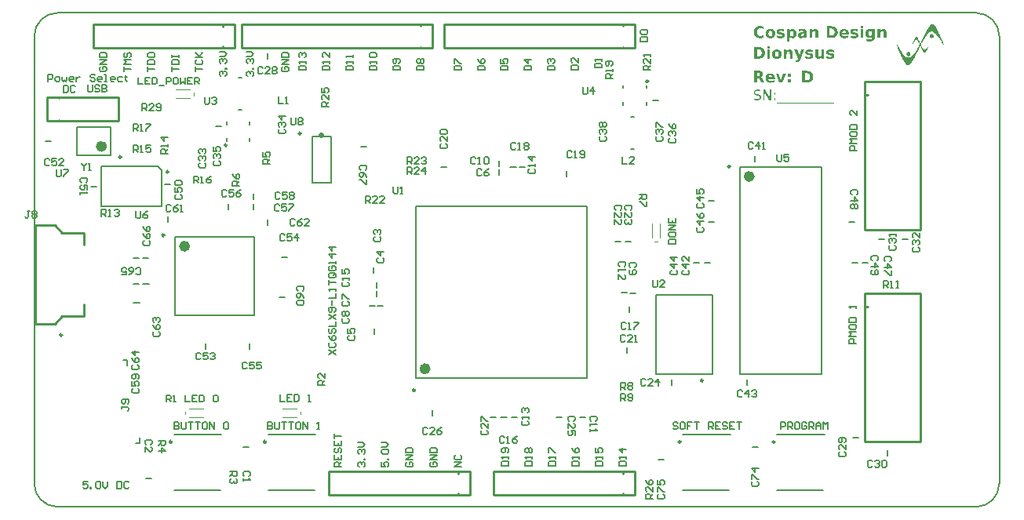
<source format=gto>
%FSLAX25Y25*%
%MOIN*%
G70*
G01*
G75*
G04 Layer_Color=65535*
%ADD10O,0.06102X0.02165*%
%ADD11R,0.04921X0.01378*%
%ADD12O,0.07087X0.01181*%
%ADD13O,0.01181X0.07087*%
%ADD14R,0.02362X0.03937*%
%ADD15R,0.01772X0.03937*%
%ADD16R,0.07480X0.02835*%
%ADD17R,0.04921X0.07284*%
%ADD18R,0.09843X0.03543*%
%ADD19R,0.00984X0.03150*%
%ADD20R,0.07087X0.11811*%
%ADD21R,0.05118X0.09055*%
%ADD22R,0.07087X0.07480*%
%ADD23R,0.05512X0.06299*%
%ADD24R,0.05315X0.01575*%
%ADD25R,0.07874X0.04724*%
%ADD26R,0.04331X0.12598*%
%ADD27R,0.02953X0.02559*%
%ADD28R,0.02756X0.01969*%
%ADD29R,0.01969X0.02756*%
%ADD30R,0.05906X0.05118*%
%ADD31R,0.02362X0.01969*%
%ADD32R,0.02559X0.02953*%
%ADD33R,0.01969X0.02362*%
%ADD34C,0.00600*%
%ADD35C,0.01000*%
%ADD36C,0.01500*%
%ADD37C,0.02000*%
%ADD38C,0.03000*%
%ADD39C,0.06000*%
%ADD40C,0.05906*%
%ADD41C,0.03937*%
%ADD42C,0.02400*%
%ADD43C,0.04000*%
%ADD44C,0.06400*%
G04:AMPARAMS|DCode=45|XSize=80mil|YSize=80mil|CornerRadius=0mil|HoleSize=0mil|Usage=FLASHONLY|Rotation=0.000|XOffset=0mil|YOffset=0mil|HoleType=Round|Shape=Relief|Width=8mil|Gap=10mil|Entries=4|*
%AMTHD45*
7,0,0,0.08000,0.06000,0.00800,45*
%
%ADD45THD45*%
%ADD46C,0.09400*%
%ADD47C,0.14900*%
G04:AMPARAMS|DCode=48|XSize=50mil|YSize=50mil|CornerRadius=0mil|HoleSize=0mil|Usage=FLASHONLY|Rotation=0.000|XOffset=0mil|YOffset=0mil|HoleType=Round|Shape=Relief|Width=8mil|Gap=10mil|Entries=4|*
%AMTHD48*
7,0,0,0.05000,0.03000,0.00800,45*
%
%ADD48THD48*%
%ADD49C,0.03400*%
%ADD50C,0.00984*%
%ADD51C,0.02362*%
%ADD52C,0.00787*%
%ADD53C,0.00394*%
G36*
X361667Y203541D02*
X361726Y203533D01*
X361785Y203526D01*
X361926Y203496D01*
X362089Y203452D01*
X362252Y203378D01*
X362333Y203333D01*
X362407Y203282D01*
X362481Y203222D01*
X362548Y203148D01*
X362555Y203141D01*
X362562Y203134D01*
X362577Y203104D01*
X362599Y203074D01*
X362629Y203030D01*
X362659Y202986D01*
X362688Y202919D01*
X362718Y202852D01*
X362747Y202778D01*
X362777Y202690D01*
X362807Y202593D01*
X362836Y202490D01*
X362858Y202379D01*
X362873Y202253D01*
X362888Y202127D01*
Y201987D01*
Y199700D01*
X361682D01*
Y200070D01*
Y201446D01*
Y201454D01*
Y201469D01*
Y201491D01*
Y201528D01*
Y201609D01*
Y201713D01*
X361674Y201824D01*
Y201935D01*
X361667Y202038D01*
X361660Y202120D01*
Y202127D01*
X361652Y202149D01*
Y202186D01*
X361645Y202223D01*
X361615Y202312D01*
X361600Y202357D01*
X361578Y202394D01*
Y202401D01*
X361563Y202416D01*
X361526Y202460D01*
X361467Y202519D01*
X361386Y202579D01*
X361378D01*
X361364Y202586D01*
X361341Y202601D01*
X361304Y202616D01*
X361223Y202638D01*
X361112Y202645D01*
X361097D01*
X361053Y202638D01*
X360986Y202630D01*
X360897Y202608D01*
X360809Y202571D01*
X360712Y202519D01*
X360616Y202445D01*
X360527Y202349D01*
X360520Y202334D01*
X360498Y202297D01*
X360461Y202231D01*
X360424Y202142D01*
X360379Y202031D01*
X360350Y201890D01*
X360320Y201728D01*
X360313Y201550D01*
Y199700D01*
X359114D01*
Y203459D01*
X360313D01*
Y202912D01*
X360328Y202919D01*
X360357Y202956D01*
X360416Y203015D01*
X360483Y203089D01*
X360572Y203163D01*
X360668Y203245D01*
X360772Y203319D01*
X360883Y203385D01*
X360897Y203393D01*
X360934Y203407D01*
X361001Y203437D01*
X361082Y203467D01*
X361186Y203496D01*
X361304Y203526D01*
X361430Y203541D01*
X361563Y203548D01*
X361623D01*
X361667Y203541D01*
D02*
G37*
G36*
X309356Y204791D02*
X309467Y204784D01*
X309586Y204776D01*
X309719Y204762D01*
X309860Y204732D01*
X310008Y204702D01*
X310015D01*
X310022Y204695D01*
X310045D01*
X310074Y204688D01*
X310148Y204665D01*
X310252Y204628D01*
X310363Y204591D01*
X310489Y204547D01*
X310622Y204488D01*
X310755Y204421D01*
Y203393D01*
X310748D01*
X310740Y203400D01*
X310696Y203430D01*
X310622Y203474D01*
X310533Y203526D01*
X310422Y203585D01*
X310304Y203644D01*
X310178Y203703D01*
X310045Y203748D01*
X310037D01*
X310030Y203755D01*
X309985Y203770D01*
X309911Y203785D01*
X309823Y203807D01*
X309712Y203829D01*
X309586Y203851D01*
X309453Y203859D01*
X309312Y203866D01*
X309245D01*
X309201Y203859D01*
X309142Y203851D01*
X309068Y203844D01*
X308994Y203829D01*
X308912Y203814D01*
X308742Y203755D01*
X308653Y203726D01*
X308557Y203681D01*
X308468Y203629D01*
X308387Y203570D01*
X308298Y203504D01*
X308224Y203422D01*
X308217Y203415D01*
X308209Y203400D01*
X308187Y203378D01*
X308165Y203341D01*
X308135Y203296D01*
X308098Y203237D01*
X308061Y203178D01*
X308032Y203104D01*
X307995Y203023D01*
X307958Y202926D01*
X307921Y202830D01*
X307891Y202719D01*
X307869Y202601D01*
X307847Y202475D01*
X307839Y202334D01*
X307832Y202194D01*
Y202186D01*
Y202157D01*
Y202120D01*
X307839Y202068D01*
X307847Y202001D01*
X307854Y201927D01*
X307862Y201839D01*
X307884Y201750D01*
X307928Y201557D01*
X307995Y201350D01*
X308039Y201254D01*
X308098Y201150D01*
X308158Y201062D01*
X308224Y200973D01*
X308232Y200965D01*
X308239Y200951D01*
X308269Y200936D01*
X308298Y200906D01*
X308335Y200869D01*
X308387Y200832D01*
X308439Y200795D01*
X308505Y200758D01*
X308579Y200714D01*
X308661Y200677D01*
X308750Y200640D01*
X308846Y200603D01*
X308957Y200573D01*
X309068Y200558D01*
X309186Y200544D01*
X309312Y200536D01*
X309379D01*
X309453Y200544D01*
X309549Y200551D01*
X309660Y200566D01*
X309786Y200581D01*
X309911Y200610D01*
X310045Y200647D01*
X310052D01*
X310059Y200655D01*
X310104Y200669D01*
X310170Y200699D01*
X310267Y200736D01*
X310370Y200788D01*
X310489Y200847D01*
X310622Y200921D01*
X310755Y201010D01*
Y199974D01*
X310748D01*
X310740Y199966D01*
X310696Y199944D01*
X310622Y199907D01*
X310526Y199870D01*
X310415Y199826D01*
X310289Y199781D01*
X310156Y199737D01*
X310008Y199700D01*
X310000D01*
X309993Y199693D01*
X309971D01*
X309941Y199685D01*
X309867Y199670D01*
X309763Y199656D01*
X309645Y199633D01*
X309512Y199619D01*
X309364Y199611D01*
X309208Y199604D01*
X309157D01*
X309090Y199611D01*
X309001Y199619D01*
X308898Y199626D01*
X308772Y199641D01*
X308639Y199663D01*
X308491Y199693D01*
X308335Y199730D01*
X308172Y199774D01*
X308010Y199833D01*
X307847Y199900D01*
X307684Y199974D01*
X307521Y200070D01*
X307366Y200174D01*
X307225Y200299D01*
X307218Y200307D01*
X307196Y200329D01*
X307159Y200373D01*
X307114Y200425D01*
X307055Y200499D01*
X306996Y200581D01*
X306929Y200684D01*
X306863Y200795D01*
X306796Y200928D01*
X306729Y201069D01*
X306670Y201224D01*
X306611Y201395D01*
X306567Y201572D01*
X306530Y201772D01*
X306507Y201972D01*
X306500Y202194D01*
Y202209D01*
Y202246D01*
X306507Y202312D01*
X306515Y202394D01*
X306522Y202497D01*
X306537Y202616D01*
X306559Y202741D01*
X306589Y202882D01*
X306626Y203030D01*
X306678Y203185D01*
X306737Y203348D01*
X306803Y203504D01*
X306892Y203659D01*
X306988Y203814D01*
X307099Y203962D01*
X307225Y204096D01*
X307233Y204103D01*
X307262Y204125D01*
X307299Y204162D01*
X307358Y204207D01*
X307432Y204258D01*
X307521Y204318D01*
X307625Y204384D01*
X307751Y204451D01*
X307884Y204510D01*
X308032Y204577D01*
X308195Y204636D01*
X308372Y204688D01*
X308565Y204732D01*
X308764Y204769D01*
X308979Y204791D01*
X309208Y204799D01*
X309282D01*
X309356Y204791D01*
D02*
G37*
G36*
X332681Y203541D02*
X332740Y203533D01*
X332800Y203526D01*
X332940Y203496D01*
X333103Y203452D01*
X333266Y203378D01*
X333347Y203333D01*
X333421Y203282D01*
X333495Y203222D01*
X333562Y203148D01*
X333569Y203141D01*
X333577Y203134D01*
X333591Y203104D01*
X333614Y203074D01*
X333643Y203030D01*
X333673Y202986D01*
X333702Y202919D01*
X333732Y202852D01*
X333762Y202778D01*
X333791Y202690D01*
X333821Y202593D01*
X333850Y202490D01*
X333873Y202379D01*
X333887Y202253D01*
X333902Y202127D01*
Y201987D01*
Y199700D01*
X332696D01*
Y200070D01*
Y201446D01*
Y201454D01*
Y201469D01*
Y201491D01*
Y201528D01*
Y201609D01*
Y201713D01*
X332689Y201824D01*
Y201935D01*
X332681Y202038D01*
X332674Y202120D01*
Y202127D01*
X332666Y202149D01*
Y202186D01*
X332659Y202223D01*
X332629Y202312D01*
X332615Y202357D01*
X332592Y202394D01*
Y202401D01*
X332578Y202416D01*
X332541Y202460D01*
X332481Y202519D01*
X332400Y202579D01*
X332393D01*
X332378Y202586D01*
X332356Y202601D01*
X332319Y202616D01*
X332237Y202638D01*
X332126Y202645D01*
X332111D01*
X332067Y202638D01*
X332000Y202630D01*
X331912Y202608D01*
X331823Y202571D01*
X331727Y202519D01*
X331630Y202445D01*
X331542Y202349D01*
X331534Y202334D01*
X331512Y202297D01*
X331475Y202231D01*
X331438Y202142D01*
X331394Y202031D01*
X331364Y201890D01*
X331334Y201728D01*
X331327Y201550D01*
Y199700D01*
X330128D01*
Y203459D01*
X331327D01*
Y202912D01*
X331342Y202919D01*
X331371Y202956D01*
X331431Y203015D01*
X331497Y203089D01*
X331586Y203163D01*
X331682Y203245D01*
X331786Y203319D01*
X331897Y203385D01*
X331912Y203393D01*
X331949Y203407D01*
X332015Y203437D01*
X332097Y203467D01*
X332200Y203496D01*
X332319Y203526D01*
X332444Y203541D01*
X332578Y203548D01*
X332637D01*
X332681Y203541D01*
D02*
G37*
G36*
X349413D02*
X349516Y203533D01*
X349635Y203526D01*
X349760Y203511D01*
X349894Y203489D01*
X349908D01*
X349931Y203481D01*
X349960D01*
X350034Y203467D01*
X350130Y203452D01*
X350249Y203430D01*
X350389Y203400D01*
X350537Y203370D01*
X350693Y203333D01*
Y202423D01*
X350685D01*
X350678Y202431D01*
X350656Y202438D01*
X350626Y202453D01*
X350552Y202482D01*
X350456Y202512D01*
X350338Y202556D01*
X350212Y202593D01*
X350079Y202630D01*
X349945Y202667D01*
X349938D01*
X349931Y202675D01*
X349886Y202682D01*
X349820Y202697D01*
X349731Y202712D01*
X349627Y202727D01*
X349509Y202734D01*
X349390Y202749D01*
X349213D01*
X349154Y202741D01*
X349080D01*
X348998Y202727D01*
X348909Y202712D01*
X348828Y202690D01*
X348761Y202660D01*
X348754Y202653D01*
X348739Y202645D01*
X348710Y202623D01*
X348680Y202593D01*
X348650Y202556D01*
X348621Y202512D01*
X348606Y202453D01*
X348599Y202394D01*
Y202386D01*
Y202371D01*
X348606Y202342D01*
X348613Y202312D01*
X348628Y202275D01*
X348650Y202238D01*
X348680Y202201D01*
X348717Y202172D01*
X348724D01*
X348739Y202157D01*
X348776Y202149D01*
X348821Y202127D01*
X348880Y202112D01*
X348961Y202090D01*
X349057Y202075D01*
X349168Y202061D01*
X349383Y202031D01*
X349390D01*
X349420Y202024D01*
X349472Y202016D01*
X349531Y202009D01*
X349605Y201994D01*
X349694Y201979D01*
X349783Y201957D01*
X349879Y201935D01*
X350086Y201883D01*
X350293Y201816D01*
X350389Y201779D01*
X350478Y201735D01*
X350552Y201691D01*
X350619Y201639D01*
X350626D01*
X350634Y201624D01*
X350671Y201587D01*
X350722Y201528D01*
X350782Y201432D01*
X350841Y201321D01*
X350893Y201173D01*
X350930Y201002D01*
X350944Y200906D01*
Y200803D01*
Y200795D01*
Y200773D01*
Y200743D01*
X350937Y200706D01*
X350930Y200655D01*
X350922Y200595D01*
X350893Y200462D01*
X350833Y200322D01*
X350804Y200240D01*
X350759Y200166D01*
X350708Y200100D01*
X350648Y200026D01*
X350582Y199959D01*
X350500Y199900D01*
X350493D01*
X350478Y199885D01*
X350456Y199870D01*
X350419Y199855D01*
X350375Y199833D01*
X350315Y199804D01*
X350249Y199781D01*
X350167Y199752D01*
X350079Y199722D01*
X349982Y199700D01*
X349879Y199670D01*
X349760Y199648D01*
X349627Y199633D01*
X349494Y199619D01*
X349339Y199604D01*
X349043D01*
X348946Y199611D01*
X348828Y199619D01*
X348695Y199626D01*
X348554Y199641D01*
X348406Y199663D01*
X348391D01*
X348369Y199670D01*
X348340Y199678D01*
X348258Y199685D01*
X348162Y199707D01*
X348036Y199730D01*
X347903Y199767D01*
X347755Y199796D01*
X347600Y199841D01*
Y200751D01*
X347607D01*
X347614Y200743D01*
X347659Y200721D01*
X347733Y200692D01*
X347822Y200655D01*
X347933Y200610D01*
X348058Y200566D01*
X348192Y200521D01*
X348332Y200484D01*
X348347D01*
X348369Y200477D01*
X348399Y200470D01*
X348473Y200462D01*
X348569Y200447D01*
X348687Y200433D01*
X348813Y200418D01*
X348954Y200410D01*
X349094Y200403D01*
X349154D01*
X349213Y200410D01*
X349294Y200418D01*
X349383Y200425D01*
X349472Y200447D01*
X349553Y200470D01*
X349627Y200499D01*
X349635Y200507D01*
X349657Y200514D01*
X349686Y200536D01*
X349716Y200573D01*
X349746Y200610D01*
X349775Y200662D01*
X349797Y200714D01*
X349805Y200780D01*
Y200788D01*
Y200810D01*
X349797Y200840D01*
X349790Y200869D01*
X349775Y200914D01*
X349753Y200951D01*
X349723Y200988D01*
X349679Y201017D01*
X349672Y201025D01*
X349657Y201032D01*
X349620Y201047D01*
X349568Y201062D01*
X349501Y201084D01*
X349420Y201106D01*
X349316Y201128D01*
X349191Y201143D01*
X348983Y201173D01*
X348976D01*
X348946Y201180D01*
X348909Y201187D01*
X348850Y201195D01*
X348784Y201202D01*
X348710Y201217D01*
X348628Y201239D01*
X348539Y201261D01*
X348354Y201306D01*
X348169Y201372D01*
X348081Y201409D01*
X347999Y201454D01*
X347925Y201498D01*
X347859Y201543D01*
X347844Y201557D01*
X347807Y201594D01*
X347755Y201661D01*
X347703Y201750D01*
X347644Y201868D01*
X347592Y202009D01*
X347555Y202179D01*
X347548Y202268D01*
X347540Y202371D01*
Y202379D01*
Y202401D01*
Y202431D01*
X347548Y202468D01*
X347555Y202519D01*
X347563Y202579D01*
X347592Y202704D01*
X347637Y202852D01*
X347711Y203000D01*
X347762Y203067D01*
X347814Y203141D01*
X347873Y203200D01*
X347947Y203259D01*
X347955D01*
X347970Y203274D01*
X347992Y203289D01*
X348021Y203304D01*
X348066Y203326D01*
X348118Y203348D01*
X348184Y203378D01*
X348258Y203407D01*
X348340Y203430D01*
X348428Y203459D01*
X348532Y203481D01*
X348650Y203504D01*
X348769Y203518D01*
X348902Y203533D01*
X349043Y203548D01*
X349324D01*
X349413Y203541D01*
D02*
G37*
G36*
X323143D02*
X323202Y203533D01*
X323268Y203518D01*
X323342Y203504D01*
X323431Y203481D01*
X323513Y203452D01*
X323609Y203415D01*
X323705Y203370D01*
X323801Y203311D01*
X323897Y203252D01*
X323986Y203178D01*
X324075Y203089D01*
X324164Y202993D01*
X324171Y202986D01*
X324186Y202971D01*
X324208Y202934D01*
X324238Y202889D01*
X324267Y202838D01*
X324304Y202771D01*
X324349Y202697D01*
X324393Y202608D01*
X324430Y202512D01*
X324475Y202401D01*
X324512Y202283D01*
X324549Y202157D01*
X324571Y202024D01*
X324593Y201883D01*
X324608Y201728D01*
X324615Y201572D01*
Y201565D01*
Y201535D01*
Y201491D01*
X324608Y201432D01*
X324600Y201358D01*
X324593Y201269D01*
X324578Y201173D01*
X324556Y201069D01*
X324504Y200847D01*
X324467Y200729D01*
X324423Y200610D01*
X324371Y200492D01*
X324312Y200373D01*
X324245Y200262D01*
X324164Y200151D01*
X324156Y200144D01*
X324142Y200129D01*
X324119Y200100D01*
X324082Y200063D01*
X324038Y200026D01*
X323986Y199981D01*
X323927Y199929D01*
X323853Y199878D01*
X323779Y199826D01*
X323690Y199774D01*
X323594Y199730D01*
X323498Y199693D01*
X323387Y199656D01*
X323276Y199626D01*
X323150Y199611D01*
X323024Y199604D01*
X322958D01*
X322884Y199611D01*
X322787Y199626D01*
X322684Y199641D01*
X322565Y199670D01*
X322447Y199707D01*
X322329Y199759D01*
X322314Y199767D01*
X322277Y199789D01*
X322218Y199826D01*
X322144Y199878D01*
X322062Y199944D01*
X321973Y200033D01*
X321877Y200129D01*
X321781Y200248D01*
Y198272D01*
X320582D01*
Y203459D01*
X321781D01*
Y202912D01*
X321796Y202919D01*
X321825Y202956D01*
X321877Y203015D01*
X321944Y203089D01*
X322025Y203163D01*
X322114Y203245D01*
X322218Y203319D01*
X322329Y203385D01*
X322343Y203393D01*
X322380Y203407D01*
X322447Y203437D01*
X322528Y203467D01*
X322632Y203496D01*
X322750Y203526D01*
X322884Y203541D01*
X323024Y203548D01*
X323091D01*
X323143Y203541D01*
D02*
G37*
G36*
X313829Y173300D02*
X313025D01*
X311088Y176968D01*
Y173300D01*
X310511D01*
Y177687D01*
X311308D01*
X313252Y174013D01*
Y177687D01*
X313829D01*
Y173300D01*
D02*
G37*
G36*
X315747Y175665D02*
X315125D01*
Y176410D01*
X315747D01*
Y175665D01*
D02*
G37*
G36*
Y173300D02*
X315125D01*
Y174045D01*
X315747D01*
Y173300D01*
D02*
G37*
G36*
X353046Y203940D02*
X351847D01*
Y204917D01*
X353046D01*
Y203940D01*
D02*
G37*
G36*
X340559Y171881D02*
X316389D01*
Y172302D01*
X340559D01*
Y171881D01*
D02*
G37*
G36*
X355658Y203533D02*
X355754Y203518D01*
X355858Y203504D01*
X355976Y203474D01*
X356095Y203437D01*
X356206Y203385D01*
X356221Y203378D01*
X356258Y203356D01*
X356317Y203319D01*
X356391Y203267D01*
X356472Y203200D01*
X356568Y203111D01*
X356665Y203015D01*
X356761Y202897D01*
Y203459D01*
X357967D01*
Y200077D01*
Y200070D01*
Y200040D01*
Y199989D01*
X357960Y199929D01*
X357952Y199855D01*
X357937Y199767D01*
X357915Y199670D01*
X357893Y199567D01*
X357863Y199456D01*
X357826Y199345D01*
X357782Y199234D01*
X357723Y199115D01*
X357656Y199004D01*
X357582Y198893D01*
X357493Y198797D01*
X357390Y198701D01*
X357382Y198694D01*
X357360Y198679D01*
X357331Y198657D01*
X357286Y198627D01*
X357227Y198590D01*
X357153Y198546D01*
X357064Y198509D01*
X356968Y198464D01*
X356857Y198412D01*
X356739Y198375D01*
X356598Y198331D01*
X356450Y198294D01*
X356287Y198264D01*
X356117Y198242D01*
X355932Y198227D01*
X355732Y198220D01*
X355599D01*
X355510Y198227D01*
X355407Y198235D01*
X355296Y198242D01*
X355044Y198279D01*
X355029D01*
X354985Y198287D01*
X354926Y198301D01*
X354844Y198316D01*
X354741Y198338D01*
X354630Y198368D01*
X354511Y198398D01*
X354393Y198435D01*
Y199367D01*
X354408Y199360D01*
X354445Y199337D01*
X354504Y199308D01*
X354585Y199271D01*
X354681Y199226D01*
X354785Y199182D01*
X354896Y199138D01*
X355007Y199101D01*
X355022D01*
X355059Y199086D01*
X355118Y199071D01*
X355199Y199056D01*
X355288Y199041D01*
X355392Y199027D01*
X355503Y199019D01*
X355614Y199012D01*
X355673D01*
X355710Y199019D01*
X355762D01*
X355814Y199027D01*
X355947Y199041D01*
X356087Y199078D01*
X356228Y199123D01*
X356361Y199182D01*
X356428Y199226D01*
X356480Y199271D01*
X356494Y199286D01*
X356524Y199323D01*
X356568Y199382D01*
X356620Y199471D01*
X356672Y199582D01*
X356716Y199722D01*
X356746Y199885D01*
X356761Y200077D01*
Y200336D01*
X356746Y200322D01*
X356716Y200285D01*
X356665Y200225D01*
X356598Y200151D01*
X356517Y200070D01*
X356420Y199989D01*
X356317Y199915D01*
X356206Y199848D01*
X356191Y199841D01*
X356154Y199826D01*
X356095Y199804D01*
X356006Y199774D01*
X355910Y199744D01*
X355791Y199722D01*
X355658Y199707D01*
X355518Y199700D01*
X355488D01*
X355451Y199707D01*
X355407D01*
X355347Y199715D01*
X355273Y199730D01*
X355199Y199744D01*
X355118Y199767D01*
X355029Y199796D01*
X354940Y199833D01*
X354844Y199878D01*
X354748Y199929D01*
X354652Y199989D01*
X354556Y200063D01*
X354467Y200144D01*
X354378Y200240D01*
X354371Y200248D01*
X354356Y200262D01*
X354334Y200299D01*
X354311Y200336D01*
X354274Y200388D01*
X354237Y200455D01*
X354200Y200529D01*
X354156Y200618D01*
X354112Y200706D01*
X354075Y200817D01*
X354038Y200928D01*
X354001Y201047D01*
X353978Y201180D01*
X353956Y201321D01*
X353941Y201461D01*
X353934Y201617D01*
Y201624D01*
Y201654D01*
Y201698D01*
X353941Y201757D01*
X353949Y201831D01*
X353956Y201913D01*
X353971Y202009D01*
X353993Y202105D01*
X354045Y202327D01*
X354082Y202438D01*
X354119Y202556D01*
X354171Y202675D01*
X354230Y202786D01*
X354297Y202897D01*
X354378Y203000D01*
X354385Y203008D01*
X354400Y203023D01*
X354422Y203052D01*
X354459Y203082D01*
X354504Y203126D01*
X354556Y203171D01*
X354622Y203222D01*
X354689Y203274D01*
X354770Y203319D01*
X354852Y203370D01*
X354948Y203415D01*
X355051Y203459D01*
X355155Y203489D01*
X355273Y203518D01*
X355392Y203533D01*
X355518Y203541D01*
X355584D01*
X355658Y203533D01*
D02*
G37*
G36*
X313722Y203541D02*
X313804Y203533D01*
X313893Y203518D01*
X314004Y203504D01*
X314115Y203481D01*
X314233Y203452D01*
X314359Y203422D01*
X314485Y203378D01*
X314610Y203326D01*
X314736Y203267D01*
X314855Y203193D01*
X314973Y203119D01*
X315077Y203023D01*
X315084Y203015D01*
X315099Y203000D01*
X315128Y202971D01*
X315165Y202926D01*
X315202Y202875D01*
X315247Y202808D01*
X315299Y202734D01*
X315350Y202645D01*
X315402Y202549D01*
X315454Y202438D01*
X315498Y202320D01*
X315535Y202186D01*
X315572Y202053D01*
X315602Y201898D01*
X315617Y201742D01*
X315624Y201572D01*
Y201565D01*
Y201535D01*
Y201483D01*
X315617Y201417D01*
X315609Y201343D01*
X315595Y201254D01*
X315580Y201150D01*
X315558Y201047D01*
X315528Y200928D01*
X315491Y200810D01*
X315447Y200692D01*
X315395Y200573D01*
X315328Y200447D01*
X315254Y200336D01*
X315173Y200225D01*
X315077Y200122D01*
X315069Y200114D01*
X315054Y200100D01*
X315017Y200077D01*
X314973Y200040D01*
X314921Y200003D01*
X314855Y199959D01*
X314773Y199915D01*
X314684Y199863D01*
X314581Y199818D01*
X314462Y199767D01*
X314344Y199722D01*
X314203Y199685D01*
X314063Y199648D01*
X313900Y199626D01*
X313737Y199611D01*
X313560Y199604D01*
X313463D01*
X313397Y199611D01*
X313315Y199619D01*
X313227Y199633D01*
X313123Y199648D01*
X313005Y199670D01*
X312886Y199693D01*
X312760Y199730D01*
X312635Y199774D01*
X312509Y199826D01*
X312383Y199885D01*
X312265Y199952D01*
X312154Y200033D01*
X312043Y200122D01*
X312035Y200129D01*
X312020Y200144D01*
X311991Y200174D01*
X311954Y200218D01*
X311917Y200270D01*
X311872Y200336D01*
X311821Y200410D01*
X311769Y200499D01*
X311717Y200595D01*
X311665Y200706D01*
X311621Y200825D01*
X311584Y200958D01*
X311547Y201099D01*
X311517Y201247D01*
X311502Y201402D01*
X311495Y201572D01*
Y201580D01*
Y201617D01*
X311502Y201661D01*
Y201728D01*
X311510Y201802D01*
X311525Y201890D01*
X311539Y201994D01*
X311562Y202098D01*
X311591Y202216D01*
X311628Y202334D01*
X311673Y202453D01*
X311724Y202571D01*
X311791Y202697D01*
X311865Y202808D01*
X311946Y202919D01*
X312043Y203023D01*
X312050Y203030D01*
X312065Y203045D01*
X312102Y203074D01*
X312146Y203104D01*
X312198Y203141D01*
X312265Y203185D01*
X312346Y203237D01*
X312435Y203289D01*
X312538Y203333D01*
X312657Y203385D01*
X312775Y203430D01*
X312916Y203467D01*
X313056Y203496D01*
X313219Y203526D01*
X313382Y203541D01*
X313560Y203548D01*
X313656D01*
X313722Y203541D01*
D02*
G37*
G36*
X382357Y201390D02*
X382440Y201349D01*
X382551Y201266D01*
X382690Y201141D01*
X382815Y200974D01*
X382926Y200752D01*
X382968Y200627D01*
X383009Y200488D01*
X383023Y200322D01*
X383037Y200155D01*
X383023D01*
X383009Y200127D01*
X382926Y200072D01*
X382801Y199989D01*
X382648Y199891D01*
X382468Y199794D01*
X382288Y199711D01*
X382121Y199655D01*
X381968Y199628D01*
X381954D01*
X381941Y199642D01*
X381857Y199669D01*
X381746Y199725D01*
X381607Y199794D01*
X381469Y199878D01*
X381358Y199961D01*
X381274Y200058D01*
X381260Y200100D01*
X381247Y200155D01*
Y200863D01*
Y200877D01*
X381260Y200905D01*
X381274Y200960D01*
X381316Y201030D01*
X381385Y201113D01*
X381469Y201210D01*
X381607Y201307D01*
X381788Y201404D01*
X382343D01*
X382357Y201390D01*
D02*
G37*
G36*
X373057Y193035D02*
Y193021D01*
Y192993D01*
Y192951D01*
X373043Y192896D01*
X373030Y192743D01*
X372988Y192563D01*
X372932Y192368D01*
X372835Y192202D01*
X372710Y192049D01*
X372627Y192008D01*
X372530Y191966D01*
X371975D01*
X371947Y191980D01*
X371878Y192008D01*
X371808Y192063D01*
X371697Y192146D01*
X371586Y192271D01*
X371517Y192355D01*
X371433Y192452D01*
X371364Y192563D01*
X371281Y192688D01*
Y193035D01*
Y193049D01*
X371295Y193062D01*
X371336Y193146D01*
X371420Y193257D01*
X371544Y193396D01*
X371711Y193520D01*
X371933Y193631D01*
X372058Y193673D01*
X372197Y193715D01*
X372363Y193729D01*
X372530Y193743D01*
X373057Y193035D01*
D02*
G37*
G36*
X382732Y205652D02*
X382815Y205610D01*
X382912Y205527D01*
X382982Y205471D01*
X383051Y205402D01*
X383134Y205318D01*
X383231Y205207D01*
X383329Y205083D01*
X383440Y204930D01*
X383564Y204763D01*
X383689Y204583D01*
X383828Y204361D01*
X383967Y204111D01*
X384134Y203847D01*
X384300Y203542D01*
X384467Y203209D01*
X384661Y202834D01*
X384855Y202431D01*
X385064Y201987D01*
X385286Y201515D01*
X385522Y200988D01*
X385758Y200433D01*
X386007Y199822D01*
X386271Y199183D01*
X386549Y198489D01*
X386840Y197740D01*
X387132Y196949D01*
X386951D01*
X386937Y196963D01*
X386910Y197018D01*
X386868Y197088D01*
X386812Y197185D01*
X386743Y197310D01*
X386646Y197462D01*
X386549Y197629D01*
X386438Y197809D01*
X386299Y198018D01*
X386174Y198226D01*
X385869Y198698D01*
X385522Y199197D01*
X385161Y199711D01*
X384786Y200224D01*
X384383Y200724D01*
X383981Y201196D01*
X383787Y201404D01*
X383578Y201612D01*
X383384Y201793D01*
X383190Y201959D01*
X383009Y202112D01*
X382815Y202237D01*
X382635Y202334D01*
X382468Y202418D01*
X382288Y202459D01*
X382135Y202473D01*
X381788D01*
X381760Y202459D01*
X381691Y202431D01*
X381580Y202376D01*
X381427Y202293D01*
X381247Y202168D01*
X381025Y202001D01*
X380761Y201779D01*
X380622Y201654D01*
X380483Y201515D01*
X380330Y201363D01*
X380178Y201182D01*
X380011Y201002D01*
X379845Y200794D01*
X379664Y200571D01*
X379484Y200336D01*
X379303Y200072D01*
X379123Y199794D01*
X378929Y199489D01*
X378734Y199170D01*
X378540Y198837D01*
X378332Y198476D01*
X378137Y198087D01*
X377929Y197671D01*
X377721Y197240D01*
X377513Y196782D01*
X377527Y196768D01*
X377554Y196699D01*
X377596Y196616D01*
X377665Y196491D01*
X377735Y196352D01*
X377818Y196199D01*
X378026Y195852D01*
X378249Y195505D01*
X378360Y195339D01*
X378484Y195186D01*
X378609Y195047D01*
X378720Y194936D01*
X378831Y194853D01*
X378942Y194811D01*
X379317D01*
X379359Y194839D01*
X379400Y194867D01*
X379442Y194895D01*
X379498Y194950D01*
X379567Y195019D01*
X379650Y195103D01*
X379748Y195200D01*
X379872Y195339D01*
X379997Y195491D01*
X380150Y195672D01*
X380317Y195894D01*
X380511Y196144D01*
X380719Y196421D01*
Y196241D01*
Y196227D01*
X380705Y196213D01*
X380691Y196172D01*
X380678Y196116D01*
X380622Y195977D01*
X380553Y195797D01*
X380469Y195575D01*
X380372Y195339D01*
X380261Y195089D01*
X380150Y194825D01*
X380011Y194548D01*
X379886Y194298D01*
X379748Y194062D01*
X379623Y193840D01*
X379484Y193659D01*
X379359Y193520D01*
X379290Y193465D01*
X379234Y193423D01*
X379165Y193409D01*
X379109Y193396D01*
X379081D01*
X379026Y193423D01*
X378970Y193451D01*
X378901Y193493D01*
X378818Y193562D01*
X378720Y193659D01*
X378595Y193798D01*
X378471Y193965D01*
X378346Y194173D01*
X378193Y194437D01*
X378124Y194589D01*
X378040Y194742D01*
X377957Y194922D01*
X377874Y195117D01*
X377790Y195325D01*
X377693Y195547D01*
X377610Y195783D01*
X377513Y196033D01*
X377430Y196310D01*
X377332Y196602D01*
X377152D01*
X377138Y196574D01*
X377110Y196505D01*
X377069Y196394D01*
X376999Y196241D01*
X376916Y196047D01*
X376819Y195811D01*
X376722Y195561D01*
X376597Y195269D01*
X376458Y194950D01*
X376305Y194617D01*
X376153Y194270D01*
X375986Y193895D01*
X375611Y193132D01*
X375223Y192341D01*
X374820Y191536D01*
X374390Y190772D01*
X374182Y190398D01*
X373960Y190050D01*
X373751Y189717D01*
X373529Y189398D01*
X373321Y189107D01*
X373113Y188857D01*
X372905Y188621D01*
X372710Y188426D01*
X372516Y188274D01*
X372336Y188163D01*
X372155Y188093D01*
X371989Y188066D01*
X371975D01*
X371919Y188080D01*
X371822Y188121D01*
X371697Y188204D01*
X371614Y188260D01*
X371531Y188329D01*
X371433Y188426D01*
X371322Y188524D01*
X371211Y188649D01*
X371086Y188801D01*
X370948Y188968D01*
X370809Y189162D01*
X370642Y189370D01*
X370490Y189620D01*
X370309Y189884D01*
X370129Y190189D01*
X369934Y190536D01*
X369740Y190897D01*
X369532Y191300D01*
X369310Y191744D01*
X369074Y192216D01*
X368838Y192743D01*
X368588Y193298D01*
X368324Y193909D01*
X368061Y194548D01*
X367783Y195242D01*
X367492Y195991D01*
X367200Y196782D01*
X367380D01*
X367408Y196768D01*
X367436Y196727D01*
X367492Y196685D01*
X367561Y196602D01*
X367658Y196491D01*
X367755Y196352D01*
X367894Y196172D01*
X368047Y195963D01*
X368227Y195686D01*
X368324Y195533D01*
X368421Y195367D01*
X368532Y195186D01*
X368657Y194992D01*
X368782Y194784D01*
X368921Y194562D01*
X369060Y194325D01*
X369213Y194062D01*
X369365Y193784D01*
X369532Y193493D01*
X369698Y193187D01*
X369879Y192854D01*
X369893Y192840D01*
X369934Y192799D01*
X370004Y192729D01*
X370087Y192632D01*
X370184Y192521D01*
X370309Y192410D01*
X370448Y192285D01*
X370601Y192146D01*
X370934Y191883D01*
X371100Y191772D01*
X371281Y191661D01*
X371461Y191563D01*
X371642Y191494D01*
X371822Y191452D01*
X371989Y191438D01*
X372377D01*
X372447Y191452D01*
X372558Y191480D01*
X372710Y191522D01*
X372905Y191619D01*
X373141Y191744D01*
X373266Y191827D01*
X373404Y191910D01*
X373557Y192021D01*
X373710Y192146D01*
X373862Y192299D01*
X374029Y192452D01*
X374209Y192632D01*
X374390Y192826D01*
X374584Y193049D01*
X374779Y193284D01*
X374973Y193548D01*
X375181Y193840D01*
X375389Y194159D01*
X375611Y194492D01*
X375819Y194853D01*
X376055Y195255D01*
X376277Y195672D01*
X376514Y196130D01*
X376749Y196616D01*
X376985Y197129D01*
X376972Y197143D01*
X376958Y197185D01*
X376916Y197254D01*
X376860Y197351D01*
X376791Y197462D01*
X376722Y197587D01*
X376541Y197851D01*
X376333Y198143D01*
X376125Y198406D01*
X376028Y198517D01*
X375931Y198614D01*
X375833Y198684D01*
X375736Y198739D01*
X375195D01*
X375153Y198712D01*
X375084Y198670D01*
X375028Y198614D01*
X374959Y198559D01*
X374889Y198489D01*
X374806Y198392D01*
X374695Y198281D01*
X374584Y198143D01*
X374445Y197976D01*
X374307Y197782D01*
X374140Y197560D01*
X373960Y197310D01*
Y197490D01*
Y197504D01*
X373973Y197518D01*
X374001Y197601D01*
X374043Y197740D01*
X374098Y197907D01*
X374182Y198115D01*
X374265Y198337D01*
X374362Y198573D01*
X374473Y198823D01*
X374598Y199073D01*
X374723Y199308D01*
X374848Y199544D01*
X374987Y199739D01*
X375126Y199905D01*
X375278Y200044D01*
X375417Y200127D01*
X375486Y200141D01*
X375556Y200155D01*
X375736D01*
X375750Y200141D01*
X375778Y200114D01*
X375819Y200072D01*
X375875Y200016D01*
X375944Y199919D01*
X376028Y199822D01*
X376125Y199683D01*
X376222Y199530D01*
X376333Y199350D01*
X376444Y199142D01*
X376555Y198906D01*
X376680Y198656D01*
X376805Y198365D01*
X376916Y198045D01*
X377041Y197698D01*
X377152Y197310D01*
X377332D01*
X377346Y197324D01*
X377360Y197379D01*
X377402Y197476D01*
X377443Y197601D01*
X377499Y197754D01*
X377582Y197934D01*
X377665Y198129D01*
X377763Y198365D01*
X377860Y198614D01*
X377971Y198892D01*
X378096Y199183D01*
X378235Y199475D01*
X378526Y200127D01*
X378845Y200821D01*
X379192Y201529D01*
X379567Y202237D01*
X379942Y202931D01*
X380344Y203611D01*
X380539Y203930D01*
X380747Y204236D01*
X380955Y204513D01*
X381149Y204791D01*
X381358Y205041D01*
X381566Y205277D01*
X381774Y205485D01*
X381968Y205665D01*
X382690D01*
X382732Y205652D01*
D02*
G37*
G36*
X353046Y199700D02*
X351847D01*
Y203459D01*
X353046D01*
Y199700D01*
D02*
G37*
G36*
X318148Y203541D02*
X318251Y203533D01*
X318370Y203526D01*
X318495Y203511D01*
X318629Y203489D01*
X318643D01*
X318666Y203481D01*
X318695D01*
X318769Y203467D01*
X318865Y203452D01*
X318984Y203430D01*
X319124Y203400D01*
X319272Y203370D01*
X319428Y203333D01*
Y202423D01*
X319420D01*
X319413Y202431D01*
X319391Y202438D01*
X319361Y202453D01*
X319287Y202482D01*
X319191Y202512D01*
X319073Y202556D01*
X318947Y202593D01*
X318814Y202630D01*
X318680Y202667D01*
X318673D01*
X318666Y202675D01*
X318621Y202682D01*
X318555Y202697D01*
X318466Y202712D01*
X318362Y202727D01*
X318244Y202734D01*
X318125Y202749D01*
X317948D01*
X317889Y202741D01*
X317815D01*
X317733Y202727D01*
X317644Y202712D01*
X317563Y202690D01*
X317496Y202660D01*
X317489Y202653D01*
X317474Y202645D01*
X317445Y202623D01*
X317415Y202593D01*
X317385Y202556D01*
X317356Y202512D01*
X317341Y202453D01*
X317334Y202394D01*
Y202386D01*
Y202371D01*
X317341Y202342D01*
X317348Y202312D01*
X317363Y202275D01*
X317385Y202238D01*
X317415Y202201D01*
X317452Y202172D01*
X317459D01*
X317474Y202157D01*
X317511Y202149D01*
X317556Y202127D01*
X317615Y202112D01*
X317696Y202090D01*
X317792Y202075D01*
X317903Y202061D01*
X318118Y202031D01*
X318125D01*
X318155Y202024D01*
X318207Y202016D01*
X318266Y202009D01*
X318340Y201994D01*
X318429Y201979D01*
X318518Y201957D01*
X318614Y201935D01*
X318821Y201883D01*
X319028Y201816D01*
X319124Y201779D01*
X319213Y201735D01*
X319287Y201691D01*
X319354Y201639D01*
X319361D01*
X319369Y201624D01*
X319406Y201587D01*
X319457Y201528D01*
X319517Y201432D01*
X319576Y201321D01*
X319628Y201173D01*
X319665Y201002D01*
X319679Y200906D01*
Y200803D01*
Y200795D01*
Y200773D01*
Y200743D01*
X319672Y200706D01*
X319665Y200655D01*
X319657Y200595D01*
X319628Y200462D01*
X319568Y200322D01*
X319539Y200240D01*
X319494Y200166D01*
X319443Y200100D01*
X319383Y200026D01*
X319317Y199959D01*
X319235Y199900D01*
X319228D01*
X319213Y199885D01*
X319191Y199870D01*
X319154Y199855D01*
X319110Y199833D01*
X319050Y199804D01*
X318984Y199781D01*
X318902Y199752D01*
X318814Y199722D01*
X318717Y199700D01*
X318614Y199670D01*
X318495Y199648D01*
X318362Y199633D01*
X318229Y199619D01*
X318074Y199604D01*
X317778D01*
X317681Y199611D01*
X317563Y199619D01*
X317430Y199626D01*
X317289Y199641D01*
X317141Y199663D01*
X317126D01*
X317104Y199670D01*
X317075Y199678D01*
X316993Y199685D01*
X316897Y199707D01*
X316771Y199730D01*
X316638Y199767D01*
X316490Y199796D01*
X316335Y199841D01*
Y200751D01*
X316342D01*
X316349Y200743D01*
X316394Y200721D01*
X316468Y200692D01*
X316557Y200655D01*
X316668Y200610D01*
X316793Y200566D01*
X316927Y200521D01*
X317067Y200484D01*
X317082D01*
X317104Y200477D01*
X317134Y200470D01*
X317208Y200462D01*
X317304Y200447D01*
X317422Y200433D01*
X317548Y200418D01*
X317689Y200410D01*
X317829Y200403D01*
X317889D01*
X317948Y200410D01*
X318029Y200418D01*
X318118Y200425D01*
X318207Y200447D01*
X318288Y200470D01*
X318362Y200499D01*
X318370Y200507D01*
X318392Y200514D01*
X318421Y200536D01*
X318451Y200573D01*
X318481Y200610D01*
X318510Y200662D01*
X318532Y200714D01*
X318540Y200780D01*
Y200788D01*
Y200810D01*
X318532Y200840D01*
X318525Y200869D01*
X318510Y200914D01*
X318488Y200951D01*
X318458Y200988D01*
X318414Y201017D01*
X318407Y201025D01*
X318392Y201032D01*
X318355Y201047D01*
X318303Y201062D01*
X318236Y201084D01*
X318155Y201106D01*
X318051Y201128D01*
X317926Y201143D01*
X317718Y201173D01*
X317711D01*
X317681Y201180D01*
X317644Y201187D01*
X317585Y201195D01*
X317519Y201202D01*
X317445Y201217D01*
X317363Y201239D01*
X317274Y201261D01*
X317089Y201306D01*
X316904Y201372D01*
X316816Y201409D01*
X316734Y201454D01*
X316660Y201498D01*
X316594Y201543D01*
X316579Y201557D01*
X316542Y201594D01*
X316490Y201661D01*
X316438Y201750D01*
X316379Y201868D01*
X316327Y202009D01*
X316290Y202179D01*
X316283Y202268D01*
X316275Y202371D01*
Y202379D01*
Y202401D01*
Y202431D01*
X316283Y202468D01*
X316290Y202519D01*
X316298Y202579D01*
X316327Y202704D01*
X316372Y202852D01*
X316446Y203000D01*
X316497Y203067D01*
X316549Y203141D01*
X316608Y203200D01*
X316682Y203259D01*
X316690D01*
X316705Y203274D01*
X316727Y203289D01*
X316756Y203304D01*
X316801Y203326D01*
X316853Y203348D01*
X316919Y203378D01*
X316993Y203407D01*
X317075Y203430D01*
X317163Y203459D01*
X317267Y203481D01*
X317385Y203504D01*
X317504Y203518D01*
X317637Y203533D01*
X317778Y203548D01*
X318059D01*
X318148Y203541D01*
D02*
G37*
G36*
X339097Y204702D02*
X339208D01*
X339326Y204695D01*
X339460Y204688D01*
X339733Y204673D01*
X340015Y204643D01*
X340155Y204621D01*
X340281Y204599D01*
X340407Y204577D01*
X340518Y204547D01*
X340525D01*
X340540Y204540D01*
X340570Y204532D01*
X340614Y204517D01*
X340658Y204495D01*
X340718Y204473D01*
X340851Y204414D01*
X340999Y204340D01*
X341162Y204244D01*
X341324Y204125D01*
X341480Y203992D01*
X341487D01*
X341495Y203977D01*
X341539Y203933D01*
X341598Y203859D01*
X341672Y203770D01*
X341761Y203652D01*
X341842Y203518D01*
X341924Y203370D01*
X341998Y203208D01*
Y203200D01*
X342005Y203185D01*
X342013Y203163D01*
X342027Y203126D01*
X342042Y203089D01*
X342057Y203037D01*
X342072Y202978D01*
X342087Y202919D01*
X342116Y202771D01*
X342146Y202601D01*
X342168Y202408D01*
X342175Y202209D01*
Y202201D01*
Y202186D01*
Y202157D01*
Y202112D01*
X342168Y202061D01*
Y202009D01*
X342153Y201868D01*
X342131Y201713D01*
X342101Y201543D01*
X342057Y201365D01*
X341998Y201195D01*
Y201187D01*
X341990Y201173D01*
X341983Y201150D01*
X341968Y201121D01*
X341924Y201039D01*
X341872Y200928D01*
X341798Y200810D01*
X341709Y200677D01*
X341606Y200544D01*
X341480Y200410D01*
X341472Y200403D01*
X341465Y200396D01*
X341435Y200373D01*
X341406Y200344D01*
X341369Y200314D01*
X341324Y200277D01*
X341206Y200196D01*
X341065Y200100D01*
X340903Y200011D01*
X340710Y199929D01*
X340510Y199855D01*
X340503D01*
X340481Y199848D01*
X340451Y199841D01*
X340407Y199833D01*
X340348Y199818D01*
X340274Y199804D01*
X340185Y199789D01*
X340089Y199781D01*
X339978Y199767D01*
X339852Y199752D01*
X339711Y199737D01*
X339556Y199722D01*
X339393Y199715D01*
X339215Y199707D01*
X339023Y199700D01*
X337462D01*
Y204710D01*
X339001D01*
X339097Y204702D01*
D02*
G37*
G36*
X345054Y203541D02*
X345128Y203533D01*
X345217Y203518D01*
X345313Y203504D01*
X345417Y203481D01*
X345528Y203452D01*
X345646Y203415D01*
X345764Y203370D01*
X345883Y203319D01*
X346001Y203259D01*
X346112Y203185D01*
X346223Y203104D01*
X346327Y203008D01*
X346334Y203000D01*
X346349Y202986D01*
X346379Y202956D01*
X346408Y202912D01*
X346453Y202860D01*
X346497Y202793D01*
X346541Y202719D01*
X346593Y202630D01*
X346645Y202534D01*
X346689Y202431D01*
X346734Y202312D01*
X346778Y202186D01*
X346808Y202046D01*
X346837Y201905D01*
X346852Y201750D01*
X346860Y201587D01*
Y201247D01*
X344048D01*
Y201239D01*
Y201232D01*
X344055Y201210D01*
Y201180D01*
X344070Y201099D01*
X344099Y201010D01*
X344136Y200906D01*
X344188Y200803D01*
X344255Y200699D01*
X344344Y200610D01*
X344358Y200603D01*
X344395Y200581D01*
X344455Y200544D01*
X344536Y200507D01*
X344640Y200470D01*
X344765Y200433D01*
X344913Y200410D01*
X345084Y200403D01*
X345150D01*
X345224Y200410D01*
X345320Y200418D01*
X345439Y200433D01*
X345572Y200447D01*
X345713Y200477D01*
X345861Y200514D01*
X345868D01*
X345875Y200521D01*
X345898Y200529D01*
X345927Y200536D01*
X346009Y200558D01*
X346112Y200595D01*
X346238Y200647D01*
X346379Y200706D01*
X346527Y200773D01*
X346682Y200854D01*
Y199929D01*
X346675D01*
X346660Y199922D01*
X346638Y199915D01*
X346608Y199900D01*
X346571Y199892D01*
X346527Y199870D01*
X346416Y199841D01*
X346282Y199796D01*
X346142Y199759D01*
X345986Y199722D01*
X345824Y199685D01*
X345801D01*
X345779Y199678D01*
X345750Y199670D01*
X345713Y199663D01*
X345668D01*
X345557Y199648D01*
X345431Y199633D01*
X345283Y199619D01*
X345135Y199611D01*
X344973Y199604D01*
X344876D01*
X344802Y199611D01*
X344721Y199619D01*
X344617Y199633D01*
X344514Y199648D01*
X344395Y199670D01*
X344270Y199693D01*
X344136Y199730D01*
X344003Y199774D01*
X343877Y199826D01*
X343744Y199885D01*
X343618Y199952D01*
X343500Y200033D01*
X343389Y200122D01*
X343382Y200129D01*
X343367Y200144D01*
X343337Y200174D01*
X343300Y200218D01*
X343256Y200270D01*
X343211Y200336D01*
X343160Y200410D01*
X343108Y200499D01*
X343056Y200595D01*
X343004Y200706D01*
X342960Y200825D01*
X342915Y200951D01*
X342878Y201091D01*
X342849Y201239D01*
X342834Y201402D01*
X342827Y201572D01*
Y201580D01*
Y201609D01*
X342834Y201661D01*
Y201728D01*
X342841Y201802D01*
X342856Y201890D01*
X342871Y201987D01*
X342893Y202098D01*
X342923Y202209D01*
X342960Y202327D01*
X343004Y202445D01*
X343063Y202571D01*
X343123Y202690D01*
X343197Y202801D01*
X343285Y202912D01*
X343382Y203015D01*
X343389Y203023D01*
X343411Y203037D01*
X343441Y203067D01*
X343485Y203097D01*
X343537Y203141D01*
X343611Y203185D01*
X343692Y203230D01*
X343781Y203282D01*
X343885Y203333D01*
X343996Y203378D01*
X344122Y203422D01*
X344262Y203467D01*
X344403Y203496D01*
X344566Y203526D01*
X344728Y203541D01*
X344906Y203548D01*
X344995D01*
X345054Y203541D01*
D02*
G37*
G36*
X327257D02*
X327346Y203533D01*
X327442Y203526D01*
X327546Y203511D01*
X327657Y203496D01*
X327901Y203452D01*
X328138Y203378D01*
X328256Y203333D01*
X328367Y203274D01*
X328471Y203215D01*
X328559Y203141D01*
X328567Y203134D01*
X328582Y203119D01*
X328604Y203097D01*
X328633Y203067D01*
X328663Y203023D01*
X328700Y202971D01*
X328744Y202904D01*
X328789Y202830D01*
X328826Y202741D01*
X328870Y202645D01*
X328907Y202542D01*
X328944Y202423D01*
X328966Y202297D01*
X328989Y202157D01*
X329003Y202001D01*
X329011Y201839D01*
Y199700D01*
X327797D01*
Y200248D01*
X327790Y200240D01*
X327753Y200196D01*
X327701Y200137D01*
X327634Y200063D01*
X327553Y199981D01*
X327464Y199900D01*
X327361Y199818D01*
X327250Y199752D01*
X327235Y199744D01*
X327198Y199730D01*
X327131Y199707D01*
X327050Y199678D01*
X326939Y199648D01*
X326813Y199626D01*
X326672Y199611D01*
X326517Y199604D01*
X326465D01*
X326421Y199611D01*
X326369D01*
X326317Y199619D01*
X326184Y199648D01*
X326036Y199685D01*
X325881Y199744D01*
X325725Y199826D01*
X325651Y199878D01*
X325577Y199937D01*
X325570Y199944D01*
X325562Y199952D01*
X325548Y199974D01*
X325518Y199996D01*
X325466Y200070D01*
X325400Y200174D01*
X325333Y200307D01*
X325274Y200455D01*
X325229Y200632D01*
X325222Y200721D01*
X325215Y200825D01*
Y200832D01*
Y200854D01*
Y200891D01*
X325222Y200936D01*
X325229Y200988D01*
X325237Y201047D01*
X325274Y201195D01*
X325326Y201350D01*
X325363Y201432D01*
X325407Y201513D01*
X325459Y201587D01*
X325518Y201661D01*
X325585Y201735D01*
X325666Y201794D01*
X325673Y201802D01*
X325688Y201809D01*
X325718Y201824D01*
X325755Y201846D01*
X325799Y201868D01*
X325858Y201890D01*
X325932Y201920D01*
X326014Y201950D01*
X326110Y201979D01*
X326214Y202009D01*
X326332Y202031D01*
X326458Y202053D01*
X326598Y202075D01*
X326754Y202090D01*
X326917Y202105D01*
X327797D01*
Y202194D01*
Y202209D01*
Y202238D01*
X327782Y202290D01*
X327768Y202357D01*
X327738Y202423D01*
X327701Y202497D01*
X327642Y202556D01*
X327568Y202616D01*
X327560Y202623D01*
X327523Y202638D01*
X327472Y202660D01*
X327398Y202682D01*
X327301Y202704D01*
X327183Y202727D01*
X327035Y202741D01*
X326872Y202749D01*
X326806D01*
X326732Y202741D01*
X326635D01*
X326524Y202727D01*
X326406Y202712D01*
X326280Y202697D01*
X326154Y202667D01*
X326140D01*
X326095Y202653D01*
X326036Y202638D01*
X325955Y202608D01*
X325858Y202579D01*
X325755Y202542D01*
X325651Y202490D01*
X325540Y202438D01*
Y203356D01*
X325548D01*
X325555Y203363D01*
X325577D01*
X325607Y203370D01*
X325681Y203385D01*
X325784Y203407D01*
X325895Y203430D01*
X326029Y203452D01*
X326169Y203474D01*
X326310Y203496D01*
X326325D01*
X326347Y203504D01*
X326376D01*
X326458Y203511D01*
X326554Y203526D01*
X326672Y203533D01*
X326806Y203541D01*
X326946Y203548D01*
X327190D01*
X327257Y203541D01*
D02*
G37*
G36*
X308230Y177758D02*
X308321Y177752D01*
X308425Y177739D01*
X308541Y177726D01*
X308658Y177706D01*
X308671D01*
X308690Y177700D01*
X308716D01*
X308781Y177687D01*
X308865Y177667D01*
X308962Y177642D01*
X309073Y177616D01*
X309196Y177583D01*
X309319Y177544D01*
Y176968D01*
X309312D01*
X309306Y176974D01*
X309286Y176981D01*
X309261Y176994D01*
X309196Y177020D01*
X309111Y177058D01*
X309014Y177091D01*
X308904Y177130D01*
X308787Y177169D01*
X308677Y177201D01*
X308664Y177207D01*
X308625Y177214D01*
X308567Y177227D01*
X308496Y177246D01*
X308405Y177259D01*
X308308Y177272D01*
X308204Y177279D01*
X308101Y177285D01*
X308023D01*
X307984Y177279D01*
X307932Y177272D01*
X307828Y177259D01*
X307705Y177240D01*
X307582Y177201D01*
X307466Y177156D01*
X307355Y177091D01*
X307342Y177084D01*
X307316Y177058D01*
X307271Y177013D01*
X307226Y176955D01*
X307180Y176877D01*
X307135Y176786D01*
X307109Y176683D01*
X307096Y176559D01*
Y176547D01*
Y176514D01*
X307103Y176462D01*
X307116Y176397D01*
X307135Y176326D01*
X307167Y176248D01*
X307206Y176184D01*
X307265Y176119D01*
X307271Y176112D01*
X307297Y176093D01*
X307349Y176067D01*
X307414Y176035D01*
X307504Y175996D01*
X307556Y175976D01*
X307615Y175957D01*
X307686Y175937D01*
X307757Y175918D01*
X307841Y175899D01*
X307926Y175879D01*
X308289Y175808D01*
X308295D01*
X308321Y175801D01*
X308353Y175795D01*
X308399Y175782D01*
X308451Y175769D01*
X308515Y175749D01*
X308587Y175730D01*
X308658Y175704D01*
X308820Y175639D01*
X308982Y175561D01*
X309131Y175471D01*
X309202Y175419D01*
X309267Y175361D01*
X309273Y175354D01*
X309280Y175348D01*
X309299Y175328D01*
X309319Y175302D01*
X309338Y175270D01*
X309371Y175231D01*
X309397Y175186D01*
X309429Y175134D01*
X309487Y175017D01*
X309533Y174868D01*
X309572Y174700D01*
X309578Y174609D01*
X309584Y174512D01*
Y174505D01*
Y174486D01*
Y174453D01*
X309578Y174408D01*
X309572Y174356D01*
X309565Y174291D01*
X309552Y174220D01*
X309533Y174149D01*
X309481Y173993D01*
X309448Y173909D01*
X309403Y173831D01*
X309358Y173754D01*
X309299Y173676D01*
X309235Y173605D01*
X309157Y173540D01*
X309150Y173533D01*
X309137Y173527D01*
X309111Y173507D01*
X309079Y173488D01*
X309034Y173462D01*
X308975Y173436D01*
X308917Y173410D01*
X308839Y173378D01*
X308755Y173345D01*
X308664Y173319D01*
X308561Y173293D01*
X308451Y173268D01*
X308327Y173248D01*
X308198Y173229D01*
X308055Y173222D01*
X307906Y173216D01*
X307854D01*
X307789Y173222D01*
X307705D01*
X307608Y173235D01*
X307491Y173248D01*
X307368Y173261D01*
X307239Y173287D01*
X307232D01*
X307226Y173293D01*
X307206D01*
X307180Y173300D01*
X307109Y173313D01*
X307018Y173339D01*
X306908Y173365D01*
X306785Y173404D01*
X306656Y173443D01*
X306519Y173494D01*
Y174103D01*
X306526D01*
X306532Y174097D01*
X306552Y174084D01*
X306578Y174071D01*
X306649Y174032D01*
X306740Y173987D01*
X306850Y173935D01*
X306967Y173883D01*
X307090Y173838D01*
X307219Y173793D01*
X307226D01*
X307232Y173786D01*
X307252D01*
X307278Y173779D01*
X307349Y173760D01*
X307433Y173747D01*
X307537Y173728D01*
X307653Y173708D01*
X307777Y173702D01*
X307900Y173695D01*
X307951D01*
X307984Y173702D01*
X308029D01*
X308075Y173708D01*
X308191Y173721D01*
X308314Y173741D01*
X308444Y173779D01*
X308574Y173825D01*
X308684Y173890D01*
X308690D01*
X308697Y173896D01*
X308729Y173929D01*
X308774Y173974D01*
X308826Y174039D01*
X308872Y174117D01*
X308917Y174214D01*
X308949Y174330D01*
X308962Y174395D01*
Y174460D01*
Y174466D01*
Y174473D01*
Y174512D01*
X308949Y174570D01*
X308937Y174648D01*
X308911Y174726D01*
X308878Y174810D01*
X308826Y174894D01*
X308762Y174965D01*
X308755Y174972D01*
X308723Y174998D01*
X308677Y175030D01*
X308606Y175069D01*
X308515Y175114D01*
X308405Y175160D01*
X308269Y175205D01*
X308114Y175244D01*
X307751Y175315D01*
X307744D01*
X307725Y175322D01*
X307686Y175328D01*
X307641Y175341D01*
X307589Y175354D01*
X307524Y175374D01*
X307459Y175393D01*
X307381Y175412D01*
X307226Y175471D01*
X307070Y175542D01*
X306921Y175626D01*
X306850Y175672D01*
X306792Y175724D01*
Y175730D01*
X306779Y175736D01*
X306766Y175756D01*
X306746Y175775D01*
X306701Y175840D01*
X306649Y175931D01*
X306591Y176041D01*
X306545Y176177D01*
X306513Y176333D01*
X306506Y176423D01*
X306500Y176514D01*
Y176521D01*
Y176540D01*
Y176572D01*
X306506Y176611D01*
X306513Y176657D01*
X306519Y176715D01*
X306552Y176845D01*
X306597Y176994D01*
X306636Y177065D01*
X306675Y177143D01*
X306720Y177220D01*
X306772Y177292D01*
X306837Y177363D01*
X306908Y177428D01*
X306915Y177434D01*
X306928Y177441D01*
X306954Y177460D01*
X306986Y177480D01*
X307025Y177506D01*
X307077Y177531D01*
X307135Y177564D01*
X307200Y177596D01*
X307278Y177629D01*
X307362Y177661D01*
X307453Y177687D01*
X307556Y177713D01*
X307666Y177732D01*
X307783Y177752D01*
X307906Y177758D01*
X308036Y177765D01*
X308146D01*
X308230Y177758D01*
D02*
G37*
G36*
X313345Y195160D02*
X312146D01*
Y196137D01*
X313345D01*
Y195160D01*
D02*
G37*
G36*
X322277Y183221D02*
X321063D01*
Y184516D01*
X322277D01*
Y183221D01*
D02*
G37*
G36*
X339215Y194761D02*
X339319Y194754D01*
X339437Y194746D01*
X339563Y194731D01*
X339696Y194709D01*
X339711D01*
X339733Y194702D01*
X339763D01*
X339837Y194687D01*
X339933Y194672D01*
X340052Y194650D01*
X340192Y194620D01*
X340340Y194591D01*
X340496Y194554D01*
Y193643D01*
X340488D01*
X340481Y193651D01*
X340459Y193658D01*
X340429Y193673D01*
X340355Y193703D01*
X340259Y193732D01*
X340140Y193777D01*
X340015Y193814D01*
X339881Y193851D01*
X339748Y193888D01*
X339741D01*
X339733Y193895D01*
X339689Y193903D01*
X339622Y193917D01*
X339534Y193932D01*
X339430Y193947D01*
X339312Y193954D01*
X339193Y193969D01*
X339016D01*
X338956Y193962D01*
X338882D01*
X338801Y193947D01*
X338712Y193932D01*
X338631Y193910D01*
X338564Y193880D01*
X338557Y193873D01*
X338542Y193866D01*
X338512Y193843D01*
X338483Y193814D01*
X338453Y193777D01*
X338424Y193732D01*
X338409Y193673D01*
X338401Y193614D01*
Y193606D01*
Y193592D01*
X338409Y193562D01*
X338416Y193533D01*
X338431Y193496D01*
X338453Y193458D01*
X338483Y193421D01*
X338520Y193392D01*
X338527D01*
X338542Y193377D01*
X338579Y193370D01*
X338623Y193348D01*
X338683Y193333D01*
X338764Y193310D01*
X338860Y193296D01*
X338971Y193281D01*
X339186Y193251D01*
X339193D01*
X339223Y193244D01*
X339275Y193236D01*
X339334Y193229D01*
X339408Y193214D01*
X339497Y193200D01*
X339585Y193177D01*
X339682Y193155D01*
X339889Y193103D01*
X340096Y193037D01*
X340192Y193000D01*
X340281Y192955D01*
X340355Y192911D01*
X340422Y192859D01*
X340429D01*
X340436Y192844D01*
X340473Y192807D01*
X340525Y192748D01*
X340584Y192652D01*
X340644Y192541D01*
X340695Y192393D01*
X340732Y192223D01*
X340747Y192127D01*
Y192023D01*
Y192016D01*
Y191993D01*
Y191964D01*
X340740Y191927D01*
X340732Y191875D01*
X340725Y191816D01*
X340695Y191683D01*
X340636Y191542D01*
X340607Y191461D01*
X340562Y191386D01*
X340510Y191320D01*
X340451Y191246D01*
X340385Y191179D01*
X340303Y191120D01*
X340296D01*
X340281Y191105D01*
X340259Y191091D01*
X340222Y191076D01*
X340177Y191053D01*
X340118Y191024D01*
X340052Y191002D01*
X339970Y190972D01*
X339881Y190943D01*
X339785Y190920D01*
X339682Y190891D01*
X339563Y190868D01*
X339430Y190854D01*
X339297Y190839D01*
X339141Y190824D01*
X338845D01*
X338749Y190831D01*
X338631Y190839D01*
X338498Y190846D01*
X338357Y190861D01*
X338209Y190883D01*
X338194D01*
X338172Y190891D01*
X338142Y190898D01*
X338061Y190905D01*
X337965Y190928D01*
X337839Y190950D01*
X337706Y190987D01*
X337558Y191016D01*
X337402Y191061D01*
Y191971D01*
X337410D01*
X337417Y191964D01*
X337462Y191941D01*
X337536Y191912D01*
X337624Y191875D01*
X337735Y191831D01*
X337861Y191786D01*
X337994Y191742D01*
X338135Y191705D01*
X338150D01*
X338172Y191697D01*
X338202Y191690D01*
X338276Y191683D01*
X338372Y191668D01*
X338490Y191653D01*
X338616Y191638D01*
X338757Y191631D01*
X338897Y191623D01*
X338956D01*
X339016Y191631D01*
X339097Y191638D01*
X339186Y191646D01*
X339275Y191668D01*
X339356Y191690D01*
X339430Y191719D01*
X339437Y191727D01*
X339460Y191734D01*
X339489Y191756D01*
X339519Y191794D01*
X339548Y191831D01*
X339578Y191882D01*
X339600Y191934D01*
X339608Y192001D01*
Y192008D01*
Y192030D01*
X339600Y192060D01*
X339593Y192089D01*
X339578Y192134D01*
X339556Y192171D01*
X339526Y192208D01*
X339482Y192237D01*
X339474Y192245D01*
X339460Y192252D01*
X339423Y192267D01*
X339371Y192282D01*
X339304Y192304D01*
X339223Y192326D01*
X339119Y192349D01*
X338993Y192363D01*
X338786Y192393D01*
X338779D01*
X338749Y192400D01*
X338712Y192408D01*
X338653Y192415D01*
X338586Y192422D01*
X338512Y192437D01*
X338431Y192459D01*
X338342Y192482D01*
X338157Y192526D01*
X337972Y192593D01*
X337883Y192630D01*
X337802Y192674D01*
X337728Y192719D01*
X337661Y192763D01*
X337647Y192778D01*
X337610Y192815D01*
X337558Y192881D01*
X337506Y192970D01*
X337447Y193088D01*
X337395Y193229D01*
X337358Y193399D01*
X337351Y193488D01*
X337343Y193592D01*
Y193599D01*
Y193621D01*
Y193651D01*
X337351Y193688D01*
X337358Y193740D01*
X337365Y193799D01*
X337395Y193925D01*
X337439Y194073D01*
X337513Y194221D01*
X337565Y194287D01*
X337617Y194361D01*
X337676Y194421D01*
X337750Y194480D01*
X337758D01*
X337772Y194494D01*
X337795Y194509D01*
X337824Y194524D01*
X337869Y194546D01*
X337920Y194569D01*
X337987Y194598D01*
X338061Y194628D01*
X338142Y194650D01*
X338231Y194679D01*
X338335Y194702D01*
X338453Y194724D01*
X338572Y194739D01*
X338705Y194754D01*
X338845Y194768D01*
X339127D01*
X339215Y194761D01*
D02*
G37*
G36*
X321774D02*
X321833Y194754D01*
X321892Y194746D01*
X322033Y194717D01*
X322195Y194672D01*
X322358Y194598D01*
X322440Y194554D01*
X322514Y194502D01*
X322588Y194443D01*
X322654Y194369D01*
X322662Y194361D01*
X322669Y194354D01*
X322684Y194324D01*
X322706Y194295D01*
X322736Y194250D01*
X322765Y194206D01*
X322795Y194139D01*
X322824Y194073D01*
X322854Y193999D01*
X322884Y193910D01*
X322913Y193814D01*
X322943Y193710D01*
X322965Y193599D01*
X322980Y193473D01*
X322995Y193348D01*
Y193207D01*
Y190920D01*
X321788D01*
Y191290D01*
Y192667D01*
Y192674D01*
Y192689D01*
Y192711D01*
Y192748D01*
Y192830D01*
Y192933D01*
X321781Y193044D01*
Y193155D01*
X321774Y193259D01*
X321766Y193340D01*
Y193348D01*
X321759Y193370D01*
Y193407D01*
X321751Y193444D01*
X321722Y193533D01*
X321707Y193577D01*
X321685Y193614D01*
Y193621D01*
X321670Y193636D01*
X321633Y193681D01*
X321574Y193740D01*
X321492Y193799D01*
X321485D01*
X321470Y193806D01*
X321448Y193821D01*
X321411Y193836D01*
X321330Y193858D01*
X321219Y193866D01*
X321204D01*
X321159Y193858D01*
X321093Y193851D01*
X321004Y193828D01*
X320915Y193791D01*
X320819Y193740D01*
X320723Y193666D01*
X320634Y193570D01*
X320627Y193555D01*
X320604Y193518D01*
X320567Y193451D01*
X320530Y193362D01*
X320486Y193251D01*
X320456Y193111D01*
X320427Y192948D01*
X320419Y192770D01*
Y190920D01*
X319221D01*
Y194679D01*
X320419D01*
Y194132D01*
X320434Y194139D01*
X320464Y194176D01*
X320523Y194236D01*
X320590Y194309D01*
X320678Y194384D01*
X320775Y194465D01*
X320878Y194539D01*
X320989Y194606D01*
X321004Y194613D01*
X321041Y194628D01*
X321108Y194657D01*
X321189Y194687D01*
X321293Y194717D01*
X321411Y194746D01*
X321537Y194761D01*
X321670Y194768D01*
X321729D01*
X321774Y194761D01*
D02*
G37*
G36*
X308631Y185759D02*
X308713D01*
X308809Y185752D01*
X308912Y185737D01*
X309023Y185722D01*
X309260Y185685D01*
X309497Y185626D01*
X309615Y185589D01*
X309726Y185545D01*
X309830Y185493D01*
X309919Y185434D01*
X309926D01*
X309941Y185419D01*
X309963Y185397D01*
X309993Y185367D01*
X310030Y185337D01*
X310067Y185293D01*
X310111Y185241D01*
X310156Y185175D01*
X310193Y185108D01*
X310237Y185034D01*
X310274Y184945D01*
X310311Y184849D01*
X310341Y184745D01*
X310363Y184634D01*
X310378Y184516D01*
X310385Y184383D01*
Y184375D01*
Y184361D01*
Y184338D01*
Y184301D01*
X310378Y184257D01*
X310370Y184213D01*
X310355Y184094D01*
X310326Y183961D01*
X310281Y183828D01*
X310222Y183687D01*
X310141Y183561D01*
X310133Y183547D01*
X310096Y183510D01*
X310037Y183450D01*
X309963Y183384D01*
X309860Y183310D01*
X309741Y183228D01*
X309593Y183154D01*
X309423Y183095D01*
X309438D01*
X309467Y183080D01*
X309519Y183066D01*
X309586Y183036D01*
X309652Y182999D01*
X309734Y182955D01*
X309815Y182895D01*
X309897Y182821D01*
X309904Y182814D01*
X309934Y182784D01*
X309971Y182733D01*
X310030Y182659D01*
X310089Y182570D01*
X310163Y182459D01*
X310237Y182326D01*
X310318Y182178D01*
X311021Y180757D01*
X309645D01*
X309038Y182000D01*
Y182007D01*
X309031Y182015D01*
X309009Y182059D01*
X308972Y182126D01*
X308920Y182200D01*
X308868Y182289D01*
X308801Y182370D01*
X308735Y182451D01*
X308661Y182511D01*
X308653Y182518D01*
X308624Y182533D01*
X308587Y182555D01*
X308528Y182585D01*
X308454Y182607D01*
X308365Y182629D01*
X308261Y182644D01*
X308150Y182651D01*
X307788D01*
Y180757D01*
X306500D01*
Y185767D01*
X308565D01*
X308631Y185759D01*
D02*
G37*
G36*
X313685Y184597D02*
X313759Y184590D01*
X313848Y184575D01*
X313944Y184560D01*
X314048Y184538D01*
X314159Y184509D01*
X314277Y184472D01*
X314396Y184427D01*
X314514Y184375D01*
X314633Y184316D01*
X314744Y184242D01*
X314855Y184161D01*
X314958Y184065D01*
X314966Y184057D01*
X314980Y184042D01*
X315010Y184013D01*
X315040Y183968D01*
X315084Y183917D01*
X315128Y183850D01*
X315173Y183776D01*
X315225Y183687D01*
X315276Y183591D01*
X315321Y183487D01*
X315365Y183369D01*
X315410Y183243D01*
X315439Y183103D01*
X315469Y182962D01*
X315484Y182807D01*
X315491Y182644D01*
Y182303D01*
X312679D01*
Y182296D01*
Y182289D01*
X312686Y182266D01*
Y182237D01*
X312701Y182155D01*
X312731Y182067D01*
X312768Y181963D01*
X312820Y181859D01*
X312886Y181756D01*
X312975Y181667D01*
X312990Y181660D01*
X313027Y181637D01*
X313086Y181600D01*
X313167Y181563D01*
X313271Y181526D01*
X313397Y181489D01*
X313545Y181467D01*
X313715Y181460D01*
X313782D01*
X313856Y181467D01*
X313952Y181475D01*
X314070Y181489D01*
X314203Y181504D01*
X314344Y181534D01*
X314492Y181571D01*
X314499D01*
X314507Y181578D01*
X314529Y181586D01*
X314559Y181593D01*
X314640Y181615D01*
X314744Y181652D01*
X314869Y181704D01*
X315010Y181763D01*
X315158Y181830D01*
X315313Y181911D01*
Y180986D01*
X315306D01*
X315291Y180979D01*
X315269Y180971D01*
X315239Y180957D01*
X315202Y180949D01*
X315158Y180927D01*
X315047Y180897D01*
X314914Y180853D01*
X314773Y180816D01*
X314618Y180779D01*
X314455Y180742D01*
X314433D01*
X314411Y180735D01*
X314381Y180727D01*
X314344Y180720D01*
X314300D01*
X314189Y180705D01*
X314063Y180690D01*
X313915Y180675D01*
X313767Y180668D01*
X313604Y180661D01*
X313508D01*
X313434Y180668D01*
X313352Y180675D01*
X313249Y180690D01*
X313145Y180705D01*
X313027Y180727D01*
X312901Y180749D01*
X312768Y180786D01*
X312635Y180831D01*
X312509Y180883D01*
X312376Y180942D01*
X312250Y181008D01*
X312131Y181090D01*
X312020Y181179D01*
X312013Y181186D01*
X311998Y181201D01*
X311969Y181230D01*
X311932Y181275D01*
X311887Y181327D01*
X311843Y181393D01*
X311791Y181467D01*
X311739Y181556D01*
X311687Y181652D01*
X311636Y181763D01*
X311591Y181882D01*
X311547Y182007D01*
X311510Y182148D01*
X311480Y182296D01*
X311465Y182459D01*
X311458Y182629D01*
Y182636D01*
Y182666D01*
X311465Y182718D01*
Y182784D01*
X311473Y182858D01*
X311488Y182947D01*
X311502Y183043D01*
X311525Y183154D01*
X311554Y183265D01*
X311591Y183384D01*
X311636Y183502D01*
X311695Y183628D01*
X311754Y183746D01*
X311828Y183857D01*
X311917Y183968D01*
X312013Y184072D01*
X312020Y184079D01*
X312043Y184094D01*
X312072Y184124D01*
X312117Y184153D01*
X312168Y184198D01*
X312242Y184242D01*
X312324Y184287D01*
X312413Y184338D01*
X312516Y184390D01*
X312627Y184435D01*
X312753Y184479D01*
X312894Y184523D01*
X313034Y184553D01*
X313197Y184583D01*
X313360Y184597D01*
X313537Y184605D01*
X313626D01*
X313685Y184597D01*
D02*
G37*
G36*
X318710Y180757D02*
X317393D01*
X315920Y184516D01*
X317119D01*
X318051Y181911D01*
X318984Y184516D01*
X320190D01*
X318710Y180757D01*
D02*
G37*
G36*
X322277D02*
X321063D01*
Y182052D01*
X322277D01*
Y180757D01*
D02*
G37*
G36*
X313345Y190920D02*
X312146D01*
Y194679D01*
X313345D01*
Y190920D01*
D02*
G37*
G36*
X336411D02*
X335212D01*
Y191468D01*
X335197Y191453D01*
X335168Y191416D01*
X335108Y191357D01*
X335034Y191283D01*
X334953Y191201D01*
X334857Y191120D01*
X334746Y191046D01*
X334635Y190980D01*
X334620Y190972D01*
X334583Y190957D01*
X334516Y190928D01*
X334435Y190905D01*
X334339Y190876D01*
X334220Y190846D01*
X334095Y190831D01*
X333961Y190824D01*
X333902D01*
X333858Y190831D01*
X333799Y190839D01*
X333739Y190846D01*
X333591Y190876D01*
X333436Y190920D01*
X333266Y190987D01*
X333184Y191031D01*
X333110Y191091D01*
X333036Y191150D01*
X332970Y191216D01*
Y191224D01*
X332955Y191238D01*
X332940Y191261D01*
X332918Y191290D01*
X332896Y191335D01*
X332866Y191386D01*
X332837Y191446D01*
X332807Y191512D01*
X332770Y191586D01*
X332740Y191675D01*
X332711Y191771D01*
X332689Y191875D01*
X332666Y191986D01*
X332652Y192112D01*
X332644Y192237D01*
X332637Y192378D01*
Y194679D01*
X333843D01*
Y194302D01*
Y194287D01*
Y194250D01*
Y194176D01*
Y194088D01*
Y193976D01*
Y193843D01*
X333836Y193695D01*
Y193533D01*
Y193525D01*
Y193510D01*
Y193488D01*
Y193458D01*
Y193377D01*
Y193281D01*
Y193185D01*
Y193081D01*
Y192992D01*
Y192918D01*
Y192911D01*
Y192896D01*
Y192874D01*
Y192844D01*
Y192763D01*
Y192667D01*
X333843Y192563D01*
Y192452D01*
X333850Y192356D01*
X333858Y192267D01*
Y192260D01*
X333865Y192237D01*
Y192201D01*
X333880Y192156D01*
X333902Y192060D01*
X333917Y192016D01*
X333939Y191979D01*
Y191971D01*
X333954Y191956D01*
X333991Y191912D01*
X334050Y191853D01*
X334132Y191794D01*
X334139D01*
X334154Y191786D01*
X334176Y191779D01*
X334213Y191764D01*
X334294Y191742D01*
X334405Y191734D01*
X334420D01*
X334465Y191742D01*
X334531Y191749D01*
X334620Y191771D01*
X334709Y191801D01*
X334805Y191853D01*
X334901Y191919D01*
X334990Y192016D01*
X334997Y192030D01*
X335027Y192067D01*
X335064Y192134D01*
X335101Y192223D01*
X335145Y192341D01*
X335175Y192474D01*
X335205Y192637D01*
X335212Y192822D01*
Y194679D01*
X336411D01*
Y190920D01*
D02*
G37*
G36*
X316446Y194761D02*
X316527Y194754D01*
X316616Y194739D01*
X316727Y194724D01*
X316838Y194702D01*
X316956Y194672D01*
X317082Y194642D01*
X317208Y194598D01*
X317334Y194546D01*
X317459Y194487D01*
X317578Y194413D01*
X317696Y194339D01*
X317800Y194243D01*
X317807Y194236D01*
X317822Y194221D01*
X317852Y194191D01*
X317889Y194147D01*
X317926Y194095D01*
X317970Y194028D01*
X318022Y193954D01*
X318074Y193866D01*
X318125Y193769D01*
X318177Y193658D01*
X318222Y193540D01*
X318259Y193407D01*
X318296Y193273D01*
X318325Y193118D01*
X318340Y192963D01*
X318347Y192792D01*
Y192785D01*
Y192755D01*
Y192704D01*
X318340Y192637D01*
X318333Y192563D01*
X318318Y192474D01*
X318303Y192371D01*
X318281Y192267D01*
X318251Y192149D01*
X318214Y192030D01*
X318170Y191912D01*
X318118Y191794D01*
X318051Y191668D01*
X317977Y191557D01*
X317896Y191446D01*
X317800Y191342D01*
X317792Y191335D01*
X317778Y191320D01*
X317741Y191298D01*
X317696Y191261D01*
X317644Y191224D01*
X317578Y191179D01*
X317496Y191135D01*
X317408Y191083D01*
X317304Y191039D01*
X317186Y190987D01*
X317067Y190943D01*
X316927Y190905D01*
X316786Y190868D01*
X316623Y190846D01*
X316460Y190831D01*
X316283Y190824D01*
X316187D01*
X316120Y190831D01*
X316039Y190839D01*
X315950Y190854D01*
X315846Y190868D01*
X315728Y190891D01*
X315609Y190913D01*
X315484Y190950D01*
X315358Y190994D01*
X315232Y191046D01*
X315106Y191105D01*
X314988Y191172D01*
X314877Y191253D01*
X314766Y191342D01*
X314758Y191349D01*
X314744Y191364D01*
X314714Y191394D01*
X314677Y191438D01*
X314640Y191490D01*
X314596Y191557D01*
X314544Y191631D01*
X314492Y191719D01*
X314440Y191816D01*
X314388Y191927D01*
X314344Y192045D01*
X314307Y192178D01*
X314270Y192319D01*
X314240Y192467D01*
X314226Y192622D01*
X314218Y192792D01*
Y192800D01*
Y192837D01*
X314226Y192881D01*
Y192948D01*
X314233Y193022D01*
X314248Y193111D01*
X314263Y193214D01*
X314285Y193318D01*
X314314Y193436D01*
X314351Y193555D01*
X314396Y193673D01*
X314448Y193791D01*
X314514Y193917D01*
X314588Y194028D01*
X314670Y194139D01*
X314766Y194243D01*
X314773Y194250D01*
X314788Y194265D01*
X314825Y194295D01*
X314869Y194324D01*
X314921Y194361D01*
X314988Y194406D01*
X315069Y194457D01*
X315158Y194509D01*
X315262Y194554D01*
X315380Y194606D01*
X315498Y194650D01*
X315639Y194687D01*
X315780Y194717D01*
X315942Y194746D01*
X316105Y194761D01*
X316283Y194768D01*
X316379D01*
X316446Y194761D01*
D02*
G37*
G36*
X308135Y195923D02*
X308246D01*
X308365Y195915D01*
X308498Y195908D01*
X308772Y195893D01*
X309053Y195863D01*
X309194Y195841D01*
X309319Y195819D01*
X309445Y195797D01*
X309556Y195767D01*
X309564D01*
X309578Y195760D01*
X309608Y195753D01*
X309652Y195738D01*
X309697Y195715D01*
X309756Y195693D01*
X309889Y195634D01*
X310037Y195560D01*
X310200Y195464D01*
X310363Y195345D01*
X310518Y195212D01*
X310526D01*
X310533Y195197D01*
X310577Y195153D01*
X310637Y195079D01*
X310711Y194990D01*
X310799Y194872D01*
X310881Y194739D01*
X310962Y194591D01*
X311036Y194428D01*
Y194421D01*
X311044Y194406D01*
X311051Y194384D01*
X311066Y194346D01*
X311081Y194309D01*
X311095Y194258D01*
X311110Y194199D01*
X311125Y194139D01*
X311155Y193991D01*
X311184Y193821D01*
X311206Y193629D01*
X311214Y193429D01*
Y193421D01*
Y193407D01*
Y193377D01*
Y193333D01*
X311206Y193281D01*
Y193229D01*
X311192Y193088D01*
X311169Y192933D01*
X311140Y192763D01*
X311095Y192585D01*
X311036Y192415D01*
Y192408D01*
X311029Y192393D01*
X311021Y192371D01*
X311007Y192341D01*
X310962Y192260D01*
X310910Y192149D01*
X310836Y192030D01*
X310748Y191897D01*
X310644Y191764D01*
X310518Y191631D01*
X310511Y191623D01*
X310503Y191616D01*
X310474Y191594D01*
X310444Y191564D01*
X310407Y191534D01*
X310363Y191498D01*
X310244Y191416D01*
X310104Y191320D01*
X309941Y191231D01*
X309749Y191150D01*
X309549Y191076D01*
X309541D01*
X309519Y191068D01*
X309490Y191061D01*
X309445Y191053D01*
X309386Y191039D01*
X309312Y191024D01*
X309223Y191009D01*
X309127Y191002D01*
X309016Y190987D01*
X308890Y190972D01*
X308750Y190957D01*
X308594Y190943D01*
X308431Y190935D01*
X308254Y190928D01*
X308061Y190920D01*
X306500D01*
Y195930D01*
X308039D01*
X308135Y195923D01*
D02*
G37*
G36*
X328635Y185715D02*
X328746D01*
X328865Y185707D01*
X328998Y185700D01*
X329272Y185685D01*
X329553Y185656D01*
X329694Y185633D01*
X329819Y185611D01*
X329945Y185589D01*
X330056Y185559D01*
X330064D01*
X330078Y185552D01*
X330108Y185545D01*
X330152Y185530D01*
X330197Y185508D01*
X330256Y185485D01*
X330389Y185426D01*
X330537Y185352D01*
X330700Y185256D01*
X330863Y185138D01*
X331018Y185004D01*
X331026D01*
X331033Y184990D01*
X331077Y184945D01*
X331137Y184871D01*
X331211Y184782D01*
X331299Y184664D01*
X331381Y184531D01*
X331462Y184383D01*
X331536Y184220D01*
Y184213D01*
X331544Y184198D01*
X331551Y184176D01*
X331566Y184139D01*
X331581Y184102D01*
X331595Y184050D01*
X331610Y183991D01*
X331625Y183931D01*
X331655Y183783D01*
X331684Y183613D01*
X331706Y183421D01*
X331714Y183221D01*
Y183214D01*
Y183199D01*
Y183169D01*
Y183125D01*
X331706Y183073D01*
Y183021D01*
X331692Y182881D01*
X331669Y182725D01*
X331640Y182555D01*
X331595Y182377D01*
X331536Y182207D01*
Y182200D01*
X331529Y182185D01*
X331521Y182163D01*
X331507Y182133D01*
X331462Y182052D01*
X331410Y181941D01*
X331336Y181822D01*
X331248Y181689D01*
X331144Y181556D01*
X331018Y181423D01*
X331011Y181415D01*
X331003Y181408D01*
X330974Y181386D01*
X330944Y181356D01*
X330907Y181327D01*
X330863Y181290D01*
X330744Y181208D01*
X330604Y181112D01*
X330441Y181023D01*
X330249Y180942D01*
X330049Y180868D01*
X330041D01*
X330019Y180860D01*
X329990Y180853D01*
X329945Y180846D01*
X329886Y180831D01*
X329812Y180816D01*
X329723Y180801D01*
X329627Y180794D01*
X329516Y180779D01*
X329390Y180764D01*
X329250Y180749D01*
X329094Y180735D01*
X328931Y180727D01*
X328754Y180720D01*
X328561Y180712D01*
X327000D01*
Y185722D01*
X328539D01*
X328635Y185715D01*
D02*
G37*
G36*
X326302Y190565D02*
Y190558D01*
X326295Y190535D01*
X326280Y190506D01*
X326258Y190462D01*
X326236Y190417D01*
X326214Y190358D01*
X326147Y190225D01*
X326066Y190077D01*
X325969Y189936D01*
X325866Y189803D01*
X325807Y189744D01*
X325747Y189692D01*
X325733Y189684D01*
X325688Y189655D01*
X325622Y189611D01*
X325525Y189566D01*
X325407Y189522D01*
X325259Y189477D01*
X325096Y189448D01*
X324911Y189440D01*
X324216D01*
Y190225D01*
X324645D01*
X324697Y190232D01*
X324763Y190240D01*
X324911Y190269D01*
X324978Y190291D01*
X325037Y190328D01*
X325044Y190336D01*
X325059Y190350D01*
X325089Y190373D01*
X325118Y190410D01*
X325148Y190454D01*
X325185Y190513D01*
X325222Y190587D01*
X325252Y190676D01*
X325289Y190780D01*
X323616Y194679D01*
X324815D01*
X325821Y192127D01*
X326680Y194679D01*
X327886D01*
X326302Y190565D01*
D02*
G37*
G36*
X330239Y194761D02*
X330343Y194754D01*
X330461Y194746D01*
X330587Y194731D01*
X330720Y194709D01*
X330735D01*
X330757Y194702D01*
X330787D01*
X330861Y194687D01*
X330957Y194672D01*
X331075Y194650D01*
X331216Y194620D01*
X331364Y194591D01*
X331519Y194554D01*
Y193643D01*
X331512D01*
X331505Y193651D01*
X331482Y193658D01*
X331453Y193673D01*
X331379Y193703D01*
X331283Y193732D01*
X331164Y193777D01*
X331038Y193814D01*
X330905Y193851D01*
X330772Y193888D01*
X330765D01*
X330757Y193895D01*
X330713Y193903D01*
X330646Y193917D01*
X330557Y193932D01*
X330454Y193947D01*
X330335Y193954D01*
X330217Y193969D01*
X330039D01*
X329980Y193962D01*
X329906D01*
X329825Y193947D01*
X329736Y193932D01*
X329655Y193910D01*
X329588Y193880D01*
X329581Y193873D01*
X329566Y193866D01*
X329536Y193843D01*
X329507Y193814D01*
X329477Y193777D01*
X329447Y193732D01*
X329433Y193673D01*
X329425Y193614D01*
Y193606D01*
Y193592D01*
X329433Y193562D01*
X329440Y193533D01*
X329455Y193496D01*
X329477Y193458D01*
X329507Y193421D01*
X329544Y193392D01*
X329551D01*
X329566Y193377D01*
X329603Y193370D01*
X329647Y193348D01*
X329706Y193333D01*
X329788Y193310D01*
X329884Y193296D01*
X329995Y193281D01*
X330210Y193251D01*
X330217D01*
X330247Y193244D01*
X330298Y193236D01*
X330358Y193229D01*
X330432Y193214D01*
X330520Y193200D01*
X330609Y193177D01*
X330705Y193155D01*
X330913Y193103D01*
X331120Y193037D01*
X331216Y193000D01*
X331305Y192955D01*
X331379Y192911D01*
X331445Y192859D01*
X331453D01*
X331460Y192844D01*
X331497Y192807D01*
X331549Y192748D01*
X331608Y192652D01*
X331667Y192541D01*
X331719Y192393D01*
X331756Y192223D01*
X331771Y192127D01*
Y192023D01*
Y192016D01*
Y191993D01*
Y191964D01*
X331764Y191927D01*
X331756Y191875D01*
X331749Y191816D01*
X331719Y191683D01*
X331660Y191542D01*
X331630Y191461D01*
X331586Y191386D01*
X331534Y191320D01*
X331475Y191246D01*
X331408Y191179D01*
X331327Y191120D01*
X331320D01*
X331305Y191105D01*
X331283Y191091D01*
X331246Y191076D01*
X331201Y191053D01*
X331142Y191024D01*
X331075Y191002D01*
X330994Y190972D01*
X330905Y190943D01*
X330809Y190920D01*
X330705Y190891D01*
X330587Y190868D01*
X330454Y190854D01*
X330321Y190839D01*
X330165Y190824D01*
X329869D01*
X329773Y190831D01*
X329655Y190839D01*
X329521Y190846D01*
X329381Y190861D01*
X329233Y190883D01*
X329218D01*
X329196Y190891D01*
X329166Y190898D01*
X329085Y190905D01*
X328989Y190928D01*
X328863Y190950D01*
X328730Y190987D01*
X328582Y191016D01*
X328426Y191061D01*
Y191971D01*
X328434D01*
X328441Y191964D01*
X328485Y191941D01*
X328559Y191912D01*
X328648Y191875D01*
X328759Y191831D01*
X328885Y191786D01*
X329018Y191742D01*
X329159Y191705D01*
X329174D01*
X329196Y191697D01*
X329225Y191690D01*
X329299Y191683D01*
X329396Y191668D01*
X329514Y191653D01*
X329640Y191638D01*
X329780Y191631D01*
X329921Y191623D01*
X329980D01*
X330039Y191631D01*
X330121Y191638D01*
X330210Y191646D01*
X330298Y191668D01*
X330380Y191690D01*
X330454Y191719D01*
X330461Y191727D01*
X330483Y191734D01*
X330513Y191756D01*
X330543Y191794D01*
X330572Y191831D01*
X330602Y191882D01*
X330624Y191934D01*
X330631Y192001D01*
Y192008D01*
Y192030D01*
X330624Y192060D01*
X330617Y192089D01*
X330602Y192134D01*
X330580Y192171D01*
X330550Y192208D01*
X330506Y192237D01*
X330498Y192245D01*
X330483Y192252D01*
X330446Y192267D01*
X330395Y192282D01*
X330328Y192304D01*
X330247Y192326D01*
X330143Y192349D01*
X330017Y192363D01*
X329810Y192393D01*
X329803D01*
X329773Y192400D01*
X329736Y192408D01*
X329677Y192415D01*
X329610Y192422D01*
X329536Y192437D01*
X329455Y192459D01*
X329366Y192482D01*
X329181Y192526D01*
X328996Y192593D01*
X328907Y192630D01*
X328826Y192674D01*
X328752Y192719D01*
X328685Y192763D01*
X328670Y192778D01*
X328633Y192815D01*
X328582Y192881D01*
X328530Y192970D01*
X328471Y193088D01*
X328419Y193229D01*
X328382Y193399D01*
X328374Y193488D01*
X328367Y193592D01*
Y193599D01*
Y193621D01*
Y193651D01*
X328374Y193688D01*
X328382Y193740D01*
X328389Y193799D01*
X328419Y193925D01*
X328463Y194073D01*
X328537Y194221D01*
X328589Y194287D01*
X328641Y194361D01*
X328700Y194421D01*
X328774Y194480D01*
X328781D01*
X328796Y194494D01*
X328818Y194509D01*
X328848Y194524D01*
X328892Y194546D01*
X328944Y194569D01*
X329011Y194598D01*
X329085Y194628D01*
X329166Y194650D01*
X329255Y194679D01*
X329359Y194702D01*
X329477Y194724D01*
X329595Y194739D01*
X329729Y194754D01*
X329869Y194768D01*
X330150D01*
X330239Y194761D01*
D02*
G37*
%LPC*%
G36*
X308328Y184834D02*
X307788D01*
Y183547D01*
X308394D01*
X308468Y183554D01*
X308557Y183569D01*
X308653Y183584D01*
X308750Y183606D01*
X308846Y183643D01*
X308920Y183695D01*
X308927Y183702D01*
X308949Y183724D01*
X308979Y183761D01*
X309009Y183813D01*
X309038Y183880D01*
X309068Y183968D01*
X309090Y184072D01*
X309097Y184190D01*
Y184198D01*
Y184205D01*
Y184250D01*
X309090Y184309D01*
X309075Y184383D01*
X309053Y184464D01*
X309023Y184546D01*
X308979Y184620D01*
X308920Y184686D01*
X308912Y184694D01*
X308883Y184708D01*
X308838Y184731D01*
X308779Y184760D01*
X308698Y184790D01*
X308594Y184812D01*
X308476Y184827D01*
X308328Y184834D01*
D02*
G37*
G36*
X313530Y183806D02*
X313471D01*
X313412Y183798D01*
X313330Y183783D01*
X313241Y183754D01*
X313145Y183724D01*
X313049Y183672D01*
X312960Y183606D01*
X312953Y183598D01*
X312923Y183569D01*
X312886Y183524D01*
X312849Y183458D01*
X312797Y183384D01*
X312753Y183288D01*
X312716Y183169D01*
X312686Y183043D01*
X314255D01*
Y183051D01*
Y183058D01*
Y183103D01*
X314248Y183162D01*
X314233Y183243D01*
X314203Y183325D01*
X314166Y183421D01*
X314115Y183510D01*
X314048Y183591D01*
X314041Y183598D01*
X314011Y183628D01*
X313967Y183658D01*
X313907Y183702D01*
X313833Y183739D01*
X313745Y183776D01*
X313641Y183798D01*
X313530Y183806D01*
D02*
G37*
G36*
X328746Y184745D02*
X328288D01*
Y181689D01*
X328820D01*
X328880Y181697D01*
X328946Y181704D01*
X329020Y181711D01*
X329102Y181719D01*
X329198Y181741D01*
X329390Y181785D01*
X329590Y181852D01*
X329694Y181896D01*
X329790Y181956D01*
X329879Y182015D01*
X329960Y182081D01*
X329967Y182089D01*
X329975Y182104D01*
X329997Y182126D01*
X330027Y182155D01*
X330056Y182192D01*
X330093Y182244D01*
X330130Y182303D01*
X330175Y182370D01*
X330212Y182444D01*
X330249Y182533D01*
X330286Y182629D01*
X330315Y182725D01*
X330345Y182836D01*
X330367Y182955D01*
X330374Y183088D01*
X330382Y183221D01*
Y183228D01*
Y183251D01*
Y183295D01*
X330374Y183339D01*
X330367Y183406D01*
X330360Y183473D01*
X330345Y183554D01*
X330330Y183643D01*
X330278Y183820D01*
X330249Y183917D01*
X330204Y184013D01*
X330152Y184102D01*
X330101Y184190D01*
X330034Y184279D01*
X329960Y184353D01*
X329953Y184361D01*
X329938Y184368D01*
X329916Y184390D01*
X329886Y184412D01*
X329842Y184442D01*
X329790Y184479D01*
X329723Y184516D01*
X329657Y184553D01*
X329575Y184583D01*
X329479Y184620D01*
X329383Y184657D01*
X329272Y184686D01*
X329153Y184708D01*
X329028Y184731D01*
X328894Y184738D01*
X328746Y184745D01*
D02*
G37*
G36*
X344899Y202749D02*
X344839D01*
X344780Y202741D01*
X344699Y202727D01*
X344610Y202697D01*
X344514Y202667D01*
X344418Y202616D01*
X344329Y202549D01*
X344321Y202542D01*
X344292Y202512D01*
X344255Y202468D01*
X344218Y202401D01*
X344166Y202327D01*
X344122Y202231D01*
X344085Y202112D01*
X344055Y201987D01*
X345624D01*
Y201994D01*
Y202001D01*
Y202046D01*
X345616Y202105D01*
X345602Y202186D01*
X345572Y202268D01*
X345535Y202364D01*
X345483Y202453D01*
X345417Y202534D01*
X345409Y202542D01*
X345380Y202571D01*
X345335Y202601D01*
X345276Y202645D01*
X345202Y202682D01*
X345113Y202719D01*
X345010Y202741D01*
X344899Y202749D01*
D02*
G37*
G36*
X339208Y203733D02*
X338749D01*
Y200677D01*
X339282D01*
X339341Y200684D01*
X339408Y200692D01*
X339482Y200699D01*
X339563Y200706D01*
X339659Y200729D01*
X339852Y200773D01*
X340052Y200840D01*
X340155Y200884D01*
X340251Y200943D01*
X340340Y201002D01*
X340422Y201069D01*
X340429Y201076D01*
X340436Y201091D01*
X340459Y201113D01*
X340488Y201143D01*
X340518Y201180D01*
X340555Y201232D01*
X340592Y201291D01*
X340636Y201358D01*
X340673Y201432D01*
X340710Y201520D01*
X340747Y201617D01*
X340777Y201713D01*
X340806Y201824D01*
X340829Y201942D01*
X340836Y202075D01*
X340843Y202209D01*
Y202216D01*
Y202238D01*
Y202283D01*
X340836Y202327D01*
X340829Y202394D01*
X340821Y202460D01*
X340806Y202542D01*
X340792Y202630D01*
X340740Y202808D01*
X340710Y202904D01*
X340666Y203000D01*
X340614Y203089D01*
X340562Y203178D01*
X340496Y203267D01*
X340422Y203341D01*
X340414Y203348D01*
X340399Y203356D01*
X340377Y203378D01*
X340348Y203400D01*
X340303Y203430D01*
X340251Y203467D01*
X340185Y203504D01*
X340118Y203541D01*
X340037Y203570D01*
X339941Y203607D01*
X339844Y203644D01*
X339733Y203674D01*
X339615Y203696D01*
X339489Y203718D01*
X339356Y203726D01*
X339208Y203733D01*
D02*
G37*
G36*
X316283Y193910D02*
X316246D01*
X316216Y193903D01*
X316142Y193895D01*
X316061Y193873D01*
X315957Y193843D01*
X315861Y193791D01*
X315765Y193718D01*
X315676Y193621D01*
X315669Y193606D01*
X315646Y193570D01*
X315609Y193503D01*
X315572Y193407D01*
X315535Y193296D01*
X315498Y193148D01*
X315476Y192985D01*
X315469Y192792D01*
Y192785D01*
Y192770D01*
Y192741D01*
Y192704D01*
X315476Y192659D01*
X315484Y192607D01*
X315498Y192489D01*
X315521Y192356D01*
X315558Y192215D01*
X315609Y192082D01*
X315676Y191964D01*
X315683Y191949D01*
X315713Y191919D01*
X315765Y191875D01*
X315831Y191823D01*
X315913Y191771D01*
X316016Y191727D01*
X316142Y191697D01*
X316283Y191683D01*
X316320D01*
X316349Y191690D01*
X316416Y191697D01*
X316505Y191719D01*
X316601Y191749D01*
X316705Y191801D01*
X316801Y191867D01*
X316882Y191964D01*
X316890Y191979D01*
X316919Y192016D01*
X316949Y192082D01*
X316993Y192178D01*
X317030Y192297D01*
X317067Y192437D01*
X317089Y192600D01*
X317097Y192792D01*
Y192800D01*
Y192815D01*
Y192844D01*
Y192881D01*
X317089Y192926D01*
Y192977D01*
X317067Y193096D01*
X317045Y193229D01*
X317008Y193370D01*
X316956Y193503D01*
X316882Y193621D01*
X316875Y193636D01*
X316845Y193666D01*
X316793Y193710D01*
X316727Y193769D01*
X316645Y193821D01*
X316542Y193866D01*
X316423Y193895D01*
X316283Y193910D01*
D02*
G37*
G36*
X308246Y194953D02*
X307788D01*
Y191897D01*
X308320D01*
X308380Y191904D01*
X308446Y191912D01*
X308520Y191919D01*
X308602Y191927D01*
X308698Y191949D01*
X308890Y191993D01*
X309090Y192060D01*
X309194Y192104D01*
X309290Y192164D01*
X309379Y192223D01*
X309460Y192289D01*
X309467Y192297D01*
X309475Y192312D01*
X309497Y192334D01*
X309527Y192363D01*
X309556Y192400D01*
X309593Y192452D01*
X309630Y192511D01*
X309675Y192578D01*
X309712Y192652D01*
X309749Y192741D01*
X309786Y192837D01*
X309815Y192933D01*
X309845Y193044D01*
X309867Y193163D01*
X309874Y193296D01*
X309882Y193429D01*
Y193436D01*
Y193458D01*
Y193503D01*
X309874Y193547D01*
X309867Y193614D01*
X309860Y193681D01*
X309845Y193762D01*
X309830Y193851D01*
X309778Y194028D01*
X309749Y194124D01*
X309704Y194221D01*
X309652Y194309D01*
X309601Y194398D01*
X309534Y194487D01*
X309460Y194561D01*
X309453Y194569D01*
X309438Y194576D01*
X309416Y194598D01*
X309386Y194620D01*
X309342Y194650D01*
X309290Y194687D01*
X309223Y194724D01*
X309157Y194761D01*
X309075Y194790D01*
X308979Y194827D01*
X308883Y194864D01*
X308772Y194894D01*
X308653Y194916D01*
X308528Y194939D01*
X308394Y194946D01*
X308246Y194953D01*
D02*
G37*
G36*
X313560Y202690D02*
X313523D01*
X313493Y202682D01*
X313419Y202675D01*
X313338Y202653D01*
X313234Y202623D01*
X313138Y202571D01*
X313042Y202497D01*
X312953Y202401D01*
X312945Y202386D01*
X312923Y202349D01*
X312886Y202283D01*
X312849Y202186D01*
X312812Y202075D01*
X312775Y201927D01*
X312753Y201765D01*
X312746Y201572D01*
Y201565D01*
Y201550D01*
Y201520D01*
Y201483D01*
X312753Y201439D01*
X312760Y201387D01*
X312775Y201269D01*
X312797Y201136D01*
X312834Y200995D01*
X312886Y200862D01*
X312953Y200743D01*
X312960Y200729D01*
X312990Y200699D01*
X313042Y200655D01*
X313108Y200603D01*
X313190Y200551D01*
X313293Y200507D01*
X313419Y200477D01*
X313560Y200462D01*
X313597D01*
X313626Y200470D01*
X313693Y200477D01*
X313782Y200499D01*
X313878Y200529D01*
X313981Y200581D01*
X314078Y200647D01*
X314159Y200743D01*
X314166Y200758D01*
X314196Y200795D01*
X314226Y200862D01*
X314270Y200958D01*
X314307Y201076D01*
X314344Y201217D01*
X314366Y201380D01*
X314374Y201572D01*
Y201580D01*
Y201594D01*
Y201624D01*
Y201661D01*
X314366Y201705D01*
Y201757D01*
X314344Y201876D01*
X314322Y202009D01*
X314285Y202149D01*
X314233Y202283D01*
X314159Y202401D01*
X314152Y202416D01*
X314122Y202445D01*
X314070Y202490D01*
X314004Y202549D01*
X313922Y202601D01*
X313819Y202645D01*
X313700Y202675D01*
X313560Y202690D01*
D02*
G37*
G36*
X327797Y201387D02*
X327116D01*
X327050Y201380D01*
X326961Y201372D01*
X326872Y201358D01*
X326776Y201328D01*
X326687Y201298D01*
X326613Y201254D01*
X326606Y201247D01*
X326584Y201232D01*
X326554Y201202D01*
X326524Y201158D01*
X326487Y201106D01*
X326458Y201047D01*
X326436Y200973D01*
X326428Y200884D01*
Y200877D01*
Y200847D01*
X326436Y200803D01*
X326450Y200751D01*
X326465Y200699D01*
X326487Y200640D01*
X326524Y200581D01*
X326576Y200529D01*
X326584Y200521D01*
X326606Y200507D01*
X326635Y200492D01*
X326687Y200470D01*
X326746Y200440D01*
X326820Y200425D01*
X326902Y200410D01*
X326998Y200403D01*
X327013D01*
X327057Y200410D01*
X327116Y200418D01*
X327190Y200433D01*
X327279Y200462D01*
X327375Y200507D01*
X327472Y200558D01*
X327560Y200640D01*
X327568Y200655D01*
X327597Y200684D01*
X327634Y200736D01*
X327679Y200810D01*
X327723Y200899D01*
X327760Y201002D01*
X327790Y201113D01*
X327797Y201247D01*
Y201387D01*
D02*
G37*
G36*
X355962Y202675D02*
X355947D01*
X355902Y202667D01*
X355836Y202660D01*
X355754Y202638D01*
X355658Y202608D01*
X355562Y202556D01*
X355466Y202490D01*
X355384Y202394D01*
X355377Y202379D01*
X355355Y202342D01*
X355318Y202283D01*
X355281Y202194D01*
X355244Y202083D01*
X355207Y201950D01*
X355185Y201794D01*
X355177Y201617D01*
Y201609D01*
Y201594D01*
Y201565D01*
Y201535D01*
X355185Y201491D01*
Y201439D01*
X355199Y201328D01*
X355229Y201202D01*
X355259Y201076D01*
X355310Y200951D01*
X355377Y200840D01*
X355384Y200825D01*
X355414Y200795D01*
X355458Y200758D01*
X355525Y200706D01*
X355606Y200655D01*
X355710Y200618D01*
X355828Y200588D01*
X355962Y200573D01*
X355976D01*
X356021Y200581D01*
X356095Y200588D01*
X356176Y200610D01*
X356272Y200640D01*
X356369Y200692D01*
X356465Y200758D01*
X356546Y200847D01*
X356554Y200862D01*
X356583Y200899D01*
X356613Y200958D01*
X356657Y201047D01*
X356694Y201158D01*
X356731Y201291D01*
X356753Y201439D01*
X356761Y201617D01*
Y201624D01*
Y201639D01*
Y201668D01*
Y201698D01*
X356753Y201742D01*
Y201787D01*
X356731Y201905D01*
X356709Y202031D01*
X356672Y202157D01*
X356620Y202283D01*
X356546Y202394D01*
X356539Y202408D01*
X356509Y202438D01*
X356457Y202482D01*
X356398Y202534D01*
X356309Y202586D01*
X356213Y202630D01*
X356095Y202660D01*
X355962Y202675D01*
D02*
G37*
G36*
X322573D02*
X322558D01*
X322506Y202667D01*
X322440Y202660D01*
X322358Y202638D01*
X322262Y202608D01*
X322158Y202556D01*
X322070Y202482D01*
X321981Y202386D01*
X321973Y202371D01*
X321951Y202334D01*
X321914Y202268D01*
X321885Y202179D01*
X321848Y202061D01*
X321811Y201927D01*
X321788Y201757D01*
X321781Y201572D01*
Y201565D01*
Y201550D01*
Y201520D01*
Y201483D01*
X321788Y201439D01*
Y201387D01*
X321803Y201269D01*
X321833Y201143D01*
X321862Y201002D01*
X321914Y200877D01*
X321981Y200758D01*
X321988Y200743D01*
X322018Y200714D01*
X322070Y200669D01*
X322136Y200618D01*
X322218Y200566D01*
X322321Y200521D01*
X322440Y200492D01*
X322573Y200477D01*
X322610D01*
X322639Y200484D01*
X322706Y200492D01*
X322795Y200514D01*
X322891Y200544D01*
X322987Y200595D01*
X323083Y200662D01*
X323165Y200758D01*
X323172Y200773D01*
X323194Y200810D01*
X323231Y200877D01*
X323268Y200965D01*
X323305Y201084D01*
X323342Y201217D01*
X323365Y201387D01*
X323372Y201572D01*
Y201580D01*
Y201594D01*
Y201624D01*
Y201661D01*
X323365Y201705D01*
Y201757D01*
X323350Y201876D01*
X323320Y202009D01*
X323283Y202142D01*
X323231Y202268D01*
X323165Y202386D01*
X323157Y202401D01*
X323128Y202431D01*
X323083Y202475D01*
X323017Y202534D01*
X322935Y202586D01*
X322832Y202630D01*
X322713Y202660D01*
X322573Y202675D01*
D02*
G37*
%LPD*%
D34*
X263519Y173068D02*
X265881D01*
X265896Y20526D02*
X268258D01*
X305819Y25732D02*
X308181D01*
X139519Y153500D02*
X141881D01*
X47019Y106100D02*
X49381D01*
X42919D02*
X45281D01*
X42919Y95200D02*
X45281D01*
X47119D02*
X49481D01*
X99900Y120119D02*
Y122481D01*
X57600Y121519D02*
Y123881D01*
X105019Y89500D02*
X107381D01*
X43119Y87200D02*
X45481D01*
X93800Y131219D02*
Y133581D01*
Y126819D02*
Y129181D01*
X83300Y126919D02*
Y129281D01*
X92300Y67619D02*
Y69981D01*
X106019Y106400D02*
X108381D01*
X73600Y67519D02*
Y69881D01*
X5719Y155800D02*
X8081D01*
X25019Y136568D02*
X27381D01*
X56419Y137531D02*
X58781D01*
X348326Y104043D02*
X350688D01*
X346819Y121500D02*
X349181D01*
X352550Y104043D02*
X354913D01*
X287259Y121602D02*
X289621D01*
X287273Y130560D02*
X289635D01*
X280795Y104002D02*
X283157D01*
X303502Y52292D02*
Y54654D01*
X285608Y104002D02*
X287970D01*
X306821Y147280D02*
Y149642D01*
X369619Y114131D02*
X371981D01*
X359619D02*
X361981D01*
X363268Y22219D02*
Y24581D01*
X348619Y29932D02*
X350981D01*
X99831Y190719D02*
Y193081D01*
X194619Y38400D02*
X196981D01*
X169800Y39119D02*
Y41481D01*
X222725Y38500D02*
X225087D01*
X271534Y52285D02*
Y54647D01*
X251819Y113200D02*
X254181D01*
X247519D02*
X249881D01*
X252600Y65813D02*
Y68175D01*
X173513Y144900D02*
X175875D01*
X226800Y140719D02*
Y143081D01*
X203119Y144900D02*
X205481D01*
X253574Y83150D02*
Y85513D01*
X199119Y38400D02*
X201481D01*
X146300Y89919D02*
Y92281D01*
X206977Y144900D02*
X209339D01*
X203619Y38400D02*
X205981D01*
X250319Y91369D02*
X252681D01*
X232568Y38500D02*
X234930D01*
X198304Y145123D02*
Y147485D01*
X253919Y91268D02*
X256281D01*
X143319Y85700D02*
X145681D01*
X146719D02*
X149081D01*
X198304Y141623D02*
Y143985D01*
X145332Y73687D02*
Y76049D01*
X146300Y93419D02*
Y95781D01*
X145109Y99910D02*
Y102272D01*
X48319Y12369D02*
X50681D01*
X89653Y25831D02*
X92016D01*
X77994Y162200D02*
X80356D01*
X159300Y146100D02*
Y149099D01*
X160800D01*
X161299Y148599D01*
Y147599D01*
X160800Y147100D01*
X159300D01*
X160300D02*
X161299Y146100D01*
X164298D02*
X162299D01*
X164298Y148099D01*
Y148599D01*
X163799Y149099D01*
X162799D01*
X162299Y148599D01*
X165298D02*
X165798Y149099D01*
X166798D01*
X167297Y148599D01*
Y148099D01*
X166798Y147599D01*
X166298D01*
X166798D01*
X167297Y147100D01*
Y146600D01*
X166798Y146100D01*
X165798D01*
X165298Y146600D01*
X141550Y129550D02*
Y132549D01*
X143050D01*
X143549Y132049D01*
Y131050D01*
X143050Y130550D01*
X141550D01*
X142550D02*
X143549Y129550D01*
X146548D02*
X144549D01*
X146548Y131549D01*
Y132049D01*
X146049Y132549D01*
X145049D01*
X144549Y132049D01*
X149547Y129550D02*
X147548D01*
X149547Y131549D01*
Y132049D01*
X149048Y132549D01*
X148048D01*
X147548Y132049D01*
X-1051Y126249D02*
X-2050D01*
X-1551D01*
Y123750D01*
X-2050Y123250D01*
X-2550D01*
X-3050Y123750D01*
X-51Y125749D02*
X449Y126249D01*
X1449D01*
X1948Y125749D01*
Y125249D01*
X1449Y124750D01*
X1948Y124250D01*
Y123750D01*
X1449Y123250D01*
X449D01*
X-51Y123750D01*
Y124250D01*
X449Y124750D01*
X-51Y125249D01*
Y125749D01*
X449Y124750D02*
X1449D01*
X233900Y178699D02*
Y176200D01*
X234400Y175700D01*
X235400D01*
X235899Y176200D01*
Y178699D01*
X238399Y175700D02*
Y178699D01*
X236899Y177199D01*
X238898D01*
X73200Y174599D02*
Y172100D01*
X73700Y171600D01*
X74699D01*
X75199Y172100D01*
Y174599D01*
X76199Y174099D02*
X76699Y174599D01*
X77699D01*
X78198Y174099D01*
Y173599D01*
X77699Y173100D01*
X77199D01*
X77699D01*
X78198Y172600D01*
Y172100D01*
X77699Y171600D01*
X76699D01*
X76199Y172100D01*
X262600Y186000D02*
X259601D01*
Y187499D01*
X260101Y187999D01*
X261101D01*
X261600Y187499D01*
Y186000D01*
Y187000D02*
X262600Y187999D01*
Y190998D02*
Y188999D01*
X260601Y190998D01*
X260101D01*
X259601Y190499D01*
Y189499D01*
X260101Y188999D01*
X262600Y191998D02*
Y192998D01*
Y192498D01*
X259601D01*
X260101Y191998D01*
X246600Y182400D02*
X243601D01*
Y183899D01*
X244101Y184399D01*
X245100D01*
X245600Y183899D01*
Y182400D01*
Y183400D02*
X246600Y184399D01*
Y185399D02*
Y186399D01*
Y185899D01*
X243601D01*
X244101Y185399D01*
X246100Y187898D02*
X246600Y188398D01*
Y189398D01*
X246100Y189898D01*
X244101D01*
X243601Y189398D01*
Y188398D01*
X244101Y187898D01*
X244601D01*
X245100Y188398D01*
Y189898D01*
X88100Y136900D02*
X85101D01*
Y138400D01*
X85601Y138899D01*
X86601D01*
X87100Y138400D01*
Y136900D01*
Y137900D02*
X88100Y138899D01*
X85101Y141898D02*
X85601Y140899D01*
X86601Y139899D01*
X87600D01*
X88100Y140399D01*
Y141399D01*
X87600Y141898D01*
X87100D01*
X86601Y141399D01*
Y139899D01*
X101000Y146300D02*
X98001D01*
Y147800D01*
X98501Y148299D01*
X99501D01*
X100000Y147800D01*
Y146300D01*
Y147300D02*
X101000Y148299D01*
X98001Y151298D02*
Y149299D01*
X99501D01*
X99001Y150299D01*
Y150799D01*
X99501Y151298D01*
X100500D01*
X101000Y150799D01*
Y149799D01*
X100500Y149299D01*
X250700D02*
Y146300D01*
X252699D01*
X255698D02*
X253699D01*
X255698Y148299D01*
Y148799D01*
X255199Y149299D01*
X254199D01*
X253699Y148799D01*
X104500Y174799D02*
Y171800D01*
X106499D01*
X107499D02*
X108499D01*
X107999D01*
Y174799D01*
X107499Y174299D01*
X241401Y157899D02*
X240901Y157399D01*
Y156400D01*
X241401Y155900D01*
X243400D01*
X243900Y156400D01*
Y157399D01*
X243400Y157899D01*
X241401Y158899D02*
X240901Y159399D01*
Y160399D01*
X241401Y160898D01*
X241901D01*
X242401Y160399D01*
Y159899D01*
Y160399D01*
X242900Y160898D01*
X243400D01*
X243900Y160399D01*
Y159399D01*
X243400Y158899D01*
X241401Y161898D02*
X240901Y162398D01*
Y163398D01*
X241401Y163897D01*
X241901D01*
X242401Y163398D01*
X242900Y163897D01*
X243400D01*
X243900Y163398D01*
Y162398D01*
X243400Y161898D01*
X242900D01*
X242401Y162398D01*
X241901Y161898D01*
X241401D01*
X242401Y162398D02*
Y163398D01*
X265401Y157899D02*
X264901Y157399D01*
Y156400D01*
X265401Y155900D01*
X267400D01*
X267900Y156400D01*
Y157399D01*
X267400Y157899D01*
X265401Y158899D02*
X264901Y159399D01*
Y160399D01*
X265401Y160898D01*
X265901D01*
X266401Y160399D01*
Y159899D01*
Y160399D01*
X266900Y160898D01*
X267400D01*
X267900Y160399D01*
Y159399D01*
X267400Y158899D01*
X264901Y161898D02*
Y163897D01*
X265401D01*
X267400Y161898D01*
X267900D01*
X270801Y157099D02*
X270301Y156599D01*
Y155600D01*
X270801Y155100D01*
X272800D01*
X273300Y155600D01*
Y156599D01*
X272800Y157099D01*
X270801Y158099D02*
X270301Y158599D01*
Y159599D01*
X270801Y160098D01*
X271301D01*
X271800Y159599D01*
Y159099D01*
Y159599D01*
X272300Y160098D01*
X272800D01*
X273300Y159599D01*
Y158599D01*
X272800Y158099D01*
X270301Y163097D02*
X270801Y162098D01*
X271800Y161098D01*
X272800D01*
X273300Y161598D01*
Y162598D01*
X272800Y163097D01*
X272300D01*
X271800Y162598D01*
Y161098D01*
X77401Y147399D02*
X76901Y146899D01*
Y145900D01*
X77401Y145400D01*
X79400D01*
X79900Y145900D01*
Y146899D01*
X79400Y147399D01*
X77401Y148399D02*
X76901Y148899D01*
Y149899D01*
X77401Y150398D01*
X77901D01*
X78400Y149899D01*
Y149399D01*
Y149899D01*
X78900Y150398D01*
X79400D01*
X79900Y149899D01*
Y148899D01*
X79400Y148399D01*
X76901Y153397D02*
Y151398D01*
X78400D01*
X77901Y152398D01*
Y152898D01*
X78400Y153397D01*
X79400D01*
X79900Y152898D01*
Y151898D01*
X79400Y151398D01*
X105101Y160999D02*
X104601Y160500D01*
Y159500D01*
X105101Y159000D01*
X107100D01*
X107600Y159500D01*
Y160500D01*
X107100Y160999D01*
X105101Y161999D02*
X104601Y162499D01*
Y163499D01*
X105101Y163998D01*
X105601D01*
X106100Y163499D01*
Y162999D01*
Y163499D01*
X106600Y163998D01*
X107100D01*
X107600Y163499D01*
Y162499D01*
X107100Y161999D01*
X107600Y166498D02*
X104601D01*
X106100Y164998D01*
Y166997D01*
X71201Y146599D02*
X70701Y146099D01*
Y145100D01*
X71201Y144600D01*
X73200D01*
X73700Y145100D01*
Y146099D01*
X73200Y146599D01*
X71201Y147599D02*
X70701Y148099D01*
Y149099D01*
X71201Y149598D01*
X71701D01*
X72201Y149099D01*
Y148599D01*
Y149099D01*
X72700Y149598D01*
X73200D01*
X73700Y149099D01*
Y148099D01*
X73200Y147599D01*
X71201Y150598D02*
X70701Y151098D01*
Y152098D01*
X71201Y152597D01*
X71701D01*
X72201Y152098D01*
Y151598D01*
Y152098D01*
X72700Y152597D01*
X73200D01*
X73700Y152098D01*
Y151098D01*
X73200Y150598D01*
X92099Y13401D02*
X92599Y13901D01*
Y14900D01*
X92099Y15400D01*
X90100D01*
X89600Y14900D01*
Y13901D01*
X90100Y13401D01*
X89600Y12401D02*
Y11401D01*
Y11901D01*
X92599D01*
X92099Y12401D01*
X50299Y26969D02*
X50799Y27469D01*
Y28469D01*
X50299Y28969D01*
X48300D01*
X47800Y28469D01*
Y27469D01*
X48300Y26969D01*
X47800Y23970D02*
Y25969D01*
X49799Y23970D01*
X50299D01*
X50799Y24470D01*
Y25470D01*
X50299Y25969D01*
X145610Y115190D02*
X145110Y114690D01*
Y113690D01*
X145610Y113191D01*
X147610D01*
X148109Y113690D01*
Y114690D01*
X147610Y115190D01*
X145610Y116190D02*
X145110Y116689D01*
Y117689D01*
X145610Y118189D01*
X146110D01*
X146610Y117689D01*
Y117189D01*
Y117689D01*
X147110Y118189D01*
X147610D01*
X148109Y117689D01*
Y116689D01*
X147610Y116190D01*
X146801Y106299D02*
X146301Y105799D01*
Y104800D01*
X146801Y104300D01*
X148800D01*
X149300Y104800D01*
Y105799D01*
X148800Y106299D01*
X149300Y108799D02*
X146301D01*
X147801Y107299D01*
Y109298D01*
X134601Y73199D02*
X134101Y72699D01*
Y71700D01*
X134601Y71200D01*
X136600D01*
X137100Y71700D01*
Y72699D01*
X136600Y73199D01*
X134101Y76198D02*
Y74199D01*
X135600D01*
X135101Y75199D01*
Y75699D01*
X135600Y76198D01*
X136600D01*
X137100Y75699D01*
Y74699D01*
X136600Y74199D01*
X190903Y143603D02*
X190403Y144103D01*
X189404D01*
X188904Y143603D01*
Y141604D01*
X189404Y141104D01*
X190403D01*
X190903Y141604D01*
X193902Y144103D02*
X192903Y143603D01*
X191903Y142604D01*
Y141604D01*
X192403Y141104D01*
X193403D01*
X193902Y141604D01*
Y142104D01*
X193403Y142604D01*
X191903D01*
X132101Y87699D02*
X131601Y87199D01*
Y86200D01*
X132101Y85700D01*
X134100D01*
X134600Y86200D01*
Y87199D01*
X134100Y87699D01*
X131601Y88699D02*
Y90698D01*
X132101D01*
X134100Y88699D01*
X134600D01*
X132101Y80599D02*
X131601Y80099D01*
Y79100D01*
X132101Y78600D01*
X134100D01*
X134600Y79100D01*
Y80099D01*
X134100Y80599D01*
X132101Y81599D02*
X131601Y82099D01*
Y83099D01*
X132101Y83598D01*
X132601D01*
X133100Y83099D01*
X133600Y83598D01*
X134100D01*
X134600Y83099D01*
Y82099D01*
X134100Y81599D01*
X133600D01*
X133100Y82099D01*
X132601Y81599D01*
X132101D01*
X133100Y82099D02*
Y83099D01*
X256099Y102201D02*
X256599Y102700D01*
Y103700D01*
X256099Y104200D01*
X254100D01*
X253600Y103700D01*
Y102700D01*
X254100Y102201D01*
Y101201D02*
X253600Y100701D01*
Y99701D01*
X254100Y99202D01*
X256099D01*
X256599Y99701D01*
Y100701D01*
X256099Y101201D01*
X255599D01*
X255100Y100701D01*
Y99202D01*
X188303Y148603D02*
X187803Y149103D01*
X186804D01*
X186304Y148603D01*
Y146604D01*
X186804Y146104D01*
X187803D01*
X188303Y146604D01*
X189303Y146104D02*
X190303D01*
X189803D01*
Y149103D01*
X189303Y148603D01*
X191802D02*
X192302Y149103D01*
X193302D01*
X193801Y148603D01*
Y146604D01*
X193302Y146104D01*
X192302D01*
X191802Y146604D01*
Y148603D01*
X239399Y36901D02*
X239899Y37400D01*
Y38400D01*
X239399Y38900D01*
X237400D01*
X236900Y38400D01*
Y37400D01*
X237400Y36901D01*
X236900Y35901D02*
Y34901D01*
Y35401D01*
X239899D01*
X239399Y35901D01*
X236900Y33402D02*
Y32402D01*
Y32902D01*
X239899D01*
X239399Y33402D01*
X251599Y102501D02*
X252099Y103000D01*
Y104000D01*
X251599Y104500D01*
X249600D01*
X249100Y104000D01*
Y103000D01*
X249600Y102501D01*
X249100Y101501D02*
Y100501D01*
Y101001D01*
X252099D01*
X251599Y101501D01*
X249100Y97002D02*
Y99002D01*
X251099Y97002D01*
X251599D01*
X252099Y97502D01*
Y98502D01*
X251599Y99002D01*
X208448Y36999D02*
X207948Y36500D01*
Y35500D01*
X208448Y35000D01*
X210447D01*
X210947Y35500D01*
Y36500D01*
X210447Y36999D01*
X210947Y37999D02*
Y38999D01*
Y38499D01*
X207948D01*
X208448Y37999D01*
Y40498D02*
X207948Y40998D01*
Y41998D01*
X208448Y42498D01*
X208948D01*
X209448Y41998D01*
Y41498D01*
Y41998D01*
X209948Y42498D01*
X210447D01*
X210947Y41998D01*
Y40998D01*
X210447Y40498D01*
X211259Y144099D02*
X210759Y143599D01*
Y142600D01*
X211259Y142100D01*
X213258D01*
X213758Y142600D01*
Y143599D01*
X213258Y144099D01*
X213758Y145099D02*
Y146099D01*
Y145599D01*
X210759D01*
X211259Y145099D01*
X213758Y149098D02*
X210759D01*
X212259Y147598D01*
Y149598D01*
X132101Y95999D02*
X131601Y95499D01*
Y94500D01*
X132101Y94000D01*
X134100D01*
X134600Y94500D01*
Y95499D01*
X134100Y95999D01*
X134600Y96999D02*
Y97999D01*
Y97499D01*
X131601D01*
X132101Y96999D01*
X131601Y101498D02*
Y99498D01*
X133100D01*
X132601Y100498D01*
Y100998D01*
X133100Y101498D01*
X134100D01*
X134600Y100998D01*
Y99998D01*
X134100Y99498D01*
X200499Y29999D02*
X199999Y30499D01*
X199000D01*
X198500Y29999D01*
Y28000D01*
X199000Y27500D01*
X199999D01*
X200499Y28000D01*
X201499Y27500D02*
X202499D01*
X201999D01*
Y30499D01*
X201499Y29999D01*
X205998Y30499D02*
X204998Y29999D01*
X203998Y29000D01*
Y28000D01*
X204498Y27500D01*
X205498D01*
X205998Y28000D01*
Y28500D01*
X205498Y29000D01*
X203998D01*
X252173Y78431D02*
X251674Y78930D01*
X250674D01*
X250174Y78431D01*
Y76431D01*
X250674Y75932D01*
X251674D01*
X252173Y76431D01*
X253173Y75932D02*
X254173D01*
X253673D01*
Y78930D01*
X253173Y78431D01*
X255672Y78930D02*
X257672D01*
Y78431D01*
X255672Y76431D01*
Y75932D01*
X205399Y154699D02*
X204900Y155199D01*
X203900D01*
X203400Y154699D01*
Y152700D01*
X203900Y152200D01*
X204900D01*
X205399Y152700D01*
X206399Y152200D02*
X207399D01*
X206899D01*
Y155199D01*
X206399Y154699D01*
X208898D02*
X209398Y155199D01*
X210398D01*
X210898Y154699D01*
Y154199D01*
X210398Y153700D01*
X210898Y153200D01*
Y152700D01*
X210398Y152200D01*
X209398D01*
X208898Y152700D01*
Y153200D01*
X209398Y153700D01*
X208898Y154199D01*
Y154699D01*
X209398Y153700D02*
X210398D01*
X229199Y151199D02*
X228699Y151699D01*
X227700D01*
X227200Y151199D01*
Y149200D01*
X227700Y148700D01*
X228699D01*
X229199Y149200D01*
X230199Y148700D02*
X231199D01*
X230699D01*
Y151699D01*
X230199Y151199D01*
X232698Y149200D02*
X233198Y148700D01*
X234198D01*
X234698Y149200D01*
Y151199D01*
X234198Y151699D01*
X233198D01*
X232698Y151199D01*
Y150699D01*
X233198Y150199D01*
X234698D01*
X173701Y154799D02*
X173201Y154299D01*
Y153300D01*
X173701Y152800D01*
X175700D01*
X176200Y153300D01*
Y154299D01*
X175700Y154799D01*
X176200Y157798D02*
Y155799D01*
X174201Y157798D01*
X173701D01*
X173201Y157299D01*
Y156299D01*
X173701Y155799D01*
Y158798D02*
X173201Y159298D01*
Y160298D01*
X173701Y160797D01*
X175700D01*
X176200Y160298D01*
Y159298D01*
X175700Y158798D01*
X173701D01*
X251799Y73093D02*
X251300Y73593D01*
X250300D01*
X249800Y73093D01*
Y71093D01*
X250300Y70594D01*
X251300D01*
X251799Y71093D01*
X254798Y70594D02*
X252799D01*
X254798Y72593D01*
Y73093D01*
X254298Y73593D01*
X253299D01*
X252799Y73093D01*
X255798Y70594D02*
X256798D01*
X256298D01*
Y73593D01*
X255798Y73093D01*
X249799Y126501D02*
X250299Y127000D01*
Y128000D01*
X249799Y128500D01*
X247800D01*
X247300Y128000D01*
Y127000D01*
X247800Y126501D01*
X247300Y123502D02*
Y125501D01*
X249299Y123502D01*
X249799D01*
X250299Y124001D01*
Y125001D01*
X249799Y125501D01*
X247300Y120503D02*
Y122502D01*
X249299Y120503D01*
X249799D01*
X250299Y121002D01*
Y122002D01*
X249799Y122502D01*
X254199Y126501D02*
X254699Y127000D01*
Y128000D01*
X254199Y128500D01*
X252200D01*
X251700Y128000D01*
Y127000D01*
X252200Y126501D01*
X251700Y123502D02*
Y125501D01*
X253699Y123502D01*
X254199D01*
X254699Y124001D01*
Y125001D01*
X254199Y125501D01*
Y122502D02*
X254699Y122002D01*
Y121002D01*
X254199Y120503D01*
X253699D01*
X253200Y121002D01*
Y121502D01*
Y121002D01*
X252700Y120503D01*
X252200D01*
X251700Y121002D01*
Y122002D01*
X252200Y122502D01*
X260533Y54365D02*
X260033Y54865D01*
X259034D01*
X258534Y54365D01*
Y52366D01*
X259034Y51866D01*
X260033D01*
X260533Y52366D01*
X263532Y51866D02*
X261533D01*
X263532Y53865D01*
Y54365D01*
X263032Y54865D01*
X262033D01*
X261533Y54365D01*
X266031Y51866D02*
Y54865D01*
X264532Y53366D01*
X266531D01*
X229999Y36901D02*
X230499Y37400D01*
Y38400D01*
X229999Y38900D01*
X228000D01*
X227500Y38400D01*
Y37400D01*
X228000Y36901D01*
X227500Y33902D02*
Y35901D01*
X229499Y33902D01*
X229999D01*
X230499Y34401D01*
Y35401D01*
X229999Y35901D01*
X230499Y30903D02*
Y32902D01*
X228999D01*
X229499Y31902D01*
Y31402D01*
X228999Y30903D01*
X228000D01*
X227500Y31402D01*
Y32402D01*
X228000Y32902D01*
X167899Y33799D02*
X167400Y34299D01*
X166400D01*
X165900Y33799D01*
Y31800D01*
X166400Y31300D01*
X167400D01*
X167899Y31800D01*
X170898Y31300D02*
X168899D01*
X170898Y33299D01*
Y33799D01*
X170399Y34299D01*
X169399D01*
X168899Y33799D01*
X173897Y34299D02*
X172898Y33799D01*
X171898Y32800D01*
Y31800D01*
X172398Y31300D01*
X173398D01*
X173897Y31800D01*
Y32300D01*
X173398Y32800D01*
X171898D01*
X191001Y32999D02*
X190501Y32500D01*
Y31500D01*
X191001Y31000D01*
X193000D01*
X193500Y31500D01*
Y32500D01*
X193000Y32999D01*
X193500Y35998D02*
Y33999D01*
X191501Y35998D01*
X191001D01*
X190501Y35499D01*
Y34499D01*
X191001Y33999D01*
X190501Y36998D02*
Y38997D01*
X191001D01*
X193000Y36998D01*
X193500D01*
X97799Y186899D02*
X97299Y187399D01*
X96300D01*
X95800Y186899D01*
Y184900D01*
X96300Y184400D01*
X97299D01*
X97799Y184900D01*
X100798Y184400D02*
X98799D01*
X100798Y186399D01*
Y186899D01*
X100299Y187399D01*
X99299D01*
X98799Y186899D01*
X101798D02*
X102298Y187399D01*
X103298D01*
X103797Y186899D01*
Y186399D01*
X103298Y185899D01*
X103797Y185400D01*
Y184900D01*
X103298Y184400D01*
X102298D01*
X101798Y184900D01*
Y185400D01*
X102298Y185899D01*
X101798Y186399D01*
Y186899D01*
X102298Y185899D02*
X103298D01*
X343101Y23799D02*
X342601Y23300D01*
Y22300D01*
X343101Y21800D01*
X345100D01*
X345600Y22300D01*
Y23300D01*
X345100Y23799D01*
X345600Y26798D02*
Y24799D01*
X343601Y26798D01*
X343101D01*
X342601Y26299D01*
Y25299D01*
X343101Y24799D01*
X345100Y27798D02*
X345600Y28298D01*
Y29298D01*
X345100Y29797D01*
X343101D01*
X342601Y29298D01*
Y28298D01*
X343101Y27798D01*
X343601D01*
X344100Y28298D01*
Y29797D01*
X356799Y19799D02*
X356299Y20299D01*
X355300D01*
X354800Y19799D01*
Y17800D01*
X355300Y17300D01*
X356299D01*
X356799Y17800D01*
X357799Y19799D02*
X358299Y20299D01*
X359298D01*
X359798Y19799D01*
Y19299D01*
X359298Y18800D01*
X358799D01*
X359298D01*
X359798Y18300D01*
Y17800D01*
X359298Y17300D01*
X358299D01*
X357799Y17800D01*
X360798Y19799D02*
X361298Y20299D01*
X362298D01*
X362797Y19799D01*
Y17800D01*
X362298Y17300D01*
X361298D01*
X360798Y17800D01*
Y19799D01*
X364401Y111599D02*
X363901Y111100D01*
Y110100D01*
X364401Y109600D01*
X366400D01*
X366900Y110100D01*
Y111100D01*
X366400Y111599D01*
X364401Y112599D02*
X363901Y113099D01*
Y114099D01*
X364401Y114598D01*
X364901D01*
X365401Y114099D01*
Y113599D01*
Y114099D01*
X365900Y114598D01*
X366400D01*
X366900Y114099D01*
Y113099D01*
X366400Y112599D01*
X366900Y115598D02*
Y116598D01*
Y116098D01*
X363901D01*
X364401Y115598D01*
X374401Y110799D02*
X373901Y110300D01*
Y109300D01*
X374401Y108800D01*
X376400D01*
X376900Y109300D01*
Y110300D01*
X376400Y110799D01*
X374401Y111799D02*
X373901Y112299D01*
Y113299D01*
X374401Y113798D01*
X374901D01*
X375400Y113299D01*
Y112799D01*
Y113299D01*
X375900Y113798D01*
X376400D01*
X376900Y113299D01*
Y112299D01*
X376400Y111799D01*
X376900Y116797D02*
Y114798D01*
X374901Y116797D01*
X374401D01*
X373901Y116298D01*
Y115298D01*
X374401Y114798D01*
X306199Y154999D02*
X305699Y155499D01*
X304700D01*
X304200Y154999D01*
Y153000D01*
X304700Y152500D01*
X305699D01*
X306199Y153000D01*
X308699Y152500D02*
Y155499D01*
X307199Y153999D01*
X309198D01*
X310198Y152500D02*
X311198D01*
X310698D01*
Y155499D01*
X310198Y154999D01*
X276501Y100999D02*
X276001Y100499D01*
Y99500D01*
X276501Y99000D01*
X278500D01*
X279000Y99500D01*
Y100499D01*
X278500Y100999D01*
X279000Y103499D02*
X276001D01*
X277501Y101999D01*
Y103998D01*
X279000Y106997D02*
Y104998D01*
X277001Y106997D01*
X276501D01*
X276001Y106498D01*
Y105498D01*
X276501Y104998D01*
X301699Y49548D02*
X301200Y50048D01*
X300200D01*
X299700Y49548D01*
Y47549D01*
X300200Y47049D01*
X301200D01*
X301699Y47549D01*
X304199Y47049D02*
Y50048D01*
X302699Y48548D01*
X304698D01*
X305698Y49548D02*
X306198Y50048D01*
X307198D01*
X307697Y49548D01*
Y49048D01*
X307198Y48548D01*
X306698D01*
X307198D01*
X307697Y48048D01*
Y47549D01*
X307198Y47049D01*
X306198D01*
X305698Y47549D01*
X271601Y100999D02*
X271101Y100499D01*
Y99500D01*
X271601Y99000D01*
X273600D01*
X274100Y99500D01*
Y100499D01*
X273600Y100999D01*
X274100Y103499D02*
X271101D01*
X272601Y101999D01*
Y103998D01*
X274100Y106498D02*
X271101D01*
X272601Y104998D01*
Y106997D01*
X282781Y129462D02*
X282281Y128962D01*
Y127962D01*
X282781Y127462D01*
X284781D01*
X285280Y127962D01*
Y128962D01*
X284781Y129462D01*
X285280Y131961D02*
X282281D01*
X283781Y130461D01*
Y132461D01*
X282281Y135460D02*
Y133460D01*
X283781D01*
X283281Y134460D01*
Y134960D01*
X283781Y135460D01*
X284781D01*
X285280Y134960D01*
Y133960D01*
X284781Y133460D01*
X282781Y119299D02*
X282281Y118799D01*
Y117800D01*
X282781Y117300D01*
X284781D01*
X285280Y117800D01*
Y118799D01*
X284781Y119299D01*
X285280Y121799D02*
X282281D01*
X283781Y120299D01*
Y122298D01*
X282281Y125297D02*
X282781Y124298D01*
X283781Y123298D01*
X284781D01*
X285280Y123798D01*
Y124798D01*
X284781Y125297D01*
X284281D01*
X283781Y124798D01*
Y123298D01*
X364399Y104801D02*
X364899Y105300D01*
Y106300D01*
X364399Y106800D01*
X362400D01*
X361900Y106300D01*
Y105300D01*
X362400Y104801D01*
X361900Y102301D02*
X364899D01*
X363400Y103801D01*
Y101802D01*
X364899Y100802D02*
Y98803D01*
X364399D01*
X362400Y100802D01*
X361900D01*
X350199Y133101D02*
X350699Y133600D01*
Y134600D01*
X350199Y135100D01*
X348200D01*
X347700Y134600D01*
Y133600D01*
X348200Y133101D01*
X347700Y130601D02*
X350699D01*
X349200Y132101D01*
Y130102D01*
X350199Y129102D02*
X350699Y128602D01*
Y127602D01*
X350199Y127103D01*
X349699D01*
X349200Y127602D01*
X348700Y127103D01*
X348200D01*
X347700Y127602D01*
Y128602D01*
X348200Y129102D01*
X348700D01*
X349200Y128602D01*
X349699Y129102D01*
X350199D01*
X349200Y128602D02*
Y127602D01*
X358899Y105001D02*
X359399Y105500D01*
Y106500D01*
X358899Y107000D01*
X356900D01*
X356400Y106500D01*
Y105500D01*
X356900Y105001D01*
X356400Y102501D02*
X359399D01*
X357899Y104001D01*
Y102002D01*
X356900Y101002D02*
X356400Y100502D01*
Y99502D01*
X356900Y99003D01*
X358899D01*
X359399Y99502D01*
Y100502D01*
X358899Y101002D01*
X358399D01*
X357899Y100502D01*
Y99003D01*
X61001Y133099D02*
X60501Y132599D01*
Y131600D01*
X61001Y131100D01*
X63000D01*
X63500Y131600D01*
Y132599D01*
X63000Y133099D01*
X60501Y136098D02*
Y134099D01*
X62001D01*
X61501Y135099D01*
Y135599D01*
X62001Y136098D01*
X63000D01*
X63500Y135599D01*
Y134599D01*
X63000Y134099D01*
X61001Y137098D02*
X60501Y137598D01*
Y138598D01*
X61001Y139097D01*
X63000D01*
X63500Y138598D01*
Y137598D01*
X63000Y137098D01*
X61001D01*
X22868Y138201D02*
X23368Y138700D01*
Y139700D01*
X22868Y140200D01*
X20868D01*
X20369Y139700D01*
Y138700D01*
X20868Y138201D01*
X23368Y135202D02*
Y137201D01*
X21868D01*
X22368Y136201D01*
Y135701D01*
X21868Y135202D01*
X20868D01*
X20369Y135701D01*
Y136701D01*
X20868Y137201D01*
X20369Y134202D02*
Y133202D01*
Y133702D01*
X23368D01*
X22868Y134202D01*
X7399Y147899D02*
X6899Y148399D01*
X5900D01*
X5400Y147899D01*
Y145900D01*
X5900Y145400D01*
X6899D01*
X7399Y145900D01*
X10398Y148399D02*
X8399D01*
Y146899D01*
X9399Y147399D01*
X9899D01*
X10398Y146899D01*
Y145900D01*
X9899Y145400D01*
X8899D01*
X8399Y145900D01*
X13397Y145400D02*
X11398D01*
X13397Y147399D01*
Y147899D01*
X12898Y148399D01*
X11898D01*
X11398Y147899D01*
X71499Y65499D02*
X70999Y65999D01*
X70000D01*
X69500Y65499D01*
Y63500D01*
X70000Y63000D01*
X70999D01*
X71499Y63500D01*
X74498Y65999D02*
X72499D01*
Y64499D01*
X73499Y64999D01*
X73999D01*
X74498Y64499D01*
Y63500D01*
X73999Y63000D01*
X72999D01*
X72499Y63500D01*
X75498Y65499D02*
X75998Y65999D01*
X76998D01*
X77497Y65499D01*
Y64999D01*
X76998Y64499D01*
X76498D01*
X76998D01*
X77497Y64000D01*
Y63500D01*
X76998Y63000D01*
X75998D01*
X75498Y63500D01*
X107199Y115899D02*
X106700Y116399D01*
X105700D01*
X105200Y115899D01*
Y113900D01*
X105700Y113400D01*
X106700D01*
X107199Y113900D01*
X110198Y116399D02*
X108199D01*
Y114900D01*
X109199Y115399D01*
X109699D01*
X110198Y114900D01*
Y113900D01*
X109699Y113400D01*
X108699D01*
X108199Y113900D01*
X112698Y113400D02*
Y116399D01*
X111198Y114900D01*
X113197D01*
X91199Y61499D02*
X90699Y61999D01*
X89700D01*
X89200Y61499D01*
Y59500D01*
X89700Y59000D01*
X90699D01*
X91199Y59500D01*
X94198Y61999D02*
X92199D01*
Y60500D01*
X93199Y60999D01*
X93699D01*
X94198Y60500D01*
Y59500D01*
X93699Y59000D01*
X92699D01*
X92199Y59500D01*
X97197Y61999D02*
X95198D01*
Y60500D01*
X96198Y60999D01*
X96698D01*
X97197Y60500D01*
Y59500D01*
X96698Y59000D01*
X95698D01*
X95198Y59500D01*
X82599Y134699D02*
X82099Y135199D01*
X81100D01*
X80600Y134699D01*
Y132700D01*
X81100Y132200D01*
X82099D01*
X82599Y132700D01*
X85598Y135199D02*
X83599D01*
Y133700D01*
X84599Y134199D01*
X85099D01*
X85598Y133700D01*
Y132700D01*
X85099Y132200D01*
X84099D01*
X83599Y132700D01*
X88597Y135199D02*
X87598Y134699D01*
X86598Y133700D01*
Y132700D01*
X87098Y132200D01*
X88098D01*
X88597Y132700D01*
Y133200D01*
X88098Y133700D01*
X86598D01*
X104999Y128599D02*
X104499Y129099D01*
X103500D01*
X103000Y128599D01*
Y126600D01*
X103500Y126100D01*
X104499D01*
X104999Y126600D01*
X107998Y129099D02*
X105999D01*
Y127600D01*
X106999Y128099D01*
X107499D01*
X107998Y127600D01*
Y126600D01*
X107499Y126100D01*
X106499D01*
X105999Y126600D01*
X108998Y129099D02*
X110997D01*
Y128599D01*
X108998Y126600D01*
Y126100D01*
X105199Y133699D02*
X104700Y134199D01*
X103700D01*
X103200Y133699D01*
Y131700D01*
X103700Y131200D01*
X104700D01*
X105199Y131700D01*
X108198Y134199D02*
X106199D01*
Y132700D01*
X107199Y133199D01*
X107699D01*
X108198Y132700D01*
Y131700D01*
X107699Y131200D01*
X106699D01*
X106199Y131700D01*
X109198Y133699D02*
X109698Y134199D01*
X110698D01*
X111197Y133699D01*
Y133199D01*
X110698Y132700D01*
X111197Y132200D01*
Y131700D01*
X110698Y131200D01*
X109698D01*
X109198Y131700D01*
Y132200D01*
X109698Y132700D01*
X109198Y133199D01*
Y133699D01*
X109698Y132700D02*
X110698D01*
X42901Y50699D02*
X42401Y50200D01*
Y49200D01*
X42901Y48700D01*
X44900D01*
X45400Y49200D01*
Y50200D01*
X44900Y50699D01*
X42401Y53698D02*
Y51699D01*
X43900D01*
X43401Y52699D01*
Y53199D01*
X43900Y53698D01*
X44900D01*
X45400Y53199D01*
Y52199D01*
X44900Y51699D01*
Y54698D02*
X45400Y55198D01*
Y56198D01*
X44900Y56697D01*
X42901D01*
X42401Y56198D01*
Y55198D01*
X42901Y54698D01*
X43401D01*
X43900Y55198D01*
Y56697D01*
X114899Y92201D02*
X115399Y92700D01*
Y93700D01*
X114899Y94200D01*
X112900D01*
X112400Y93700D01*
Y92700D01*
X112900Y92201D01*
X115399Y89202D02*
X114899Y90201D01*
X113900Y91201D01*
X112900D01*
X112400Y90701D01*
Y89701D01*
X112900Y89202D01*
X113400D01*
X113900Y89701D01*
Y91201D01*
X114899Y88202D02*
X115399Y87702D01*
Y86702D01*
X114899Y86203D01*
X112900D01*
X112400Y86702D01*
Y87702D01*
X112900Y88202D01*
X114899D01*
X58799Y128399D02*
X58299Y128899D01*
X57300D01*
X56800Y128399D01*
Y126400D01*
X57300Y125900D01*
X58299D01*
X58799Y126400D01*
X61798Y128899D02*
X60799Y128399D01*
X59799Y127400D01*
Y126400D01*
X60299Y125900D01*
X61299D01*
X61798Y126400D01*
Y126900D01*
X61299Y127400D01*
X59799D01*
X62798Y125900D02*
X63798D01*
X63298D01*
Y128899D01*
X62798Y128399D01*
X111599Y122399D02*
X111100Y122899D01*
X110100D01*
X109600Y122399D01*
Y120400D01*
X110100Y119900D01*
X111100D01*
X111599Y120400D01*
X114598Y122899D02*
X113599Y122399D01*
X112599Y121399D01*
Y120400D01*
X113099Y119900D01*
X114099D01*
X114598Y120400D01*
Y120900D01*
X114099Y121399D01*
X112599D01*
X117597Y119900D02*
X115598D01*
X117597Y121899D01*
Y122399D01*
X117098Y122899D01*
X116098D01*
X115598Y122399D01*
X51701Y74899D02*
X51201Y74400D01*
Y73400D01*
X51701Y72900D01*
X53700D01*
X54200Y73400D01*
Y74400D01*
X53700Y74899D01*
X51201Y77898D02*
X51701Y76899D01*
X52701Y75899D01*
X53700D01*
X54200Y76399D01*
Y77399D01*
X53700Y77898D01*
X53200D01*
X52701Y77399D01*
Y75899D01*
X51701Y78898D02*
X51201Y79398D01*
Y80398D01*
X51701Y80897D01*
X52201D01*
X52701Y80398D01*
Y79898D01*
Y80398D01*
X53200Y80897D01*
X53700D01*
X54200Y80398D01*
Y79398D01*
X53700Y78898D01*
X42701Y60699D02*
X42201Y60199D01*
Y59200D01*
X42701Y58700D01*
X44700D01*
X45200Y59200D01*
Y60199D01*
X44700Y60699D01*
X42201Y63698D02*
X42701Y62699D01*
X43701Y61699D01*
X44700D01*
X45200Y62199D01*
Y63199D01*
X44700Y63698D01*
X44200D01*
X43701Y63199D01*
Y61699D01*
X45200Y66198D02*
X42201D01*
X43701Y64698D01*
Y66697D01*
X44101Y99501D02*
X44600Y99001D01*
X45600D01*
X46100Y99501D01*
Y101500D01*
X45600Y102000D01*
X44600D01*
X44101Y101500D01*
X41102Y99001D02*
X42101Y99501D01*
X43101Y100501D01*
Y101500D01*
X42601Y102000D01*
X41601D01*
X41102Y101500D01*
Y101000D01*
X41601Y100501D01*
X43101D01*
X38103Y99001D02*
X40102D01*
Y100501D01*
X39102Y100001D01*
X38602D01*
X38103Y100501D01*
Y101500D01*
X38602Y102000D01*
X39602D01*
X40102Y101500D01*
X47601Y113599D02*
X47101Y113100D01*
Y112100D01*
X47601Y111600D01*
X49600D01*
X50100Y112100D01*
Y113100D01*
X49600Y113599D01*
X47101Y116598D02*
X47601Y115599D01*
X48601Y114599D01*
X49600D01*
X50100Y115099D01*
Y116099D01*
X49600Y116598D01*
X49100D01*
X48601Y116099D01*
Y114599D01*
X47101Y119597D02*
X47601Y118598D01*
X48601Y117598D01*
X49600D01*
X50100Y118098D01*
Y119098D01*
X49600Y119597D01*
X49100D01*
X48601Y119098D01*
Y117598D01*
X141499Y143601D02*
X141999Y144100D01*
Y145100D01*
X141499Y145600D01*
X139500D01*
X139000Y145100D01*
Y144100D01*
X139500Y143601D01*
X141999Y140602D02*
X141499Y141601D01*
X140499Y142601D01*
X139500D01*
X139000Y142101D01*
Y141101D01*
X139500Y140602D01*
X140000D01*
X140499Y141101D01*
Y142601D01*
X141999Y139602D02*
Y137603D01*
X141499D01*
X139500Y139602D01*
X139000D01*
X64899Y47999D02*
Y45000D01*
X66898D01*
X69897Y47999D02*
X67898D01*
Y45000D01*
X69897D01*
X67898Y46499D02*
X68897D01*
X70897Y47999D02*
Y45000D01*
X72396D01*
X72896Y45500D01*
Y47499D01*
X72396Y47999D01*
X70897D01*
X76895Y47499D02*
X77394Y47999D01*
X78394D01*
X78894Y47499D01*
Y45500D01*
X78394Y45000D01*
X77394D01*
X76895Y45500D01*
Y47499D01*
X105199Y48199D02*
Y45200D01*
X107198D01*
X110197Y48199D02*
X108198D01*
Y45200D01*
X110197D01*
X108198Y46700D02*
X109197D01*
X111197Y48199D02*
Y45200D01*
X112696D01*
X113196Y45700D01*
Y47699D01*
X112696Y48199D01*
X111197D01*
X117195Y45200D02*
X118194D01*
X117694D01*
Y48199D01*
X117195Y47699D01*
X56800Y45000D02*
Y47999D01*
X58299D01*
X58799Y47499D01*
Y46499D01*
X58299Y46000D01*
X56800D01*
X57800D02*
X58799Y45000D01*
X59799D02*
X60799D01*
X60299D01*
Y47999D01*
X59799Y47499D01*
X124400Y52131D02*
X121401D01*
Y53630D01*
X121901Y54130D01*
X122900D01*
X123400Y53630D01*
Y52131D01*
Y53130D02*
X124400Y54130D01*
Y57129D02*
Y55130D01*
X122401Y57129D01*
X121901D01*
X121401Y56629D01*
Y55630D01*
X121901Y55130D01*
X84100Y15400D02*
X87099D01*
Y13901D01*
X86599Y13401D01*
X85599D01*
X85100Y13901D01*
Y15400D01*
Y14400D02*
X84100Y13401D01*
X86599Y12401D02*
X87099Y11901D01*
Y10901D01*
X86599Y10402D01*
X86099D01*
X85599Y10901D01*
Y11401D01*
Y10901D01*
X85100Y10402D01*
X84600D01*
X84100Y10901D01*
Y11901D01*
X84600Y12401D01*
X53500Y28631D02*
X56499D01*
Y27132D01*
X55999Y26632D01*
X55000D01*
X54500Y27132D01*
Y28631D01*
Y27632D02*
X53500Y26632D01*
Y24133D02*
X56499D01*
X55000Y25633D01*
Y23633D01*
X257900Y133000D02*
X260899D01*
Y131500D01*
X260399Y131001D01*
X259400D01*
X258900Y131500D01*
Y133000D01*
Y132000D02*
X257900Y131001D01*
X260899Y130001D02*
Y128002D01*
X260399D01*
X258400Y130001D01*
X257900D01*
X250100Y50300D02*
Y53299D01*
X251600D01*
X252099Y52799D01*
Y51799D01*
X251600Y51300D01*
X250100D01*
X251100D02*
X252099Y50300D01*
X253099Y52799D02*
X253599Y53299D01*
X254598D01*
X255098Y52799D01*
Y52299D01*
X254598Y51799D01*
X255098Y51300D01*
Y50800D01*
X254598Y50300D01*
X253599D01*
X253099Y50800D01*
Y51300D01*
X253599Y51799D01*
X253099Y52299D01*
Y52799D01*
X253599Y51799D02*
X254598D01*
X250100Y45500D02*
Y48499D01*
X251600D01*
X252099Y47999D01*
Y46999D01*
X251600Y46500D01*
X250100D01*
X251100D02*
X252099Y45500D01*
X253099Y46000D02*
X253599Y45500D01*
X254598D01*
X255098Y46000D01*
Y47999D01*
X254598Y48499D01*
X253599D01*
X253099Y47999D01*
Y47499D01*
X253599Y46999D01*
X255098D01*
X361600Y93600D02*
Y96599D01*
X363100D01*
X363599Y96099D01*
Y95100D01*
X363100Y94600D01*
X361600D01*
X362600D02*
X363599Y93600D01*
X364599D02*
X365599D01*
X365099D01*
Y96599D01*
X364599Y96099D01*
X367098Y93600D02*
X368098D01*
X367598D01*
Y96599D01*
X367098Y96099D01*
X29400Y123900D02*
Y126899D01*
X30900D01*
X31399Y126399D01*
Y125399D01*
X30900Y124900D01*
X29400D01*
X30400D02*
X31399Y123900D01*
X32399D02*
X33399D01*
X32899D01*
Y126899D01*
X32399Y126399D01*
X34898D02*
X35398Y126899D01*
X36398D01*
X36898Y126399D01*
Y125899D01*
X36398Y125399D01*
X35898D01*
X36398D01*
X36898Y124900D01*
Y124400D01*
X36398Y123900D01*
X35398D01*
X34898Y124400D01*
X57600Y150500D02*
X54601D01*
Y151999D01*
X55101Y152499D01*
X56100D01*
X56600Y151999D01*
Y150500D01*
Y151500D02*
X57600Y152499D01*
Y153499D02*
Y154499D01*
Y153999D01*
X54601D01*
X55101Y153499D01*
X57600Y157498D02*
X54601D01*
X56100Y155998D01*
Y157998D01*
X42900Y151100D02*
Y154099D01*
X44399D01*
X44899Y153599D01*
Y152600D01*
X44399Y152100D01*
X42900D01*
X43900D02*
X44899Y151100D01*
X45899D02*
X46899D01*
X46399D01*
Y154099D01*
X45899Y153599D01*
X50398Y154099D02*
X48398D01*
Y152600D01*
X49398Y153099D01*
X49898D01*
X50398Y152600D01*
Y151600D01*
X49898Y151100D01*
X48898D01*
X48398Y151600D01*
X68500Y138000D02*
Y140999D01*
X69999D01*
X70499Y140499D01*
Y139499D01*
X69999Y139000D01*
X68500D01*
X69500D02*
X70499Y138000D01*
X71499D02*
X72499D01*
X71999D01*
Y140999D01*
X71499Y140499D01*
X75998Y140999D02*
X74998Y140499D01*
X73998Y139499D01*
Y138500D01*
X74498Y138000D01*
X75498D01*
X75998Y138500D01*
Y139000D01*
X75498Y139499D01*
X73998D01*
X42900Y160320D02*
Y163320D01*
X44399D01*
X44899Y162820D01*
Y161820D01*
X44399Y161320D01*
X42900D01*
X43900D02*
X44899Y160320D01*
X45899D02*
X46899D01*
X46399D01*
Y163320D01*
X45899Y162820D01*
X48398Y163320D02*
X50398D01*
Y162820D01*
X48398Y160820D01*
Y160320D01*
X100100Y36399D02*
Y33400D01*
X101600D01*
X102099Y33900D01*
Y34400D01*
X101600Y34900D01*
X100100D01*
X101600D01*
X102099Y35399D01*
Y35899D01*
X101600Y36399D01*
X100100D01*
X103099D02*
Y33900D01*
X103599Y33400D01*
X104599D01*
X105098Y33900D01*
Y36399D01*
X106098D02*
X108097D01*
X107098D01*
Y33400D01*
X109097Y36399D02*
X111096D01*
X110097D01*
Y33400D01*
X113596Y36399D02*
X112596D01*
X112096Y35899D01*
Y33900D01*
X112596Y33400D01*
X113596D01*
X114095Y33900D01*
Y35899D01*
X113596Y36399D01*
X115095Y33400D02*
Y36399D01*
X117095Y33400D01*
Y36399D01*
X121093Y33400D02*
X122093D01*
X121593D01*
Y36399D01*
X121093Y35899D01*
X60300Y36399D02*
Y33400D01*
X61800D01*
X62299Y33900D01*
Y34400D01*
X61800Y34900D01*
X60300D01*
X61800D01*
X62299Y35399D01*
Y35899D01*
X61800Y36399D01*
X60300D01*
X63299D02*
Y33900D01*
X63799Y33400D01*
X64799D01*
X65298Y33900D01*
Y36399D01*
X66298D02*
X68297D01*
X67298D01*
Y33400D01*
X69297Y36399D02*
X71296D01*
X70297D01*
Y33400D01*
X73796Y36399D02*
X72796D01*
X72296Y35899D01*
Y33900D01*
X72796Y33400D01*
X73796D01*
X74296Y33900D01*
Y35899D01*
X73796Y36399D01*
X75295Y33400D02*
Y36399D01*
X77294Y33400D01*
Y36399D01*
X81293Y35899D02*
X81793Y36399D01*
X82793D01*
X83293Y35899D01*
Y33900D01*
X82793Y33400D01*
X81793D01*
X81293Y33900D01*
Y35899D01*
X153400Y136499D02*
Y134000D01*
X153900Y133500D01*
X154900D01*
X155399Y134000D01*
Y136499D01*
X156399Y133500D02*
X157399D01*
X156899D01*
Y136499D01*
X156399Y135999D01*
X263600Y96699D02*
Y94200D01*
X264100Y93700D01*
X265100D01*
X265599Y94200D01*
Y96699D01*
X268598Y93700D02*
X266599D01*
X268598Y95699D01*
Y96199D01*
X268098Y96699D01*
X267099D01*
X266599Y96199D01*
X316300Y150299D02*
Y147800D01*
X316800Y147300D01*
X317799D01*
X318299Y147800D01*
Y150299D01*
X321298D02*
X319299D01*
Y148800D01*
X320299Y149299D01*
X320798D01*
X321298Y148800D01*
Y147800D01*
X320798Y147300D01*
X319799D01*
X319299Y147800D01*
X44100Y126099D02*
Y123600D01*
X44600Y123100D01*
X45599D01*
X46099Y123600D01*
Y126099D01*
X49098D02*
X48099Y125599D01*
X47099Y124600D01*
Y123600D01*
X47599Y123100D01*
X48599D01*
X49098Y123600D01*
Y124100D01*
X48599Y124600D01*
X47099D01*
X10200Y143699D02*
Y141200D01*
X10700Y140700D01*
X11699D01*
X12199Y141200D01*
Y143699D01*
X13199D02*
X15198D01*
Y143199D01*
X13199Y141200D01*
Y140700D01*
X109900Y165699D02*
Y163200D01*
X110400Y162700D01*
X111399D01*
X111899Y163200D01*
Y165699D01*
X112899Y165199D02*
X113399Y165699D01*
X114399D01*
X114898Y165199D01*
Y164699D01*
X114399Y164199D01*
X114898Y163700D01*
Y163200D01*
X114399Y162700D01*
X113399D01*
X112899Y163200D01*
Y163700D01*
X113399Y164199D01*
X112899Y164699D01*
Y165199D01*
X113399Y164199D02*
X114399D01*
X20900Y146599D02*
Y146099D01*
X21900Y145099D01*
X22899Y146099D01*
Y146599D01*
X21900Y145099D02*
Y143600D01*
X23899D02*
X24899D01*
X24399D01*
Y146599D01*
X23899Y146099D01*
X306101Y11199D02*
X305601Y10700D01*
Y9700D01*
X306101Y9200D01*
X308100D01*
X308600Y9700D01*
Y10700D01*
X308100Y11199D01*
X305601Y12199D02*
Y14198D01*
X306101D01*
X308100Y12199D01*
X308600D01*
Y16698D02*
X305601D01*
X307101Y15198D01*
Y17197D01*
X266075Y5677D02*
X265575Y5177D01*
Y4177D01*
X266075Y3677D01*
X268074D01*
X268574Y4177D01*
Y5177D01*
X268074Y5677D01*
X265575Y6676D02*
Y8676D01*
X266075D01*
X268074Y6676D01*
X268574D01*
X265575Y11675D02*
Y9675D01*
X267074D01*
X266575Y10675D01*
Y11175D01*
X267074Y11675D01*
X268074D01*
X268574Y11175D01*
Y10175D01*
X268074Y9675D01*
X263500Y3900D02*
X260501D01*
Y5399D01*
X261001Y5899D01*
X262000D01*
X262500Y5399D01*
Y3900D01*
Y4900D02*
X263500Y5899D01*
Y8898D02*
Y6899D01*
X261501Y8898D01*
X261001D01*
X260501Y8399D01*
Y7399D01*
X261001Y6899D01*
X260501Y11897D02*
X261001Y10898D01*
X262000Y9898D01*
X263000D01*
X263500Y10398D01*
Y11398D01*
X263000Y11897D01*
X262500D01*
X262000Y11398D01*
Y9898D01*
X38101Y43299D02*
Y42300D01*
Y42799D01*
X40600D01*
X41100Y42300D01*
Y41800D01*
X40600Y41300D01*
Y44299D02*
X41100Y44799D01*
Y45799D01*
X40600Y46298D01*
X38601D01*
X38101Y45799D01*
Y44799D01*
X38601Y44299D01*
X39101D01*
X39601Y44799D01*
Y46298D01*
X44900Y182999D02*
Y180000D01*
X46899D01*
X49898Y182999D02*
X47899D01*
Y180000D01*
X49898D01*
X47899Y181500D02*
X48899D01*
X50898Y182999D02*
Y180000D01*
X52398D01*
X52897Y180500D01*
Y182499D01*
X52398Y182999D01*
X50898D01*
X53897Y179500D02*
X55896D01*
X56896Y180000D02*
Y182999D01*
X58396D01*
X58895Y182499D01*
Y181500D01*
X58396Y181000D01*
X56896D01*
X61395Y182999D02*
X60395D01*
X59895Y182499D01*
Y180500D01*
X60395Y180000D01*
X61395D01*
X61895Y180500D01*
Y182499D01*
X61395Y182999D01*
X62894D02*
Y180000D01*
X63894Y181000D01*
X64894Y180000D01*
Y182999D01*
X67893D02*
X65893D01*
Y180000D01*
X67893D01*
X65893Y181500D02*
X66893D01*
X68892Y180000D02*
Y182999D01*
X70392D01*
X70892Y182499D01*
Y181500D01*
X70392Y181000D01*
X68892D01*
X69892D02*
X70892Y180000D01*
X46700Y168700D02*
Y171699D01*
X48199D01*
X48699Y171199D01*
Y170200D01*
X48199Y169700D01*
X46700D01*
X47700D02*
X48699Y168700D01*
X51698D02*
X49699D01*
X51698Y170699D01*
Y171199D01*
X51199Y171699D01*
X50199D01*
X49699Y171199D01*
X52698Y169200D02*
X53198Y168700D01*
X54198D01*
X54697Y169200D01*
Y171199D01*
X54198Y171699D01*
X53198D01*
X52698Y171199D01*
Y170699D01*
X53198Y170200D01*
X54697D01*
X159300Y141700D02*
Y144699D01*
X160800D01*
X161299Y144199D01*
Y143200D01*
X160800Y142700D01*
X159300D01*
X160300D02*
X161299Y141700D01*
X164298D02*
X162299D01*
X164298Y143699D01*
Y144199D01*
X163799Y144699D01*
X162799D01*
X162299Y144199D01*
X166798Y141700D02*
Y144699D01*
X165298Y143200D01*
X167297D01*
X125800Y170400D02*
X122801D01*
Y171899D01*
X123301Y172399D01*
X124301D01*
X124800Y171899D01*
Y170400D01*
Y171400D02*
X125800Y172399D01*
Y175398D02*
Y173399D01*
X123801Y175398D01*
X123301D01*
X122801Y174899D01*
Y173899D01*
X123301Y173399D01*
X122801Y178397D02*
Y176398D01*
X124301D01*
X123801Y177398D01*
Y177898D01*
X124301Y178397D01*
X125300D01*
X125800Y177898D01*
Y176898D01*
X125300Y176398D01*
X131400Y17400D02*
X128401D01*
Y18900D01*
X128901Y19399D01*
X129901D01*
X130400Y18900D01*
Y17400D01*
Y18400D02*
X131400Y19399D01*
X128401Y22398D02*
Y20399D01*
X131400D01*
Y22398D01*
X129901Y20399D02*
Y21399D01*
X128901Y25397D02*
X128401Y24898D01*
Y23898D01*
X128901Y23398D01*
X129401D01*
X129901Y23898D01*
Y24898D01*
X130400Y25397D01*
X130900D01*
X131400Y24898D01*
Y23898D01*
X130900Y23398D01*
X128401Y28396D02*
Y26397D01*
X131400D01*
Y28396D01*
X129901Y26397D02*
Y27397D01*
X128401Y29396D02*
Y31396D01*
Y30396D01*
X131400D01*
X138901Y17400D02*
X138401Y17900D01*
Y18900D01*
X138901Y19399D01*
X139401D01*
X139901Y18900D01*
Y18400D01*
Y18900D01*
X140400Y19399D01*
X140900D01*
X141400Y18900D01*
Y17900D01*
X140900Y17400D01*
X141400Y20399D02*
X140900D01*
Y20899D01*
X141400D01*
Y20399D01*
X138901Y22898D02*
X138401Y23398D01*
Y24398D01*
X138901Y24898D01*
X139401D01*
X139901Y24398D01*
Y23898D01*
Y24398D01*
X140400Y24898D01*
X140900D01*
X141400Y24398D01*
Y23398D01*
X140900Y22898D01*
X138401Y25897D02*
X140400D01*
X141400Y26897D01*
X140400Y27897D01*
X138401D01*
X23599Y11199D02*
X21600D01*
Y9700D01*
X22600Y10199D01*
X23099D01*
X23599Y9700D01*
Y8700D01*
X23099Y8200D01*
X22100D01*
X21600Y8700D01*
X24599Y8200D02*
Y8700D01*
X25099D01*
Y8200D01*
X24599D01*
X27098Y10699D02*
X27598Y11199D01*
X28598D01*
X29098Y10699D01*
Y8700D01*
X28598Y8200D01*
X27598D01*
X27098Y8700D01*
Y10699D01*
X30097Y11199D02*
Y9200D01*
X31097Y8200D01*
X32097Y9200D01*
Y11199D01*
X36095D02*
Y8200D01*
X37595D01*
X38095Y8700D01*
Y10699D01*
X37595Y11199D01*
X36095D01*
X41094Y10699D02*
X40594Y11199D01*
X39594D01*
X39094Y10699D01*
Y8700D01*
X39594Y8200D01*
X40594D01*
X41094Y8700D01*
X80001Y183500D02*
X79501Y184000D01*
Y185000D01*
X80001Y185499D01*
X80501D01*
X81001Y185000D01*
Y184500D01*
Y185000D01*
X81500Y185499D01*
X82000D01*
X82500Y185000D01*
Y184000D01*
X82000Y183500D01*
X82500Y186499D02*
X82000D01*
Y186999D01*
X82500D01*
Y186499D01*
X80001Y188998D02*
X79501Y189498D01*
Y190498D01*
X80001Y190998D01*
X80501D01*
X81001Y190498D01*
Y189998D01*
Y190498D01*
X81500Y190998D01*
X82000D01*
X82500Y190498D01*
Y189498D01*
X82000Y188998D01*
X79501Y191997D02*
X81500D01*
X82500Y192997D01*
X81500Y193997D01*
X79501D01*
X270301Y112300D02*
X273300D01*
Y113800D01*
X272800Y114299D01*
X270801D01*
X270301Y113800D01*
Y112300D01*
Y116799D02*
Y115799D01*
X270801Y115299D01*
X272800D01*
X273300Y115799D01*
Y116799D01*
X272800Y117298D01*
X270801D01*
X270301Y116799D01*
X273300Y118298D02*
X270301D01*
X273300Y120297D01*
X270301D01*
Y123296D02*
Y121297D01*
X273300D01*
Y123296D01*
X271800Y121297D02*
Y122297D01*
X317900Y33400D02*
Y36399D01*
X319399D01*
X319899Y35899D01*
Y34900D01*
X319399Y34400D01*
X317900D01*
X320899Y33400D02*
Y36399D01*
X322398D01*
X322898Y35899D01*
Y34900D01*
X322398Y34400D01*
X320899D01*
X321899D02*
X322898Y33400D01*
X325398Y36399D02*
X324398D01*
X323898Y35899D01*
Y33900D01*
X324398Y33400D01*
X325398D01*
X325897Y33900D01*
Y35899D01*
X325398Y36399D01*
X328896Y35899D02*
X328397Y36399D01*
X327397D01*
X326897Y35899D01*
Y33900D01*
X327397Y33400D01*
X328397D01*
X328896Y33900D01*
Y34900D01*
X327897D01*
X329896Y33400D02*
Y36399D01*
X331396D01*
X331895Y35899D01*
Y34900D01*
X331396Y34400D01*
X329896D01*
X330896D02*
X331895Y33400D01*
X332895D02*
Y35399D01*
X333895Y36399D01*
X334894Y35399D01*
Y33400D01*
Y34900D01*
X332895D01*
X335894Y33400D02*
Y36399D01*
X336894Y35399D01*
X337894Y36399D01*
Y33400D01*
X274199Y35899D02*
X273699Y36399D01*
X272700D01*
X272200Y35899D01*
Y35399D01*
X272700Y34900D01*
X273699D01*
X274199Y34400D01*
Y33900D01*
X273699Y33400D01*
X272700D01*
X272200Y33900D01*
X276698Y36399D02*
X275699D01*
X275199Y35899D01*
Y33900D01*
X275699Y33400D01*
X276698D01*
X277198Y33900D01*
Y35899D01*
X276698Y36399D01*
X280197D02*
X278198D01*
Y34900D01*
X279198D01*
X278198D01*
Y33400D01*
X281197Y36399D02*
X283196D01*
X282197D01*
Y33400D01*
X287195D02*
Y36399D01*
X288695D01*
X289194Y35899D01*
Y34900D01*
X288695Y34400D01*
X287195D01*
X288195D02*
X289194Y33400D01*
X292194Y36399D02*
X290194D01*
Y33400D01*
X292194D01*
X290194Y34900D02*
X291194D01*
X295193Y35899D02*
X294693Y36399D01*
X293693D01*
X293193Y35899D01*
Y35399D01*
X293693Y34900D01*
X294693D01*
X295193Y34400D01*
Y33900D01*
X294693Y33400D01*
X293693D01*
X293193Y33900D01*
X298192Y36399D02*
X296192D01*
Y33400D01*
X298192D01*
X296192Y34900D02*
X297192D01*
X299191Y36399D02*
X301191D01*
X300191D01*
Y33400D01*
X350300Y151900D02*
X347301D01*
Y153400D01*
X347801Y153899D01*
X348800D01*
X349300Y153400D01*
Y151900D01*
X350300Y154899D02*
X347301D01*
X348301Y155899D01*
X347301Y156898D01*
X350300D01*
X347301Y159398D02*
Y158398D01*
X347801Y157898D01*
X349800D01*
X350300Y158398D01*
Y159398D01*
X349800Y159897D01*
X347801D01*
X347301Y159398D01*
Y160897D02*
X350300D01*
Y162397D01*
X349800Y162896D01*
X347801D01*
X347301Y162397D01*
Y160897D01*
X350300Y168895D02*
Y166895D01*
X348301Y168895D01*
X347801D01*
X347301Y168395D01*
Y167395D01*
X347801Y166895D01*
X350000Y69900D02*
X347001D01*
Y71399D01*
X347501Y71899D01*
X348500D01*
X349000Y71399D01*
Y69900D01*
X350000Y72899D02*
X347001D01*
X348001Y73899D01*
X347001Y74898D01*
X350000D01*
X347001Y77398D02*
Y76398D01*
X347501Y75898D01*
X349500D01*
X350000Y76398D01*
Y77398D01*
X349500Y77897D01*
X347501D01*
X347001Y77398D01*
Y78897D02*
X350000D01*
Y80397D01*
X349500Y80896D01*
X347501D01*
X347001Y80397D01*
Y78897D01*
X350000Y84895D02*
Y85895D01*
Y85395D01*
X347001D01*
X347501Y84895D01*
X258301Y198200D02*
X261300D01*
Y199699D01*
X260800Y200199D01*
X258801D01*
X258301Y199699D01*
Y198200D01*
X258801Y201199D02*
X258301Y201699D01*
Y202699D01*
X258801Y203198D01*
X260800D01*
X261300Y202699D01*
Y201699D01*
X260800Y201199D01*
X258801D01*
X238801Y187000D02*
X241800D01*
Y188499D01*
X241300Y188999D01*
X239301D01*
X238801Y188499D01*
Y187000D01*
X241800Y189999D02*
Y190999D01*
Y190499D01*
X238801D01*
X239301Y189999D01*
X228901Y186300D02*
X231900D01*
Y187800D01*
X231400Y188299D01*
X229401D01*
X228901Y187800D01*
Y186300D01*
X231900Y191298D02*
Y189299D01*
X229901Y191298D01*
X229401D01*
X228901Y190799D01*
Y189799D01*
X229401Y189299D01*
X218934Y186000D02*
X221933D01*
Y187499D01*
X221433Y187999D01*
X219434D01*
X218934Y187499D01*
Y186000D01*
X219434Y188999D02*
X218934Y189499D01*
Y190498D01*
X219434Y190998D01*
X219934D01*
X220434Y190498D01*
Y189999D01*
Y190498D01*
X220934Y190998D01*
X221433D01*
X221933Y190498D01*
Y189499D01*
X221433Y188999D01*
X209001Y186000D02*
X212000D01*
Y187499D01*
X211500Y187999D01*
X209501D01*
X209001Y187499D01*
Y186000D01*
X212000Y190499D02*
X209001D01*
X210501Y188999D01*
Y190998D01*
X199068Y186000D02*
X202067D01*
Y187499D01*
X201567Y187999D01*
X199567D01*
X199068Y187499D01*
Y186000D01*
Y190998D02*
Y188999D01*
X200567D01*
X200067Y189999D01*
Y190498D01*
X200567Y190998D01*
X201567D01*
X202067Y190498D01*
Y189499D01*
X201567Y188999D01*
X189134Y186000D02*
X192133D01*
Y187499D01*
X191633Y187999D01*
X189634D01*
X189134Y187499D01*
Y186000D01*
Y190998D02*
X189634Y189999D01*
X190634Y188999D01*
X191633D01*
X192133Y189499D01*
Y190499D01*
X191633Y190998D01*
X191134D01*
X190634Y190499D01*
Y188999D01*
X179201Y186000D02*
X182200D01*
Y187499D01*
X181700Y187999D01*
X179701D01*
X179201Y187499D01*
Y186000D01*
Y188999D02*
Y190998D01*
X179701D01*
X181700Y188999D01*
X182200D01*
X163301Y186000D02*
X166300D01*
Y187499D01*
X165800Y187999D01*
X163801D01*
X163301Y187499D01*
Y186000D01*
X163801Y188999D02*
X163301Y189499D01*
Y190498D01*
X163801Y190998D01*
X164301D01*
X164801Y190498D01*
X165300Y190998D01*
X165800D01*
X166300Y190498D01*
Y189499D01*
X165800Y188999D01*
X165300D01*
X164801Y189499D01*
X164301Y188999D01*
X163801D01*
X164801Y189499D02*
Y190498D01*
X153281Y186000D02*
X156280D01*
Y187499D01*
X155780Y187999D01*
X153781D01*
X153281Y187499D01*
Y186000D01*
X155780Y188999D02*
X156280Y189499D01*
Y190498D01*
X155780Y190998D01*
X153781D01*
X153281Y190498D01*
Y189499D01*
X153781Y188999D01*
X154281D01*
X154780Y189499D01*
Y190998D01*
X143261Y186000D02*
X146260D01*
Y187499D01*
X145760Y187999D01*
X143761D01*
X143261Y187499D01*
Y186000D01*
X146260Y188999D02*
Y189999D01*
Y189499D01*
X143261D01*
X143761Y188999D01*
Y191498D02*
X143261Y191998D01*
Y192998D01*
X143761Y193498D01*
X145760D01*
X146260Y192998D01*
Y191998D01*
X145760Y191498D01*
X143761D01*
X133241Y186000D02*
X136240D01*
Y187499D01*
X135740Y187999D01*
X133741D01*
X133241Y187499D01*
Y186000D01*
X136240Y188999D02*
Y189999D01*
Y189499D01*
X133241D01*
X133741Y188999D01*
X136240Y191498D02*
Y192498D01*
Y191998D01*
X133241D01*
X133741Y191498D01*
X123221Y186000D02*
X126220D01*
Y187499D01*
X125720Y187999D01*
X123721D01*
X123221Y187499D01*
Y186000D01*
X126220Y188999D02*
Y189999D01*
Y189499D01*
X123221D01*
X123721Y188999D01*
X126220Y193498D02*
Y191498D01*
X124221Y193498D01*
X123721D01*
X123221Y192998D01*
Y191998D01*
X123721Y191498D01*
X113201Y186000D02*
X116200D01*
Y187499D01*
X115700Y187999D01*
X113701D01*
X113201Y187499D01*
Y186000D01*
X116200Y188999D02*
Y189999D01*
Y189499D01*
X113201D01*
X113701Y188999D01*
Y191498D02*
X113201Y191998D01*
Y192998D01*
X113701Y193498D01*
X114201D01*
X114700Y192998D01*
Y192498D01*
Y192998D01*
X115200Y193498D01*
X115700D01*
X116200Y192998D01*
Y191998D01*
X115700Y191498D01*
X249201Y17900D02*
X252200D01*
Y19399D01*
X251700Y19899D01*
X249701D01*
X249201Y19399D01*
Y17900D01*
X252200Y20899D02*
Y21899D01*
Y21399D01*
X249201D01*
X249701Y20899D01*
X252200Y24898D02*
X249201D01*
X250700Y23398D01*
Y25398D01*
X239241Y17900D02*
X242240D01*
Y19399D01*
X241740Y19899D01*
X239741D01*
X239241Y19399D01*
Y17900D01*
X242240Y20899D02*
Y21899D01*
Y21399D01*
X239241D01*
X239741Y20899D01*
X239241Y25398D02*
Y23398D01*
X240740D01*
X240241Y24398D01*
Y24898D01*
X240740Y25398D01*
X241740D01*
X242240Y24898D01*
Y23898D01*
X241740Y23398D01*
X229281Y17900D02*
X232280D01*
Y19399D01*
X231780Y19899D01*
X229781D01*
X229281Y19399D01*
Y17900D01*
X232280Y20899D02*
Y21899D01*
Y21399D01*
X229281D01*
X229781Y20899D01*
X229281Y25398D02*
X229781Y24398D01*
X230781Y23398D01*
X231780D01*
X232280Y23898D01*
Y24898D01*
X231780Y25398D01*
X231280D01*
X230781Y24898D01*
Y23398D01*
X219321Y17900D02*
X222320D01*
Y19399D01*
X221820Y19899D01*
X219821D01*
X219321Y19399D01*
Y17900D01*
X222320Y20899D02*
Y21899D01*
Y21399D01*
X219321D01*
X219821Y20899D01*
X219321Y23398D02*
Y25398D01*
X219821D01*
X221820Y23398D01*
X222320D01*
X209361Y17900D02*
X212360D01*
Y19399D01*
X211860Y19899D01*
X209861D01*
X209361Y19399D01*
Y17900D01*
X212360Y20899D02*
Y21899D01*
Y21399D01*
X209361D01*
X209861Y20899D01*
Y23398D02*
X209361Y23898D01*
Y24898D01*
X209861Y25398D01*
X210361D01*
X210860Y24898D01*
X211360Y25398D01*
X211860D01*
X212360Y24898D01*
Y23898D01*
X211860Y23398D01*
X211360D01*
X210860Y23898D01*
X210361Y23398D01*
X209861D01*
X210860Y23898D02*
Y24898D01*
X199401Y17900D02*
X202400D01*
Y19399D01*
X201900Y19899D01*
X199901D01*
X199401Y19399D01*
Y17900D01*
X202400Y20899D02*
Y21899D01*
Y21399D01*
X199401D01*
X199901Y20899D01*
X201900Y23398D02*
X202400Y23898D01*
Y24898D01*
X201900Y25398D01*
X199901D01*
X199401Y24898D01*
Y23898D01*
X199901Y23398D01*
X200401D01*
X200901Y23898D01*
Y25398D01*
X125901Y65300D02*
X128900Y67299D01*
X125901D02*
X128900Y65300D01*
X126401Y70298D02*
X125901Y69799D01*
Y68799D01*
X126401Y68299D01*
X128400D01*
X128900Y68799D01*
Y69799D01*
X128400Y70298D01*
X125901Y73297D02*
X126401Y72298D01*
X127401Y71298D01*
X128400D01*
X128900Y71798D01*
Y72798D01*
X128400Y73297D01*
X127900D01*
X127401Y72798D01*
Y71298D01*
X126401Y76296D02*
X125901Y75797D01*
Y74797D01*
X126401Y74297D01*
X126901D01*
X127401Y74797D01*
Y75797D01*
X127900Y76296D01*
X128400D01*
X128900Y75797D01*
Y74797D01*
X128400Y74297D01*
X125901Y77296D02*
X128900D01*
Y79295D01*
X125901Y80295D02*
X128900Y82294D01*
X125901D02*
X128900Y80295D01*
X128400Y83294D02*
X128900Y83794D01*
Y84794D01*
X128400Y85294D01*
X126401D01*
X125901Y84794D01*
Y83794D01*
X126401Y83294D01*
X126901D01*
X127401Y83794D01*
Y85294D01*
Y86293D02*
Y88293D01*
X125901Y89292D02*
X128900D01*
Y91292D01*
Y92291D02*
Y93291D01*
Y92791D01*
X125901D01*
X126401Y92291D01*
X125901Y94791D02*
Y96790D01*
Y95790D01*
X128900D01*
X128400Y99789D02*
X126401D01*
X125901Y99289D01*
Y98289D01*
X126401Y97790D01*
X128400D01*
X128900Y98289D01*
Y99289D01*
X127900Y98789D02*
X128900Y99789D01*
Y99289D02*
X128400Y99789D01*
X126401Y102788D02*
X125901Y102288D01*
Y101288D01*
X126401Y100788D01*
X128400D01*
X128900Y101288D01*
Y102288D01*
X128400Y102788D01*
X127401D01*
Y101788D01*
X128900Y103788D02*
Y104787D01*
Y104287D01*
X125901D01*
X126401Y103788D01*
X128900Y107786D02*
X125901D01*
X127401Y106287D01*
Y108286D01*
X128900Y110785D02*
X125901D01*
X127401Y109286D01*
Y111285D01*
X148401Y19399D02*
Y17400D01*
X149900D01*
X149401Y18400D01*
Y18900D01*
X149900Y19399D01*
X150900D01*
X151400Y18900D01*
Y17900D01*
X150900Y17400D01*
X151400Y20399D02*
X150900D01*
Y20899D01*
X151400D01*
Y20399D01*
X148901Y22898D02*
X148401Y23398D01*
Y24398D01*
X148901Y24898D01*
X150900D01*
X151400Y24398D01*
Y23398D01*
X150900Y22898D01*
X148901D01*
X148401Y25897D02*
X150400D01*
X151400Y26897D01*
X150400Y27897D01*
X148401D01*
X159151Y19399D02*
X158651Y18900D01*
Y17900D01*
X159151Y17400D01*
X161150D01*
X161650Y17900D01*
Y18900D01*
X161150Y19399D01*
X160151D01*
Y18400D01*
X161650Y20399D02*
X158651D01*
X161650Y22398D01*
X158651D01*
Y23398D02*
X161650D01*
Y24898D01*
X161150Y25397D01*
X159151D01*
X158651Y24898D01*
Y23398D01*
X169401Y19399D02*
X168901Y18900D01*
Y17900D01*
X169401Y17400D01*
X171400D01*
X171900Y17900D01*
Y18900D01*
X171400Y19399D01*
X170401D01*
Y18400D01*
X171900Y20399D02*
X168901D01*
X171900Y22398D01*
X168901D01*
Y23398D02*
X171900D01*
Y24898D01*
X171400Y25397D01*
X169401D01*
X168901Y24898D01*
Y23398D01*
X29101Y187499D02*
X28601Y186999D01*
Y186000D01*
X29101Y185500D01*
X31100D01*
X31600Y186000D01*
Y186999D01*
X31100Y187499D01*
X30101D01*
Y186500D01*
X31600Y188499D02*
X28601D01*
X31600Y190498D01*
X28601D01*
Y191498D02*
X31600D01*
Y192998D01*
X31100Y193497D01*
X29101D01*
X28601Y192998D01*
Y191498D01*
X38801Y185500D02*
Y187499D01*
Y186500D01*
X41800D01*
Y188499D02*
X38801D01*
X39801Y189499D01*
X38801Y190498D01*
X41800D01*
X39301Y193497D02*
X38801Y192998D01*
Y191998D01*
X39301Y191498D01*
X39801D01*
X40301Y191998D01*
Y192998D01*
X40800Y193497D01*
X41300D01*
X41800Y192998D01*
Y191998D01*
X41300Y191498D01*
X49001Y185500D02*
Y187499D01*
Y186500D01*
X52000D01*
X49001Y188499D02*
X52000D01*
Y189999D01*
X51500Y190498D01*
X49501D01*
X49001Y189999D01*
Y188499D01*
Y192998D02*
Y191998D01*
X49501Y191498D01*
X51500D01*
X52000Y191998D01*
Y192998D01*
X51500Y193497D01*
X49501D01*
X49001Y192998D01*
X59201Y185500D02*
Y187499D01*
Y186500D01*
X62200D01*
X59201Y188499D02*
X62200D01*
Y189999D01*
X61700Y190498D01*
X59701D01*
X59201Y189999D01*
Y188499D01*
Y191498D02*
Y192498D01*
Y191998D01*
X62200D01*
Y191498D01*
Y192498D01*
X69401Y185500D02*
Y187499D01*
Y186500D01*
X72400D01*
X69901Y190498D02*
X69401Y189999D01*
Y188999D01*
X69901Y188499D01*
X71900D01*
X72400Y188999D01*
Y189999D01*
X71900Y190498D01*
X69401Y191498D02*
X72400D01*
X71400D01*
X69401Y193497D01*
X70900Y191998D01*
X72400Y193497D01*
X106301Y187399D02*
X105801Y186899D01*
Y185900D01*
X106301Y185400D01*
X108300D01*
X108800Y185900D01*
Y186899D01*
X108300Y187399D01*
X107300D01*
Y186400D01*
X108800Y188399D02*
X105801D01*
X108800Y190398D01*
X105801D01*
Y191398D02*
X108800D01*
Y192898D01*
X108300Y193397D01*
X106301D01*
X105801Y192898D01*
Y191398D01*
X91501Y183400D02*
X91001Y183900D01*
Y184899D01*
X91501Y185399D01*
X92001D01*
X92501Y184899D01*
Y184400D01*
Y184899D01*
X93000Y185399D01*
X93500D01*
X94000Y184899D01*
Y183900D01*
X93500Y183400D01*
X94000Y186399D02*
X93500D01*
Y186899D01*
X94000D01*
Y186399D01*
X91501Y188898D02*
X91001Y189398D01*
Y190398D01*
X91501Y190898D01*
X92001D01*
X92501Y190398D01*
Y189898D01*
Y190398D01*
X93000Y190898D01*
X93500D01*
X94000Y190398D01*
Y189398D01*
X93500Y188898D01*
X91001Y191897D02*
X93000D01*
X94000Y192897D01*
X93000Y193897D01*
X91001D01*
X182300Y17400D02*
X179301D01*
X182300Y19399D01*
X179301D01*
X179801Y22398D02*
X179301Y21899D01*
Y20899D01*
X179801Y20399D01*
X181800D01*
X182300Y20899D01*
Y21899D01*
X181800Y22398D01*
X13200Y179599D02*
Y176600D01*
X14699D01*
X15199Y177100D01*
Y179099D01*
X14699Y179599D01*
X13200D01*
X18198Y179099D02*
X17699Y179599D01*
X16699D01*
X16199Y179099D01*
Y177100D01*
X16699Y176600D01*
X17699D01*
X18198Y177100D01*
X23600Y179699D02*
Y177200D01*
X24100Y176700D01*
X25100D01*
X25599Y177200D01*
Y179699D01*
X28598Y179199D02*
X28099Y179699D01*
X27099D01*
X26599Y179199D01*
Y178699D01*
X27099Y178200D01*
X28099D01*
X28598Y177700D01*
Y177200D01*
X28099Y176700D01*
X27099D01*
X26599Y177200D01*
X29598Y179699D02*
Y176700D01*
X31098D01*
X31597Y177200D01*
Y177700D01*
X31098Y178200D01*
X29598D01*
X31098D01*
X31597Y178699D01*
Y179199D01*
X31098Y179699D01*
X29598D01*
X6700Y181200D02*
Y184199D01*
X8200D01*
X8699Y183699D01*
Y182700D01*
X8200Y182200D01*
X6700D01*
X10199Y181200D02*
X11199D01*
X11698Y181700D01*
Y182700D01*
X11199Y183199D01*
X10199D01*
X9699Y182700D01*
Y181700D01*
X10199Y181200D01*
X12698Y183199D02*
Y181700D01*
X13198Y181200D01*
X13698Y181700D01*
X14198Y181200D01*
X14697Y181700D01*
Y183199D01*
X17197Y181200D02*
X16197D01*
X15697Y181700D01*
Y182700D01*
X16197Y183199D01*
X17197D01*
X17696Y182700D01*
Y182200D01*
X15697D01*
X18696Y183199D02*
Y181200D01*
Y182200D01*
X19196Y182700D01*
X19696Y183199D01*
X20196D01*
X26693Y183699D02*
X26194Y184199D01*
X25194D01*
X24694Y183699D01*
Y183199D01*
X25194Y182700D01*
X26194D01*
X26693Y182200D01*
Y181700D01*
X26194Y181200D01*
X25194D01*
X24694Y181700D01*
X29193Y181200D02*
X28193D01*
X27693Y181700D01*
Y182700D01*
X28193Y183199D01*
X29193D01*
X29693Y182700D01*
Y182200D01*
X27693D01*
X30692Y181200D02*
X31692D01*
X31192D01*
Y184199D01*
X30692D01*
X34691Y181200D02*
X33691D01*
X33191Y181700D01*
Y182700D01*
X33691Y183199D01*
X34691D01*
X35191Y182700D01*
Y182200D01*
X33191D01*
X38190Y183199D02*
X36690D01*
X36191Y182700D01*
Y181700D01*
X36690Y181200D01*
X38190D01*
X39689Y183699D02*
Y183199D01*
X39189D01*
X40189D01*
X39689D01*
Y181700D01*
X40189Y181200D01*
X800Y10400D02*
G03*
X10800Y400I10000J0D01*
G01*
Y210400D02*
G03*
X800Y200400I0J-10000D01*
G01*
X410800D02*
G03*
X400800Y210400I-10000J0D01*
G01*
Y400D02*
G03*
X410800Y10400I0J10000D01*
G01*
X800D02*
Y200400D01*
X10800Y400D02*
X400800D01*
X410800Y10400D02*
Y200400D01*
X10800Y210400D02*
X400800D01*
D35*
X125800Y5400D02*
X185800D01*
Y15400D01*
X125800D02*
X185800D01*
X125800Y5400D02*
Y15400D01*
X180800Y14534D02*
Y15400D01*
Y5400D02*
Y6168D01*
X377434Y118215D02*
Y181109D01*
X353713D02*
X377434D01*
X353713Y118215D02*
Y181109D01*
X354091Y175400D02*
X355091D01*
X353713Y118215D02*
X377434D01*
X353713Y28215D02*
X377434D01*
X354091Y85400D02*
X355091D01*
X353713Y28215D02*
Y91109D01*
X377434D01*
Y28215D02*
Y91109D01*
X1358Y78294D02*
Y120106D01*
X9587D01*
X12776Y116917D01*
X22067D01*
Y111995D02*
Y116917D01*
Y81484D02*
Y86405D01*
X12776Y81484D02*
X22067D01*
X9587Y78294D02*
X12776Y81484D01*
X1358Y78294D02*
X9587D01*
X175013Y195400D02*
X255800D01*
Y205400D01*
X175013D02*
X255800D01*
X175013Y195400D02*
Y205400D01*
X250800Y204829D02*
Y205400D01*
Y195400D02*
Y195971D01*
Y5400D02*
Y6168D01*
Y14534D02*
Y15400D01*
X195800Y5400D02*
Y15400D01*
X255800D01*
Y5400D02*
Y15400D01*
X195800Y5400D02*
X255800D01*
X25800Y195400D02*
X85800D01*
Y205400D01*
X25800D02*
X85800D01*
X25800Y195400D02*
Y205400D01*
X80800Y204534D02*
Y205400D01*
Y195400D02*
Y196168D01*
X6300Y174500D02*
X36694D01*
X6300Y164500D02*
Y174500D01*
Y164500D02*
X36694D01*
Y174500D01*
X11300Y164500D02*
Y164972D01*
Y174126D02*
Y174500D01*
X89013Y195400D02*
X169800D01*
Y205400D01*
X89013D02*
X169800D01*
X89013Y195400D02*
Y205400D01*
X164800Y204829D02*
Y205400D01*
Y195400D02*
Y195971D01*
D50*
X296450Y145066D02*
G03*
X296450Y145066I-492J0D01*
G01*
X37814Y149107D02*
G03*
X37814Y149107I-492J0D01*
G01*
X162587Y50065D02*
G03*
X162587Y50065I-492J0D01*
G01*
X99279Y28057D02*
G03*
X99279Y28057I-492J0D01*
G01*
X114140Y159083D02*
G03*
X114140Y159083I-492J0D01*
G01*
X284969Y54109D02*
G03*
X284969Y54109I-492J0D01*
G01*
X261695Y181266D02*
G03*
X261695Y181266I-492J0D01*
G01*
X12708Y73447D02*
G03*
X12708Y73447I-492J0D01*
G01*
X56142Y115920D02*
G03*
X56142Y115920I-492J0D01*
G01*
X57900Y142800D02*
G03*
X57900Y142800I-492J0D01*
G01*
X275480Y28057D02*
G03*
X275480Y28057I-492J0D01*
G01*
X315441D02*
G03*
X315441Y28057I-492J0D01*
G01*
X59280D02*
G03*
X59280Y28057I-492J0D01*
G01*
X82690Y154134D02*
G03*
X82690Y154134I-492J0D01*
G01*
D51*
X305702Y140834D02*
G03*
X305702Y140834I-1181J0D01*
G01*
X30531Y153635D02*
G03*
X30531Y153635I-1181J0D01*
G01*
X168001Y59120D02*
G03*
X168001Y59120I-1181J0D01*
G01*
X122802Y158236D02*
G03*
X122804Y158306I-1179J69D01*
G01*
X65886Y111195D02*
G03*
X65886Y111195I-1181J0D01*
G01*
D52*
X300584Y56976D02*
Y144771D01*
X335426Y56976D02*
Y144771D01*
X300584D02*
X335426D01*
X300584Y56976D02*
X335426D01*
X19113Y161902D02*
X33287D01*
X19113Y149698D02*
X33287D01*
X19113D02*
Y161902D01*
X33287Y149698D02*
Y161902D01*
X235717Y55183D02*
Y128017D01*
X162883Y55183D02*
Y128017D01*
X235717D01*
X162883Y55183D02*
X235717D01*
X100165Y31206D02*
X120343D01*
X100165Y7387D02*
X119850D01*
X118963Y138157D02*
Y157843D01*
X126837Y138157D02*
Y157843D01*
X118963D02*
X126837D01*
X118963Y138157D02*
X126837D01*
X264891Y56668D02*
Y90428D01*
X288906Y56668D02*
Y90428D01*
X264891Y56668D02*
X288906D01*
X264891Y90428D02*
X288906D01*
X251065Y178353D02*
Y179573D01*
Y171227D02*
Y172447D01*
X260946Y171266D02*
Y172447D01*
Y178353D02*
Y179534D01*
X45584Y27431D02*
Y29891D01*
X44009Y27431D02*
X45584D01*
X38695Y62864D02*
X40269D01*
Y60403D02*
Y62864D01*
X60768Y81668D02*
X94232D01*
X60768Y115132D02*
X94232D01*
Y81668D02*
Y115132D01*
X60768Y81668D02*
Y115132D01*
X29203Y145065D02*
X53219D01*
X29203Y128135D02*
X54892D01*
X53219Y145065D02*
X54892Y143391D01*
Y128135D02*
Y143391D01*
X29203Y128135D02*
Y145065D01*
X254410Y152612D02*
X255591D01*
X254410Y166293D02*
X255591D01*
X276365Y31206D02*
X296543D01*
X276365Y7387D02*
X296050D01*
X316327Y31206D02*
X336504D01*
X316327Y7387D02*
X336012D01*
X60165Y31206D02*
X80343D01*
X60165Y7387D02*
X79850D01*
X87784Y182688D02*
X88965D01*
X87784Y169007D02*
X88965D01*
X82454Y155866D02*
Y157047D01*
Y162953D02*
Y164134D01*
X92335Y162953D02*
Y164173D01*
Y155827D02*
Y157047D01*
D53*
X106347Y38628D02*
X112253D01*
X106347Y42172D02*
X112253D01*
X113828Y39809D02*
Y40991D01*
X68528Y175309D02*
Y176491D01*
X61047Y177672D02*
X66953D01*
X61047Y174128D02*
X66953D01*
X264409Y113272D02*
X265591D01*
X266772Y114847D02*
Y120753D01*
X263228Y114847D02*
Y120753D01*
X65072Y39809D02*
Y40991D01*
X66647Y38628D02*
X72553D01*
X66647Y42172D02*
X72553D01*
M02*

</source>
